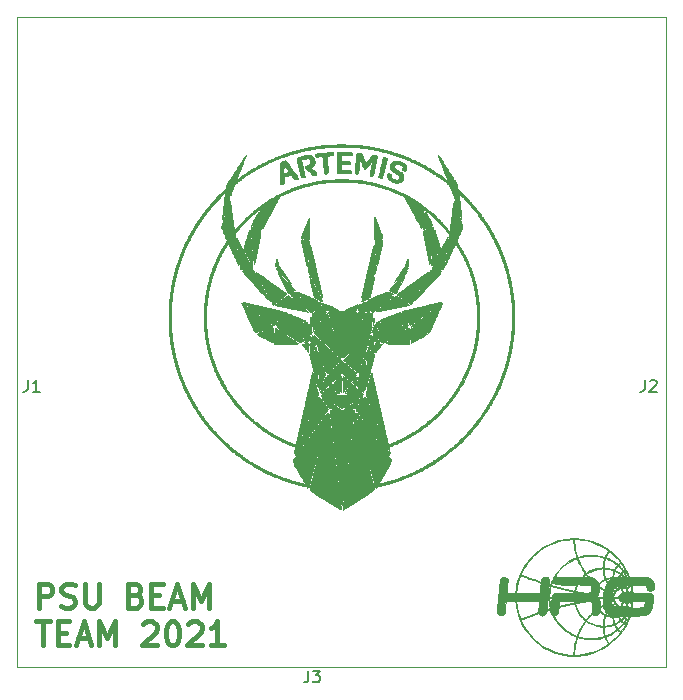
<source format=gto>
G04 #@! TF.GenerationSoftware,KiCad,Pcbnew,(5.1.9)-1*
G04 #@! TF.CreationDate,2021-04-01T14:20:21-04:00*
G04 #@! TF.ProjectId,Antenna Adapter,416e7465-6e6e-4612-9041-646170746572,rev?*
G04 #@! TF.SameCoordinates,Original*
G04 #@! TF.FileFunction,Legend,Top*
G04 #@! TF.FilePolarity,Positive*
%FSLAX46Y46*%
G04 Gerber Fmt 4.6, Leading zero omitted, Abs format (unit mm)*
G04 Created by KiCad (PCBNEW (5.1.9)-1) date 2021-04-01 14:20:21*
%MOMM*%
%LPD*%
G01*
G04 APERTURE LIST*
%ADD10C,0.400000*%
G04 #@! TA.AperFunction,Profile*
%ADD11C,0.100000*%
G04 #@! TD*
%ADD12C,0.010000*%
%ADD13C,0.150000*%
G04 APERTURE END LIST*
D10*
X91647380Y-101139761D02*
X92790238Y-101139761D01*
X92218809Y-103139761D02*
X92218809Y-101139761D01*
X93456904Y-102092142D02*
X94123571Y-102092142D01*
X94409285Y-103139761D02*
X93456904Y-103139761D01*
X93456904Y-101139761D01*
X94409285Y-101139761D01*
X95171190Y-102568333D02*
X96123571Y-102568333D01*
X94980714Y-103139761D02*
X95647380Y-101139761D01*
X96314047Y-103139761D01*
X96980714Y-103139761D02*
X96980714Y-101139761D01*
X97647380Y-102568333D01*
X98314047Y-101139761D01*
X98314047Y-103139761D01*
X100695000Y-101330238D02*
X100790238Y-101235000D01*
X100980714Y-101139761D01*
X101456904Y-101139761D01*
X101647380Y-101235000D01*
X101742619Y-101330238D01*
X101837857Y-101520714D01*
X101837857Y-101711190D01*
X101742619Y-101996904D01*
X100599761Y-103139761D01*
X101837857Y-103139761D01*
X103075952Y-101139761D02*
X103266428Y-101139761D01*
X103456904Y-101235000D01*
X103552142Y-101330238D01*
X103647380Y-101520714D01*
X103742619Y-101901666D01*
X103742619Y-102377857D01*
X103647380Y-102758809D01*
X103552142Y-102949285D01*
X103456904Y-103044523D01*
X103266428Y-103139761D01*
X103075952Y-103139761D01*
X102885476Y-103044523D01*
X102790238Y-102949285D01*
X102695000Y-102758809D01*
X102599761Y-102377857D01*
X102599761Y-101901666D01*
X102695000Y-101520714D01*
X102790238Y-101330238D01*
X102885476Y-101235000D01*
X103075952Y-101139761D01*
X104504523Y-101330238D02*
X104599761Y-101235000D01*
X104790238Y-101139761D01*
X105266428Y-101139761D01*
X105456904Y-101235000D01*
X105552142Y-101330238D01*
X105647380Y-101520714D01*
X105647380Y-101711190D01*
X105552142Y-101996904D01*
X104409285Y-103139761D01*
X105647380Y-103139761D01*
X107552142Y-103139761D02*
X106409285Y-103139761D01*
X106980714Y-103139761D02*
X106980714Y-101139761D01*
X106790238Y-101425476D01*
X106599761Y-101615952D01*
X106409285Y-101711190D01*
X91869523Y-99964761D02*
X91869523Y-97964761D01*
X92631428Y-97964761D01*
X92821904Y-98060000D01*
X92917142Y-98155238D01*
X93012380Y-98345714D01*
X93012380Y-98631428D01*
X92917142Y-98821904D01*
X92821904Y-98917142D01*
X92631428Y-99012380D01*
X91869523Y-99012380D01*
X93774285Y-99869523D02*
X94060000Y-99964761D01*
X94536190Y-99964761D01*
X94726666Y-99869523D01*
X94821904Y-99774285D01*
X94917142Y-99583809D01*
X94917142Y-99393333D01*
X94821904Y-99202857D01*
X94726666Y-99107619D01*
X94536190Y-99012380D01*
X94155238Y-98917142D01*
X93964761Y-98821904D01*
X93869523Y-98726666D01*
X93774285Y-98536190D01*
X93774285Y-98345714D01*
X93869523Y-98155238D01*
X93964761Y-98060000D01*
X94155238Y-97964761D01*
X94631428Y-97964761D01*
X94917142Y-98060000D01*
X95774285Y-97964761D02*
X95774285Y-99583809D01*
X95869523Y-99774285D01*
X95964761Y-99869523D01*
X96155238Y-99964761D01*
X96536190Y-99964761D01*
X96726666Y-99869523D01*
X96821904Y-99774285D01*
X96917142Y-99583809D01*
X96917142Y-97964761D01*
X100060000Y-98917142D02*
X100345714Y-99012380D01*
X100440952Y-99107619D01*
X100536190Y-99298095D01*
X100536190Y-99583809D01*
X100440952Y-99774285D01*
X100345714Y-99869523D01*
X100155238Y-99964761D01*
X99393333Y-99964761D01*
X99393333Y-97964761D01*
X100060000Y-97964761D01*
X100250476Y-98060000D01*
X100345714Y-98155238D01*
X100440952Y-98345714D01*
X100440952Y-98536190D01*
X100345714Y-98726666D01*
X100250476Y-98821904D01*
X100060000Y-98917142D01*
X99393333Y-98917142D01*
X101393333Y-98917142D02*
X102060000Y-98917142D01*
X102345714Y-99964761D02*
X101393333Y-99964761D01*
X101393333Y-97964761D01*
X102345714Y-97964761D01*
X103107619Y-99393333D02*
X104060000Y-99393333D01*
X102917142Y-99964761D02*
X103583809Y-97964761D01*
X104250476Y-99964761D01*
X104917142Y-99964761D02*
X104917142Y-97964761D01*
X105583809Y-99393333D01*
X106250476Y-97964761D01*
X106250476Y-99964761D01*
D11*
X145000000Y-50000000D02*
X145000000Y-105000000D01*
X90000000Y-50000000D02*
X145000000Y-50000000D01*
X90000000Y-105000000D02*
X90000000Y-50000000D01*
X145000000Y-105000000D02*
X90000000Y-105000000D01*
D12*
G04 #@! TO.C,G\u002A\u002A\u002A*
G36*
X137306600Y-94109185D02*
G01*
X137428106Y-94110512D01*
X137528488Y-94113141D01*
X137614113Y-94117413D01*
X137691349Y-94123672D01*
X137766565Y-94132258D01*
X137846128Y-94143513D01*
X137868800Y-94146995D01*
X138274979Y-94224756D01*
X138661721Y-94329214D01*
X139031873Y-94461558D01*
X139388278Y-94622978D01*
X139733782Y-94814665D01*
X140071229Y-95037809D01*
X140169439Y-95109659D01*
X140258369Y-95180569D01*
X140363682Y-95271712D01*
X140479743Y-95377587D01*
X140600917Y-95492693D01*
X140721572Y-95611530D01*
X140836071Y-95728597D01*
X140938781Y-95838393D01*
X141024069Y-95935417D01*
X141058981Y-95978133D01*
X141241559Y-96226047D01*
X141413528Y-96492340D01*
X141568607Y-96766518D01*
X141700514Y-97038089D01*
X141719187Y-97080919D01*
X141753302Y-97160859D01*
X141783126Y-97231412D01*
X141805808Y-97285789D01*
X141818499Y-97317199D01*
X141819577Y-97320100D01*
X141823988Y-97327298D01*
X141833617Y-97333232D01*
X141851475Y-97338021D01*
X141880571Y-97341789D01*
X141923915Y-97344655D01*
X141984518Y-97346742D01*
X142065389Y-97348170D01*
X142169538Y-97349060D01*
X142299976Y-97349535D01*
X142459712Y-97349716D01*
X142554909Y-97349733D01*
X142732235Y-97349820D01*
X142879234Y-97350177D01*
X142999446Y-97350946D01*
X143096411Y-97352271D01*
X143173670Y-97354295D01*
X143234760Y-97357161D01*
X143283223Y-97361013D01*
X143322599Y-97365994D01*
X143356426Y-97372247D01*
X143388245Y-97379915D01*
X143403608Y-97384075D01*
X143559635Y-97438750D01*
X143687504Y-97509379D01*
X143789954Y-97598045D01*
X143869723Y-97706833D01*
X143897481Y-97759785D01*
X143943851Y-97880878D01*
X143972058Y-98005451D01*
X143981774Y-98126505D01*
X143972673Y-98237044D01*
X143944428Y-98330073D01*
X143925708Y-98363873D01*
X143857682Y-98446920D01*
X143780196Y-98500588D01*
X143686185Y-98529279D01*
X143653185Y-98533728D01*
X143591811Y-98538619D01*
X143549261Y-98535402D01*
X143510829Y-98520745D01*
X143461810Y-98491314D01*
X143459488Y-98489824D01*
X143393101Y-98438639D01*
X143348761Y-98380705D01*
X143322069Y-98307615D01*
X143308632Y-98210961D01*
X143307857Y-98199814D01*
X143303099Y-98136022D01*
X143296259Y-98096876D01*
X143283086Y-98073229D01*
X143259326Y-98055931D01*
X143235062Y-98043181D01*
X143215546Y-98034189D01*
X143193501Y-98026987D01*
X143165147Y-98021379D01*
X143126706Y-98017167D01*
X143074397Y-98014154D01*
X143004444Y-98012142D01*
X142913065Y-98010934D01*
X142796483Y-98010333D01*
X142650919Y-98010141D01*
X142602341Y-98010133D01*
X142445610Y-98010325D01*
X142319623Y-98010988D01*
X142221262Y-98012252D01*
X142147406Y-98014247D01*
X142094937Y-98017104D01*
X142060733Y-98020953D01*
X142041676Y-98025924D01*
X142034645Y-98032147D01*
X142034400Y-98033850D01*
X142037128Y-98059307D01*
X142044531Y-98110417D01*
X142055441Y-98179475D01*
X142067147Y-98249750D01*
X142082326Y-98346419D01*
X142096455Y-98449736D01*
X142107515Y-98544314D01*
X142111809Y-98590100D01*
X142123724Y-98738267D01*
X142870695Y-98738638D01*
X143050560Y-98738812D01*
X143199777Y-98739222D01*
X143321567Y-98739993D01*
X143419150Y-98741250D01*
X143495744Y-98743119D01*
X143554570Y-98745725D01*
X143598848Y-98749192D01*
X143631796Y-98753647D01*
X143656635Y-98759215D01*
X143676584Y-98766020D01*
X143686731Y-98770378D01*
X143739472Y-98801328D01*
X143784377Y-98839098D01*
X143792572Y-98848499D01*
X143816349Y-98881253D01*
X143834364Y-98914453D01*
X143846904Y-98952539D01*
X143854256Y-98999953D01*
X143856706Y-99061135D01*
X143854541Y-99140526D01*
X143848047Y-99242565D01*
X143837510Y-99371695D01*
X143831067Y-99444991D01*
X143819577Y-99566892D01*
X143807448Y-99683144D01*
X143795400Y-99787689D01*
X143784158Y-99874467D01*
X143774444Y-99937418D01*
X143769371Y-99962372D01*
X143714730Y-100119232D01*
X143634043Y-100260980D01*
X143530768Y-100383169D01*
X143408365Y-100481351D01*
X143332032Y-100524543D01*
X143272713Y-100552741D01*
X143218917Y-100575684D01*
X143166319Y-100593911D01*
X143110595Y-100607963D01*
X143047420Y-100618378D01*
X142972470Y-100625696D01*
X142881421Y-100630458D01*
X142769949Y-100633202D01*
X142633729Y-100634469D01*
X142468436Y-100634798D01*
X142448598Y-100634800D01*
X141887778Y-100634800D01*
X141798164Y-100866043D01*
X141637077Y-101235493D01*
X141446896Y-101589265D01*
X141229245Y-101925709D01*
X140985748Y-102243175D01*
X140718030Y-102540011D01*
X140427714Y-102814569D01*
X140116425Y-103065197D01*
X139785787Y-103290244D01*
X139437425Y-103488061D01*
X139072962Y-103656996D01*
X139037200Y-103671628D01*
X138725482Y-103787778D01*
X138423065Y-103879189D01*
X138121784Y-103947491D01*
X137813472Y-103994310D01*
X137489965Y-104021273D01*
X137242267Y-104029316D01*
X137124677Y-104030585D01*
X137014121Y-104031138D01*
X136916544Y-104030995D01*
X136837891Y-104030176D01*
X136784111Y-104028703D01*
X136768134Y-104027702D01*
X136356319Y-103973232D01*
X135956066Y-103887982D01*
X135568676Y-103773062D01*
X135195451Y-103629584D01*
X134837692Y-103458658D01*
X134496702Y-103261396D01*
X134173781Y-103038910D01*
X133870231Y-102792309D01*
X133587354Y-102522707D01*
X133326451Y-102231213D01*
X133088824Y-101918939D01*
X132875775Y-101586996D01*
X132688606Y-101236496D01*
X132580596Y-100988090D01*
X132666728Y-100988090D01*
X132669432Y-101006791D01*
X132686161Y-101050104D01*
X132714417Y-101113079D01*
X132751702Y-101190764D01*
X132795521Y-101278209D01*
X132843375Y-101370463D01*
X132892768Y-101462574D01*
X132941202Y-101549592D01*
X132986180Y-101626566D01*
X133000896Y-101650624D01*
X133151124Y-101875805D01*
X133321972Y-102102699D01*
X133505903Y-102322217D01*
X133695375Y-102525270D01*
X133847134Y-102670886D01*
X134166052Y-102937713D01*
X134500653Y-103174864D01*
X134849883Y-103381898D01*
X135212686Y-103558371D01*
X135588007Y-103703842D01*
X135974791Y-103817868D01*
X136371983Y-103900007D01*
X136778529Y-103949816D01*
X136920534Y-103959407D01*
X136985016Y-103962899D01*
X137044897Y-103966197D01*
X137068700Y-103967534D01*
X137123734Y-103970667D01*
X137123734Y-103860813D01*
X137192393Y-103860813D01*
X137193077Y-103923602D01*
X137197765Y-103961396D01*
X137204167Y-103970405D01*
X137224701Y-103969218D01*
X137272792Y-103966126D01*
X137342209Y-103961537D01*
X137426722Y-103955860D01*
X137470687Y-103952879D01*
X137876635Y-103910406D01*
X138266467Y-103838900D01*
X138642742Y-103737581D01*
X139008015Y-103605671D01*
X139364844Y-103442391D01*
X139641019Y-103291545D01*
X139703506Y-103253768D01*
X139778980Y-103206367D01*
X139859643Y-103154437D01*
X139937698Y-103103075D01*
X140005345Y-103057375D01*
X140054787Y-103022433D01*
X140066808Y-103013327D01*
X140060434Y-102998433D01*
X140039085Y-102961747D01*
X140006576Y-102909654D01*
X139984925Y-102876148D01*
X139934401Y-102793932D01*
X139880975Y-102699218D01*
X139835095Y-102610631D01*
X139829530Y-102599067D01*
X139799528Y-102536265D01*
X139775340Y-102486310D01*
X139760359Y-102456173D01*
X139757274Y-102450572D01*
X139740511Y-102453220D01*
X139697588Y-102463755D01*
X139634843Y-102480533D01*
X139558615Y-102501912D01*
X139551928Y-102503828D01*
X139213962Y-102583510D01*
X138873164Y-102629697D01*
X138531178Y-102642389D01*
X138189650Y-102621584D01*
X137850226Y-102567283D01*
X137598688Y-102504763D01*
X137533272Y-102487712D01*
X137480412Y-102477177D01*
X137448262Y-102474648D01*
X137442876Y-102476351D01*
X137430681Y-102500726D01*
X137412794Y-102552263D01*
X137390791Y-102625045D01*
X137366248Y-102713157D01*
X137340741Y-102810683D01*
X137315848Y-102911707D01*
X137293144Y-103010314D01*
X137274207Y-103100587D01*
X137268398Y-103131084D01*
X137251497Y-103232287D01*
X137235988Y-103342633D01*
X137222245Y-103457244D01*
X137210640Y-103571245D01*
X137201548Y-103679757D01*
X137195342Y-103777906D01*
X137192393Y-103860813D01*
X137123734Y-103860813D01*
X137123734Y-103805463D01*
X137131839Y-103601527D01*
X137155183Y-103377086D01*
X137192308Y-103141098D01*
X137241755Y-102902524D01*
X137302066Y-102670321D01*
X137316418Y-102621739D01*
X137373549Y-102432745D01*
X137271976Y-102395710D01*
X137230173Y-102378657D01*
X137479333Y-102378657D01*
X137495162Y-102392520D01*
X137539127Y-102410600D01*
X137605944Y-102431623D01*
X137690332Y-102454312D01*
X137787007Y-102477394D01*
X137890688Y-102499592D01*
X137996090Y-102519632D01*
X138097933Y-102536239D01*
X138173600Y-102546231D01*
X138278201Y-102554886D01*
X138405755Y-102560291D01*
X138545501Y-102562432D01*
X138686680Y-102561295D01*
X138818533Y-102556866D01*
X138930299Y-102549132D01*
X138948968Y-102547223D01*
X139120860Y-102523632D01*
X139299078Y-102490651D01*
X139469193Y-102451210D01*
X139587534Y-102417668D01*
X139587901Y-102417551D01*
X139839604Y-102417551D01*
X139841277Y-102437709D01*
X139857682Y-102480791D01*
X139885613Y-102540995D01*
X139921868Y-102612518D01*
X139963240Y-102689557D01*
X140006526Y-102766310D01*
X140048522Y-102836975D01*
X140086022Y-102895748D01*
X140115822Y-102936827D01*
X140134719Y-102954409D01*
X140136222Y-102954667D01*
X140153047Y-102944352D01*
X140190383Y-102916146D01*
X140242992Y-102874154D01*
X140305636Y-102822482D01*
X140316701Y-102813204D01*
X140402504Y-102737797D01*
X140500185Y-102646537D01*
X140603756Y-102545511D01*
X140707229Y-102440807D01*
X140804613Y-102338513D01*
X140889920Y-102244717D01*
X140957161Y-102165507D01*
X140970565Y-102148544D01*
X141049729Y-102046356D01*
X140835215Y-101836660D01*
X140787108Y-101876451D01*
X140665989Y-101968522D01*
X140521827Y-102064877D01*
X140363977Y-102159936D01*
X140201793Y-102248120D01*
X140044632Y-102323852D01*
X140015126Y-102336797D01*
X139946128Y-102366978D01*
X139889291Y-102392691D01*
X139851470Y-102410783D01*
X139839604Y-102417551D01*
X139587901Y-102417551D01*
X139649932Y-102397813D01*
X139698395Y-102381788D01*
X139725074Y-102372213D01*
X139727810Y-102370873D01*
X139725504Y-102353839D01*
X139715328Y-102311778D01*
X139699149Y-102252098D01*
X139688841Y-102216079D01*
X139661169Y-102108985D01*
X139636268Y-101990380D01*
X139615936Y-101870944D01*
X139601969Y-101761359D01*
X139596163Y-101672304D01*
X139596100Y-101664718D01*
X139596004Y-101587890D01*
X139660781Y-101587890D01*
X139671694Y-101708245D01*
X139681414Y-101793760D01*
X139695452Y-101888725D01*
X139712590Y-101987473D01*
X139731609Y-102084336D01*
X139751291Y-102173648D01*
X139770417Y-102249742D01*
X139787770Y-102306951D01*
X139802130Y-102339608D01*
X139808611Y-102345066D01*
X139826287Y-102338545D01*
X139868475Y-102320797D01*
X139928828Y-102294546D01*
X139999816Y-102263042D01*
X140094546Y-102218417D01*
X140198737Y-102165816D01*
X140296524Y-102113383D01*
X140343235Y-102086741D01*
X140408266Y-102046914D01*
X140481089Y-101999810D01*
X140556324Y-101949223D01*
X140628591Y-101898944D01*
X140692511Y-101852765D01*
X140742705Y-101814479D01*
X140765780Y-101794733D01*
X140900992Y-101794733D01*
X140988751Y-101883633D01*
X141033646Y-101926827D01*
X141070724Y-101958362D01*
X141092722Y-101972119D01*
X141094022Y-101972284D01*
X141109980Y-101958927D01*
X141139859Y-101922899D01*
X141179155Y-101869945D01*
X141216778Y-101815651D01*
X141269166Y-101736160D01*
X141323084Y-101651624D01*
X141370376Y-101574938D01*
X141390633Y-101540733D01*
X141459244Y-101422200D01*
X141405852Y-101378422D01*
X141352459Y-101334645D01*
X141126725Y-101564689D01*
X140900992Y-101794733D01*
X140765780Y-101794733D01*
X140773792Y-101787878D01*
X140781334Y-101777909D01*
X140772293Y-101760628D01*
X140748884Y-101724631D01*
X140724098Y-101688939D01*
X140677821Y-101619344D01*
X140624741Y-101530522D01*
X140561569Y-101416938D01*
X140553418Y-101401870D01*
X140537613Y-101405290D01*
X140496150Y-101417157D01*
X140435603Y-101435532D01*
X140373198Y-101455084D01*
X140270006Y-101485017D01*
X140158275Y-101512714D01*
X140046896Y-101536378D01*
X139944762Y-101554211D01*
X139860764Y-101564417D01*
X139823733Y-101566133D01*
X139765303Y-101569761D01*
X139715174Y-101577012D01*
X139660781Y-101587890D01*
X139596004Y-101587890D01*
X139596000Y-101585503D01*
X139498634Y-101575606D01*
X139194783Y-101532451D01*
X139071777Y-101503646D01*
X139660476Y-101503646D01*
X139807937Y-101492312D01*
X139897417Y-101483343D01*
X139994484Y-101470378D01*
X140079210Y-101456103D01*
X140084732Y-101455010D01*
X140138616Y-101442671D01*
X140206807Y-101424880D01*
X140282340Y-101403734D01*
X140358248Y-101381328D01*
X140387303Y-101372287D01*
X140628934Y-101372287D01*
X140637822Y-101401537D01*
X140661436Y-101448875D01*
X140695201Y-101507253D01*
X140734539Y-101569624D01*
X140774875Y-101628941D01*
X140811632Y-101678156D01*
X140840235Y-101710221D01*
X140853931Y-101718793D01*
X140871892Y-101707280D01*
X140909024Y-101675177D01*
X140961126Y-101626400D01*
X141023997Y-101564869D01*
X141083359Y-101504858D01*
X141292250Y-101290663D01*
X141195607Y-101193000D01*
X141098963Y-101095338D01*
X140986715Y-101167724D01*
X140911477Y-101213734D01*
X140825096Y-101262882D01*
X140751700Y-101301735D01*
X140694874Y-101331280D01*
X140652000Y-101355515D01*
X140630260Y-101370312D01*
X140628934Y-101372287D01*
X140387303Y-101372287D01*
X140427565Y-101359759D01*
X140483326Y-101341122D01*
X140518564Y-101327512D01*
X140527334Y-101321854D01*
X140522286Y-101304827D01*
X140509192Y-101265167D01*
X140494755Y-101222744D01*
X140478578Y-101170003D01*
X140463587Y-101107472D01*
X140448609Y-101029067D01*
X140432475Y-100928702D01*
X140415433Y-100810519D01*
X140410058Y-100782631D01*
X140398379Y-100765888D01*
X140385976Y-100761244D01*
X140489512Y-100761244D01*
X140500594Y-100883535D01*
X140508518Y-100945103D01*
X140521574Y-101020090D01*
X140537789Y-101099583D01*
X140555193Y-101174668D01*
X140571816Y-101236432D01*
X140585685Y-101275962D01*
X140588591Y-101281488D01*
X140606500Y-101280507D01*
X140647229Y-101265509D01*
X140704410Y-101239652D01*
X140771675Y-101206092D01*
X140842654Y-101167988D01*
X140910980Y-101128497D01*
X140961880Y-101096418D01*
X141007733Y-101064041D01*
X141016235Y-101057002D01*
X141170800Y-101057002D01*
X141181984Y-101073505D01*
X141211293Y-101106281D01*
X141252039Y-101147890D01*
X141333278Y-101227908D01*
X141413655Y-101118439D01*
X141463946Y-101055478D01*
X141500122Y-101022743D01*
X141518683Y-101018431D01*
X141537875Y-101031995D01*
X141539577Y-101054825D01*
X141522179Y-101091673D01*
X141484071Y-101147288D01*
X141467499Y-101169482D01*
X141391664Y-101269800D01*
X141437865Y-101307816D01*
X141471273Y-101333186D01*
X141492739Y-101345654D01*
X141494212Y-101345916D01*
X141505033Y-101331583D01*
X141526652Y-101292638D01*
X141555788Y-101235273D01*
X141584623Y-101175356D01*
X141616222Y-101106889D01*
X141640897Y-101050933D01*
X141655962Y-101013753D01*
X141659145Y-101001546D01*
X141643423Y-100991348D01*
X141606347Y-100966819D01*
X141554712Y-100932461D01*
X141530965Y-100916615D01*
X141408529Y-100834850D01*
X141289665Y-100940490D01*
X141238081Y-100987418D01*
X141197794Y-101026133D01*
X141174417Y-101051130D01*
X141170800Y-101057002D01*
X141016235Y-101057002D01*
X141038588Y-101038498D01*
X141047637Y-101025770D01*
X141038377Y-101007202D01*
X141017860Y-100965013D01*
X140989447Y-100906134D01*
X140966703Y-100858794D01*
X140931288Y-100787074D01*
X140905570Y-100741574D01*
X140885922Y-100717381D01*
X140868716Y-100709580D01*
X140857534Y-100710861D01*
X140826634Y-100716781D01*
X140771305Y-100725270D01*
X140700752Y-100734964D01*
X140656590Y-100740588D01*
X140489512Y-100761244D01*
X140385976Y-100761244D01*
X140372520Y-100756206D01*
X140324612Y-100749505D01*
X140291233Y-100746124D01*
X140215946Y-100735500D01*
X140126513Y-100718239D01*
X140041087Y-100697886D01*
X140033363Y-100695789D01*
X139998238Y-100686128D01*
X140967600Y-100686128D01*
X140975394Y-100719099D01*
X140995766Y-100768359D01*
X141024200Y-100825721D01*
X141056179Y-100882993D01*
X141087187Y-100931988D01*
X141112708Y-100964516D01*
X141125906Y-100973188D01*
X141146630Y-100962328D01*
X141184951Y-100933624D01*
X141233841Y-100892484D01*
X141252507Y-100875821D01*
X141359614Y-100778733D01*
X141303917Y-100706766D01*
X141268089Y-100664184D01*
X141238661Y-100643266D01*
X141339481Y-100643266D01*
X141416456Y-100723552D01*
X141467361Y-100772133D01*
X141525299Y-100820518D01*
X141583417Y-100863805D01*
X141634867Y-100897093D01*
X141672797Y-100915483D01*
X141687017Y-100917105D01*
X141700468Y-100899619D01*
X141721277Y-100858107D01*
X141745594Y-100800500D01*
X141753043Y-100781141D01*
X141774656Y-100720189D01*
X141789180Y-100672222D01*
X141794286Y-100645217D01*
X141793556Y-100642312D01*
X141774373Y-100639486D01*
X141727908Y-100637785D01*
X141660728Y-100637316D01*
X141579404Y-100638186D01*
X141562255Y-100638526D01*
X141339481Y-100643266D01*
X141238661Y-100643266D01*
X141237971Y-100642776D01*
X141200658Y-100635427D01*
X141173374Y-100634800D01*
X141118071Y-100638602D01*
X141060247Y-100648393D01*
X141009626Y-100661747D01*
X140975927Y-100676240D01*
X140967600Y-100686128D01*
X139998238Y-100686128D01*
X139966089Y-100677286D01*
X139909577Y-100661771D01*
X139873157Y-100651806D01*
X139866934Y-100650117D01*
X139847015Y-100661320D01*
X139823764Y-100701504D01*
X139798393Y-100766087D01*
X139772116Y-100850490D01*
X139746148Y-100950132D01*
X139721702Y-101060434D01*
X139699992Y-101176815D01*
X139682232Y-101294695D01*
X139671711Y-101386723D01*
X139660476Y-101503646D01*
X139071777Y-101503646D01*
X138915346Y-101467014D01*
X138658808Y-101378799D01*
X138423653Y-101267312D01*
X138269047Y-101173893D01*
X138211785Y-101138408D01*
X138174637Y-101122413D01*
X138151766Y-101123640D01*
X138147342Y-101126579D01*
X138126532Y-101150882D01*
X138092070Y-101198863D01*
X138047484Y-101265013D01*
X137996304Y-101343825D01*
X137942060Y-101429792D01*
X137888281Y-101517406D01*
X137838496Y-101601161D01*
X137800551Y-101667733D01*
X137753999Y-101754687D01*
X137704590Y-101852166D01*
X137654723Y-101954860D01*
X137606798Y-102057458D01*
X137563215Y-102154648D01*
X137526374Y-102241121D01*
X137498673Y-102311566D01*
X137482513Y-102360671D01*
X137479333Y-102378657D01*
X137230173Y-102378657D01*
X137178366Y-102357523D01*
X137065940Y-102305325D01*
X136944016Y-102243948D01*
X136821915Y-102178230D01*
X136708957Y-102113006D01*
X136624200Y-102059644D01*
X136466449Y-101949127D01*
X136320667Y-101834346D01*
X136177682Y-101707539D01*
X136028323Y-101560943D01*
X135997315Y-101529017D01*
X135838124Y-101354775D01*
X135699620Y-101181756D01*
X135573015Y-100998188D01*
X135456155Y-100804001D01*
X135402820Y-100714961D01*
X135354770Y-100643266D01*
X135447240Y-100643266D01*
X135558494Y-100831059D01*
X135748435Y-101119764D01*
X135962852Y-101386864D01*
X136199897Y-101630576D01*
X136457718Y-101849115D01*
X136734466Y-102040696D01*
X136929152Y-102152872D01*
X137006628Y-102192843D01*
X137090876Y-102234209D01*
X137175527Y-102274083D01*
X137254211Y-102309579D01*
X137320558Y-102337809D01*
X137368200Y-102355888D01*
X137388598Y-102361103D01*
X137406382Y-102347368D01*
X137419158Y-102317258D01*
X137433644Y-102274055D01*
X137460537Y-102206962D01*
X137496943Y-102122305D01*
X137539968Y-102026407D01*
X137586715Y-101925591D01*
X137634292Y-101826182D01*
X137679802Y-101734502D01*
X137720351Y-101656877D01*
X137727213Y-101644316D01*
X137775503Y-101560028D01*
X137835127Y-101460877D01*
X137898143Y-101359849D01*
X137951052Y-101278266D01*
X137998501Y-101206607D01*
X138038937Y-101145047D01*
X138068778Y-101099076D01*
X138084443Y-101074186D01*
X138085824Y-101071690D01*
X138076173Y-101056429D01*
X138055214Y-101032733D01*
X138205037Y-101032733D01*
X138257773Y-101076902D01*
X138303868Y-101109415D01*
X138373631Y-101151149D01*
X138459527Y-101198164D01*
X138554019Y-101246520D01*
X138649571Y-101292278D01*
X138738646Y-101331498D01*
X138766267Y-101342703D01*
X138926279Y-101397176D01*
X139102623Y-101442378D01*
X139281952Y-101475533D01*
X139450920Y-101493866D01*
X139504565Y-101496253D01*
X139590929Y-101498400D01*
X139601534Y-101348996D01*
X139620183Y-101179635D01*
X139653206Y-101009309D01*
X139703030Y-100826084D01*
X139716701Y-100782182D01*
X139738020Y-100712822D01*
X139753928Y-100656639D01*
X139762529Y-100620623D01*
X139763138Y-100611109D01*
X139746557Y-100600803D01*
X139707959Y-100577948D01*
X139684681Y-100564371D01*
X139883867Y-100564371D01*
X139899694Y-100578394D01*
X139943373Y-100595637D01*
X140009199Y-100614747D01*
X140091466Y-100634370D01*
X140184470Y-100653153D01*
X140282506Y-100669742D01*
X140379869Y-100682784D01*
X140385822Y-100683453D01*
X140407554Y-100671818D01*
X140412686Y-100663135D01*
X140493467Y-100663135D01*
X140509297Y-100674950D01*
X140554840Y-100677843D01*
X140627173Y-100671943D01*
X140723376Y-100657382D01*
X140755934Y-100651443D01*
X140778435Y-100645662D01*
X140772255Y-100641877D01*
X140735729Y-100639884D01*
X140667193Y-100639480D01*
X140658567Y-100639519D01*
X140578590Y-100641066D01*
X140527621Y-100645169D01*
X140500855Y-100652516D01*
X140493467Y-100663135D01*
X140412686Y-100663135D01*
X140415854Y-100657776D01*
X140422470Y-100639261D01*
X140419457Y-100628001D01*
X140399857Y-100619193D01*
X140356711Y-100608031D01*
X140336783Y-100603175D01*
X140227056Y-100571209D01*
X140123327Y-100531661D01*
X140037133Y-100489151D01*
X140010152Y-100472355D01*
X139971814Y-100447946D01*
X139947295Y-100435370D01*
X139943302Y-100434996D01*
X139929126Y-100458493D01*
X139910196Y-100496979D01*
X139893018Y-100536295D01*
X139884095Y-100562282D01*
X139883867Y-100564371D01*
X139684681Y-100564371D01*
X139654685Y-100546876D01*
X139636304Y-100536234D01*
X139564054Y-100491940D01*
X139489526Y-100442215D01*
X139428601Y-100397664D01*
X139427515Y-100396808D01*
X139382457Y-100362416D01*
X139349286Y-100339406D01*
X139335223Y-100332767D01*
X139326363Y-100349827D01*
X139307261Y-100388712D01*
X139284523Y-100435856D01*
X139225615Y-100523836D01*
X139148741Y-100586531D01*
X139059658Y-100622828D01*
X138964122Y-100631611D01*
X138867889Y-100611766D01*
X138776716Y-100562179D01*
X138749171Y-100539506D01*
X138685703Y-100482165D01*
X138579064Y-100596162D01*
X138522906Y-100657851D01*
X138455141Y-100734763D01*
X138385464Y-100815794D01*
X138338731Y-100871446D01*
X138205037Y-101032733D01*
X138055214Y-101032733D01*
X138046014Y-101022332D01*
X137999490Y-100973786D01*
X137940739Y-100915181D01*
X137910523Y-100885837D01*
X137717620Y-100683089D01*
X137555489Y-100474692D01*
X137421042Y-100255584D01*
X137311189Y-100020707D01*
X137222842Y-99764999D01*
X137219630Y-99753985D01*
X137198916Y-99685137D01*
X137183194Y-99643030D01*
X137168913Y-99621634D01*
X137152521Y-99614920D01*
X137138180Y-99615686D01*
X137094252Y-99623184D01*
X137025432Y-99636923D01*
X136936172Y-99655864D01*
X136830925Y-99678965D01*
X136714142Y-99705187D01*
X136590277Y-99733490D01*
X136463782Y-99762832D01*
X136339109Y-99792173D01*
X136220711Y-99820473D01*
X136113041Y-99846692D01*
X136020551Y-99869788D01*
X135947693Y-99888723D01*
X135898920Y-99902454D01*
X135878684Y-99909942D01*
X135878609Y-99910013D01*
X135874846Y-99928319D01*
X135869003Y-99974052D01*
X135861796Y-100040889D01*
X135853941Y-100122505D01*
X135851617Y-100148347D01*
X135840976Y-100254527D01*
X135829900Y-100332960D01*
X135817229Y-100389756D01*
X135801804Y-100431026D01*
X135795845Y-100442398D01*
X135728505Y-100528006D01*
X135638980Y-100590580D01*
X135541415Y-100624256D01*
X135447240Y-100643266D01*
X135354770Y-100643266D01*
X135352554Y-100639961D01*
X135309640Y-100585104D01*
X135286188Y-100561890D01*
X135227340Y-100500544D01*
X135191226Y-100425640D01*
X135175424Y-100330863D01*
X135174448Y-100270733D01*
X135173908Y-100208555D01*
X135170021Y-100158774D01*
X135163627Y-100132016D01*
X135163505Y-100131826D01*
X135147968Y-100124736D01*
X135114088Y-100127820D01*
X135057256Y-100141896D01*
X134987557Y-100163086D01*
X134825132Y-100214720D01*
X134815434Y-100296602D01*
X134787374Y-100407452D01*
X134733830Y-100500151D01*
X134658561Y-100571224D01*
X134565325Y-100617194D01*
X134457881Y-100634584D01*
X134449973Y-100634641D01*
X134394705Y-100624542D01*
X134330084Y-100598546D01*
X134267018Y-100562737D01*
X134216416Y-100523197D01*
X134190847Y-100490123D01*
X134169769Y-100459247D01*
X134150770Y-100448533D01*
X134128128Y-100454210D01*
X134077805Y-100470287D01*
X134003733Y-100495336D01*
X133909842Y-100527928D01*
X133800062Y-100566633D01*
X133678325Y-100610023D01*
X133548560Y-100656668D01*
X133414698Y-100705140D01*
X133280670Y-100754009D01*
X133150407Y-100801847D01*
X133027838Y-100847223D01*
X132916894Y-100888711D01*
X132821507Y-100924879D01*
X132745606Y-100954300D01*
X132693121Y-100975544D01*
X132667985Y-100987182D01*
X132666728Y-100988090D01*
X132580596Y-100988090D01*
X132528617Y-100868549D01*
X132397111Y-100484267D01*
X132330721Y-100239398D01*
X132302488Y-100111140D01*
X132274026Y-99958201D01*
X132246823Y-99789724D01*
X132222366Y-99614851D01*
X132204215Y-99462167D01*
X132193697Y-99364800D01*
X132280800Y-99364800D01*
X132281131Y-99436767D01*
X132287605Y-99560169D01*
X132305076Y-99708409D01*
X132332115Y-99874818D01*
X132367293Y-100052730D01*
X132409182Y-100235477D01*
X132456354Y-100416391D01*
X132507378Y-100588805D01*
X132560827Y-100746052D01*
X132562853Y-100751546D01*
X132625058Y-100919753D01*
X132761962Y-100868617D01*
X132809139Y-100851124D01*
X132883620Y-100823668D01*
X132980895Y-100787904D01*
X133096456Y-100745488D01*
X133225795Y-100698074D01*
X133364404Y-100647317D01*
X133507773Y-100594871D01*
X133515590Y-100592013D01*
X134132312Y-100366544D01*
X134138305Y-100293239D01*
X134141618Y-100254603D01*
X134147460Y-100188450D01*
X134155274Y-100100985D01*
X134156371Y-100088787D01*
X134839132Y-100088787D01*
X134839593Y-100111427D01*
X134841905Y-100122772D01*
X134845874Y-100126562D01*
X134847955Y-100126800D01*
X134867727Y-100122075D01*
X134911697Y-100109467D01*
X134971782Y-100091325D01*
X134997719Y-100083293D01*
X135137261Y-100039786D01*
X135098815Y-99880754D01*
X135076406Y-99776484D01*
X135055061Y-99656284D01*
X135036118Y-99529917D01*
X135020913Y-99407145D01*
X135010784Y-99297733D01*
X135007067Y-99211441D01*
X135007067Y-99210846D01*
X135006097Y-99155045D01*
X135002167Y-99131967D01*
X135074945Y-99131967D01*
X135078400Y-99211474D01*
X135087100Y-99313079D01*
X135099895Y-99428361D01*
X135115638Y-99548900D01*
X135133178Y-99666277D01*
X135151366Y-99772071D01*
X135169053Y-99857862D01*
X135179525Y-99898200D01*
X135184537Y-99914767D01*
X135188907Y-99925943D01*
X135192985Y-99929069D01*
X135197120Y-99921485D01*
X135201661Y-99900532D01*
X135206956Y-99863551D01*
X135213355Y-99807882D01*
X135216031Y-99781634D01*
X135889846Y-99781634D01*
X135890873Y-99814985D01*
X135893056Y-99822000D01*
X135911831Y-99818121D01*
X135958185Y-99807328D01*
X136026834Y-99790887D01*
X136112494Y-99770063D01*
X136209880Y-99746124D01*
X136212501Y-99745476D01*
X136337434Y-99715221D01*
X136476853Y-99682477D01*
X136617296Y-99650344D01*
X136745300Y-99621923D01*
X136801764Y-99609791D01*
X136816813Y-99606602D01*
X137262566Y-99606602D01*
X137266553Y-99644203D01*
X137267092Y-99647091D01*
X137300334Y-99777874D01*
X137352836Y-99925763D01*
X137421064Y-100082820D01*
X137501484Y-100241102D01*
X137590562Y-100392671D01*
X137617243Y-100433834D01*
X137656763Y-100488423D01*
X137709668Y-100554396D01*
X137771998Y-100627542D01*
X137839789Y-100703652D01*
X137909080Y-100778515D01*
X137975909Y-100847921D01*
X138036313Y-100907661D01*
X138086331Y-100953524D01*
X138122001Y-100981300D01*
X138138269Y-100987479D01*
X138154476Y-100972700D01*
X138186551Y-100937138D01*
X138229396Y-100886606D01*
X138264775Y-100843313D01*
X138324829Y-100771289D01*
X138397964Y-100687351D01*
X138473449Y-100603669D01*
X138521193Y-100552545D01*
X138583718Y-100485440D01*
X138625061Y-100436982D01*
X138648559Y-100402455D01*
X138657546Y-100377141D01*
X138656679Y-100360965D01*
X138655371Y-100332427D01*
X138657189Y-100276050D01*
X138660587Y-100218090D01*
X139336662Y-100218090D01*
X139417647Y-100291411D01*
X139462532Y-100328326D01*
X139521650Y-100371863D01*
X139588135Y-100417573D01*
X139655121Y-100461008D01*
X139715743Y-100497722D01*
X139763133Y-100523265D01*
X139790427Y-100533190D01*
X139790885Y-100533200D01*
X139808251Y-100519212D01*
X139832316Y-100483462D01*
X139847031Y-100455714D01*
X139884676Y-100378228D01*
X139835792Y-100316014D01*
X139755839Y-100192287D01*
X139697022Y-100049810D01*
X139657672Y-99886466D01*
X139652793Y-99858610D01*
X140363415Y-99858610D01*
X140366106Y-99872216D01*
X140393515Y-99896652D01*
X140440263Y-99922913D01*
X140492823Y-99944651D01*
X140537671Y-99955518D01*
X140544267Y-99955830D01*
X140586600Y-99955690D01*
X140544667Y-99926945D01*
X140533106Y-99918320D01*
X140722297Y-99918320D01*
X140733099Y-99942945D01*
X140771712Y-99954857D01*
X140817777Y-99957207D01*
X140861242Y-99953292D01*
X140871416Y-99945539D01*
X140961262Y-99945539D01*
X140977734Y-99955267D01*
X141019985Y-99957467D01*
X141068242Y-99952307D01*
X141074065Y-99947083D01*
X141163322Y-99947083D01*
X141184235Y-99952628D01*
X141238563Y-99956426D01*
X141304008Y-99957467D01*
X141384730Y-99956052D01*
X141442807Y-99950486D01*
X141482445Y-99940533D01*
X141653400Y-99940533D01*
X141659474Y-99953017D01*
X141687267Y-99957467D01*
X141716694Y-99952200D01*
X141721134Y-99940533D01*
X141696562Y-99924781D01*
X141687267Y-99923600D01*
X141658863Y-99934335D01*
X141653400Y-99940533D01*
X141482445Y-99940533D01*
X141489391Y-99938789D01*
X141535635Y-99918978D01*
X141543896Y-99914848D01*
X141589843Y-99890657D01*
X141620391Y-99872833D01*
X141628000Y-99866676D01*
X141613466Y-99868680D01*
X141575639Y-99879457D01*
X141530634Y-99894039D01*
X141456693Y-99912771D01*
X141367917Y-99926219D01*
X141301929Y-99931026D01*
X141222082Y-99935177D01*
X141175908Y-99940898D01*
X141163322Y-99947083D01*
X141074065Y-99947083D01*
X141085970Y-99936403D01*
X141086134Y-99934041D01*
X141071153Y-99912648D01*
X141034015Y-99896155D01*
X140990742Y-99889964D01*
X140971478Y-99903902D01*
X140962694Y-99923600D01*
X140961262Y-99945539D01*
X140871416Y-99945539D01*
X140884569Y-99935517D01*
X140897014Y-99907572D01*
X140905662Y-99872706D01*
X140896144Y-99849667D01*
X140862638Y-99824901D01*
X140861086Y-99823917D01*
X140819356Y-99803825D01*
X140787570Y-99807823D01*
X140758505Y-99839043D01*
X140736287Y-99878047D01*
X140722297Y-99918320D01*
X140533106Y-99918320D01*
X140503630Y-99896330D01*
X140456876Y-99858167D01*
X140449342Y-99851672D01*
X140413766Y-99823597D01*
X140392266Y-99817222D01*
X140375517Y-99829763D01*
X140363415Y-99858610D01*
X139652793Y-99858610D01*
X139637819Y-99773133D01*
X139502610Y-99854828D01*
X139367400Y-99936523D01*
X139352031Y-100077307D01*
X139336662Y-100218090D01*
X138660587Y-100218090D01*
X138661784Y-100197685D01*
X138668805Y-100103180D01*
X138677901Y-99998385D01*
X138679273Y-99983728D01*
X138688586Y-99876136D01*
X138695458Y-99778334D01*
X138699601Y-99696166D01*
X138700726Y-99635470D01*
X138698545Y-99602088D01*
X138698183Y-99600643D01*
X138663672Y-99521421D01*
X138610534Y-99465647D01*
X138535547Y-99431346D01*
X138435486Y-99416543D01*
X138396145Y-99415600D01*
X138345928Y-99418651D01*
X138266089Y-99427435D01*
X138160284Y-99441399D01*
X138032170Y-99459988D01*
X137885401Y-99482649D01*
X137723635Y-99508828D01*
X137550527Y-99537972D01*
X137369734Y-99569526D01*
X137312808Y-99579691D01*
X137275246Y-99589135D01*
X137262566Y-99606602D01*
X136816813Y-99606602D01*
X136897481Y-99589508D01*
X136983930Y-99571130D01*
X137054658Y-99556034D01*
X137103211Y-99545595D01*
X137120530Y-99541800D01*
X137147598Y-99529516D01*
X137155659Y-99502373D01*
X137154396Y-99478519D01*
X137150636Y-99439615D01*
X137225333Y-99439615D01*
X137229378Y-99467008D01*
X137238214Y-99498079D01*
X137246892Y-99516207D01*
X137248312Y-99516803D01*
X137264878Y-99513733D01*
X137309055Y-99505511D01*
X137375161Y-99493196D01*
X137457514Y-99477845D01*
X137513200Y-99467462D01*
X137775667Y-99418517D01*
X137500500Y-99417058D01*
X137395725Y-99416966D01*
X137320411Y-99418210D01*
X137270166Y-99421150D01*
X137240598Y-99426148D01*
X137227316Y-99433562D01*
X137225333Y-99439615D01*
X137150636Y-99439615D01*
X137149133Y-99424067D01*
X136536508Y-99419623D01*
X136375963Y-99418547D01*
X136246007Y-99417974D01*
X136143364Y-99418039D01*
X136064761Y-99418875D01*
X136006919Y-99420617D01*
X135966566Y-99423397D01*
X135940424Y-99427350D01*
X135925219Y-99432611D01*
X135917674Y-99439312D01*
X135915171Y-99445023D01*
X135909600Y-99476493D01*
X135903929Y-99528718D01*
X135898639Y-99593521D01*
X135894208Y-99662726D01*
X135891117Y-99728155D01*
X135889846Y-99781634D01*
X135216031Y-99781634D01*
X135221207Y-99730866D01*
X135230861Y-99629844D01*
X135242666Y-99502156D01*
X135256970Y-99345144D01*
X135267865Y-99225100D01*
X135278237Y-99110800D01*
X139229241Y-99110800D01*
X139277649Y-99208466D01*
X139325666Y-99320296D01*
X139356294Y-99431419D01*
X139372059Y-99553632D01*
X139375666Y-99666366D01*
X139376886Y-99737744D01*
X139380024Y-99793663D01*
X139384567Y-99827422D01*
X139388567Y-99834178D01*
X139408449Y-99822866D01*
X139449279Y-99799200D01*
X139502799Y-99767970D01*
X139511334Y-99762975D01*
X139524458Y-99754878D01*
X140459600Y-99754878D01*
X140472065Y-99771430D01*
X140503346Y-99799854D01*
X140544270Y-99832949D01*
X140585663Y-99863519D01*
X140618354Y-99884366D01*
X140630917Y-99889313D01*
X140645546Y-99876704D01*
X140670925Y-99844187D01*
X140685950Y-99822363D01*
X140712086Y-99781505D01*
X140728129Y-99753797D01*
X140730534Y-99747856D01*
X140719625Y-99732831D01*
X140691803Y-99702431D01*
X140671361Y-99681547D01*
X140612188Y-99622375D01*
X140535894Y-99680630D01*
X140494242Y-99715045D01*
X140466530Y-99742945D01*
X140459600Y-99754878D01*
X139524458Y-99754878D01*
X139539174Y-99745800D01*
X140324134Y-99745800D01*
X140332600Y-99754267D01*
X140341067Y-99745800D01*
X140332600Y-99737333D01*
X140324134Y-99745800D01*
X139539174Y-99745800D01*
X139567904Y-99728077D01*
X139614304Y-99696238D01*
X139641287Y-99673841D01*
X139642567Y-99672359D01*
X139659557Y-99627516D01*
X139661268Y-99571165D01*
X140324134Y-99571165D01*
X140333409Y-99607068D01*
X140355555Y-99646487D01*
X140382050Y-99676638D01*
X140400334Y-99685496D01*
X140421465Y-99675182D01*
X140458497Y-99648495D01*
X140491498Y-99621351D01*
X140565730Y-99557180D01*
X140525365Y-99482156D01*
X140501422Y-99437791D01*
X140484891Y-99407410D01*
X140480851Y-99400162D01*
X140463893Y-99400580D01*
X140426426Y-99410023D01*
X140410570Y-99415016D01*
X140363324Y-99439218D01*
X140336163Y-99478014D01*
X140325018Y-99538754D01*
X140324134Y-99571165D01*
X139661268Y-99571165D01*
X139661739Y-99555677D01*
X139649257Y-99460232D01*
X139629867Y-99373267D01*
X139615814Y-99311286D01*
X140352288Y-99311286D01*
X140361374Y-99342648D01*
X140384157Y-99348282D01*
X140423950Y-99331883D01*
X140425674Y-99330965D01*
X140446110Y-99313594D01*
X140447994Y-99285772D01*
X140441494Y-99259110D01*
X140430108Y-99204926D01*
X140425734Y-99157478D01*
X140417479Y-99119983D01*
X140399802Y-99110800D01*
X140490490Y-99110800D01*
X140502236Y-99182767D01*
X140544348Y-99340567D01*
X140615309Y-99484419D01*
X140712119Y-99610569D01*
X140831777Y-99715264D01*
X140971285Y-99794751D01*
X141001467Y-99807357D01*
X141048300Y-99825089D01*
X141081226Y-99836266D01*
X141089006Y-99838141D01*
X141092608Y-99833489D01*
X141187734Y-99833489D01*
X141191926Y-99846672D01*
X141208796Y-99853703D01*
X141244786Y-99855397D01*
X141306338Y-99852570D01*
X141327434Y-99851188D01*
X141403202Y-99843570D01*
X141475038Y-99832129D01*
X141529048Y-99819143D01*
X141534867Y-99817162D01*
X141578503Y-99797724D01*
X141596735Y-99776833D01*
X141598135Y-99752261D01*
X141587184Y-99661868D01*
X141577325Y-99601090D01*
X141567637Y-99565738D01*
X141563943Y-99560742D01*
X141653400Y-99560742D01*
X141658125Y-99633742D01*
X141680857Y-99734320D01*
X141733971Y-99832231D01*
X141789546Y-99897750D01*
X141835170Y-99936875D01*
X141877255Y-99954363D01*
X141914901Y-99957467D01*
X141980540Y-99957467D01*
X142057140Y-99957467D01*
X142542111Y-99957467D01*
X142683105Y-99957378D01*
X142794183Y-99956934D01*
X142879294Y-99955865D01*
X142942389Y-99953905D01*
X142987416Y-99950785D01*
X143018325Y-99946238D01*
X143039068Y-99939994D01*
X143053592Y-99931786D01*
X143065178Y-99921974D01*
X143090138Y-99895468D01*
X143108262Y-99865555D01*
X143121175Y-99825811D01*
X143130506Y-99769813D01*
X143137881Y-99691135D01*
X143143034Y-99614567D01*
X143155341Y-99415600D01*
X142123440Y-99415600D01*
X142111352Y-99554169D01*
X142102205Y-99643625D01*
X142090073Y-99742436D01*
X142078203Y-99825102D01*
X142057140Y-99957467D01*
X141980540Y-99957467D01*
X141999586Y-99834700D01*
X142010333Y-99765459D01*
X142020151Y-99702272D01*
X142026870Y-99659101D01*
X142028186Y-99619966D01*
X142010148Y-99597647D01*
X141985179Y-99585587D01*
X141939396Y-99560252D01*
X141906493Y-99533131D01*
X141877830Y-99511720D01*
X141847049Y-99517827D01*
X141843942Y-99519443D01*
X141806609Y-99532998D01*
X141752996Y-99545555D01*
X141731773Y-99549136D01*
X141653400Y-99560742D01*
X141563943Y-99560742D01*
X141557199Y-99551622D01*
X141553879Y-99550901D01*
X141529086Y-99544077D01*
X141484803Y-99526615D01*
X141445297Y-99509036D01*
X141355727Y-99467337D01*
X141305539Y-99546475D01*
X141271471Y-99606875D01*
X141238520Y-99676479D01*
X141210862Y-99745120D01*
X141192669Y-99802628D01*
X141187734Y-99833489D01*
X141092608Y-99833489D01*
X141100016Y-99823923D01*
X141116497Y-99786422D01*
X141129427Y-99750033D01*
X141186471Y-99606151D01*
X141254442Y-99487624D01*
X141266729Y-99470633D01*
X141305934Y-99418341D01*
X141433267Y-99418341D01*
X141500688Y-99449725D01*
X141552939Y-99467482D01*
X141583276Y-99460912D01*
X141585703Y-99453700D01*
X141665011Y-99453700D01*
X141672552Y-99477585D01*
X141706989Y-99482525D01*
X141767066Y-99468397D01*
X141771528Y-99466888D01*
X141952243Y-99466888D01*
X141966433Y-99487242D01*
X141974776Y-99493632D01*
X142009868Y-99514368D01*
X142030293Y-99510067D01*
X142041055Y-99490415D01*
X142047844Y-99444878D01*
X142032613Y-99418004D01*
X142003232Y-99414729D01*
X141967575Y-99439987D01*
X141965146Y-99442832D01*
X141952243Y-99466888D01*
X141771528Y-99466888D01*
X141777873Y-99464743D01*
X141819451Y-99445431D01*
X141828592Y-99429714D01*
X141806705Y-99419988D01*
X141755199Y-99418649D01*
X141750919Y-99418905D01*
X141698009Y-99425803D01*
X141671500Y-99439639D01*
X141665011Y-99453700D01*
X141585703Y-99453700D01*
X141593842Y-99429523D01*
X141593874Y-99428300D01*
X141578855Y-99421158D01*
X141540352Y-99417238D01*
X141513700Y-99416971D01*
X141433267Y-99418341D01*
X141305934Y-99418341D01*
X141307990Y-99415600D01*
X141249991Y-99415600D01*
X141177468Y-99406235D01*
X141100019Y-99381816D01*
X141032881Y-99347861D01*
X141006090Y-99327322D01*
X140978857Y-99290284D01*
X140951748Y-99235543D01*
X140939015Y-99200894D01*
X140910615Y-99110800D01*
X140490490Y-99110800D01*
X140399802Y-99110800D01*
X140381509Y-99114587D01*
X140369483Y-99130327D01*
X140361553Y-99164589D01*
X140355545Y-99223941D01*
X140353590Y-99250500D01*
X140352288Y-99311286D01*
X139615814Y-99311286D01*
X139613428Y-99300765D01*
X139601390Y-99231987D01*
X139596076Y-99180479D01*
X139596000Y-99175824D01*
X139596000Y-99163036D01*
X139664535Y-99163036D01*
X139671592Y-99213760D01*
X139674406Y-99225100D01*
X139685651Y-99257407D01*
X139693170Y-99256289D01*
X139697022Y-99221648D01*
X139697600Y-99187000D01*
X139694237Y-99141556D01*
X139685727Y-99114296D01*
X139680667Y-99110800D01*
X139667737Y-99125478D01*
X139664535Y-99163036D01*
X139596000Y-99163036D01*
X139596000Y-99110800D01*
X139229241Y-99110800D01*
X135278237Y-99110800D01*
X135176518Y-99110800D01*
X135112962Y-99113716D01*
X135080486Y-99122785D01*
X135074945Y-99131967D01*
X135002167Y-99131967D01*
X135000997Y-99125102D01*
X134988480Y-99113020D01*
X134965952Y-99110800D01*
X134953669Y-99110503D01*
X134943688Y-99111848D01*
X134935448Y-99118185D01*
X134928386Y-99132869D01*
X134921942Y-99159250D01*
X134915553Y-99200681D01*
X134908658Y-99260515D01*
X134900696Y-99342102D01*
X134891105Y-99448796D01*
X134879323Y-99583949D01*
X134871388Y-99675278D01*
X134859682Y-99810486D01*
X134850798Y-99915701D01*
X134844540Y-99994663D01*
X134840717Y-100051112D01*
X134839132Y-100088787D01*
X134156371Y-100088787D01*
X134164506Y-99998416D01*
X134174600Y-99886952D01*
X134177749Y-99852317D01*
X134187680Y-99740465D01*
X134196439Y-99636623D01*
X134203560Y-99546733D01*
X134208580Y-99476737D01*
X134211033Y-99432576D01*
X134211200Y-99424750D01*
X134211200Y-99364800D01*
X132280800Y-99364800D01*
X132193697Y-99364800D01*
X131405957Y-99364800D01*
X131368291Y-99809300D01*
X131354995Y-99967467D01*
X131344133Y-100095622D01*
X131334909Y-100197466D01*
X131326524Y-100276698D01*
X131318182Y-100337018D01*
X131309086Y-100382128D01*
X131298437Y-100415726D01*
X131285439Y-100441514D01*
X131269294Y-100463191D01*
X131249205Y-100484457D01*
X131224374Y-100509014D01*
X131215612Y-100517850D01*
X131164287Y-100567936D01*
X131124972Y-100598452D01*
X131087490Y-100615418D01*
X131041664Y-100624851D01*
X131032557Y-100626106D01*
X130922795Y-100626546D01*
X130827580Y-100598040D01*
X130749783Y-100542024D01*
X130692277Y-100459934D01*
X130689759Y-100454690D01*
X130652609Y-100375656D01*
X130769313Y-99030229D01*
X134929658Y-99030229D01*
X134946384Y-99042121D01*
X134962576Y-99043067D01*
X134979660Y-99041574D01*
X134991364Y-99033228D01*
X134998762Y-99013433D01*
X135074975Y-99013433D01*
X135080069Y-99030260D01*
X135100544Y-99039302D01*
X135143813Y-99042752D01*
X135175087Y-99043067D01*
X135231154Y-99042231D01*
X135263002Y-99036481D01*
X135280275Y-99020947D01*
X135292622Y-98990763D01*
X135292735Y-98990420D01*
X139120367Y-98990420D01*
X139129651Y-99008052D01*
X139134282Y-99013433D01*
X139150005Y-99025909D01*
X139174647Y-99034382D01*
X139214208Y-99039578D01*
X139274687Y-99042226D01*
X139362086Y-99043054D01*
X139378491Y-99043067D01*
X139596000Y-99043067D01*
X139596000Y-99003259D01*
X139666192Y-99003259D01*
X139668266Y-99031776D01*
X139679064Y-99042228D01*
X139687182Y-99043067D01*
X139709115Y-99029201D01*
X139714654Y-98996500D01*
X139714825Y-98990773D01*
X140378926Y-98990773D01*
X140379933Y-99025977D01*
X140387876Y-99040993D01*
X140396573Y-99043067D01*
X140489138Y-99043067D01*
X140703501Y-99043067D01*
X140793177Y-99042579D01*
X140854616Y-99040620D01*
X140893441Y-99036448D01*
X140915273Y-99029319D01*
X140925735Y-99018492D01*
X140927839Y-99013433D01*
X140977108Y-98901820D01*
X141040248Y-98820392D01*
X141118659Y-98767851D01*
X141213742Y-98742895D01*
X141219767Y-98742269D01*
X141276997Y-98736770D01*
X141416334Y-98736770D01*
X141505234Y-98737518D01*
X141559509Y-98735639D01*
X141586901Y-98727558D01*
X141594134Y-98712335D01*
X141583306Y-98686918D01*
X141661867Y-98686918D01*
X141667817Y-98718197D01*
X141673156Y-98726978D01*
X141697510Y-98735000D01*
X141740105Y-98738021D01*
X141787127Y-98736365D01*
X141824764Y-98730355D01*
X141838570Y-98723108D01*
X141833311Y-98705178D01*
X141794863Y-98687595D01*
X141725367Y-98670685D01*
X141722394Y-98670267D01*
X141958272Y-98670267D01*
X141960631Y-98687062D01*
X141976353Y-98705747D01*
X142011952Y-98733717D01*
X142038569Y-98733266D01*
X142051003Y-98705006D01*
X142051334Y-98696933D01*
X142042503Y-98655367D01*
X142016285Y-98642835D01*
X141982545Y-98654164D01*
X141958272Y-98670267D01*
X141722394Y-98670267D01*
X141683523Y-98664803D01*
X141665315Y-98670996D01*
X141661867Y-98686918D01*
X141583306Y-98686918D01*
X141582021Y-98683902D01*
X141547847Y-98678262D01*
X141494854Y-98695697D01*
X141481403Y-98702442D01*
X141416334Y-98736770D01*
X141276997Y-98736770D01*
X141301767Y-98734390D01*
X141245456Y-98648886D01*
X141210438Y-98587943D01*
X141173537Y-98511577D01*
X141143838Y-98439157D01*
X141119178Y-98379018D01*
X141095961Y-98335350D01*
X141090086Y-98328774D01*
X141188135Y-98328774D01*
X141196218Y-98366842D01*
X141216956Y-98424523D01*
X141246144Y-98492060D01*
X141279577Y-98559694D01*
X141311777Y-98615678D01*
X141339701Y-98657674D01*
X141358635Y-98675477D01*
X141377534Y-98673612D01*
X141399879Y-98660196D01*
X141445123Y-98635783D01*
X141499532Y-98612910D01*
X141505387Y-98610849D01*
X141548298Y-98591656D01*
X141569230Y-98564608D01*
X141570163Y-98560501D01*
X141646117Y-98560501D01*
X141651733Y-98580559D01*
X141673656Y-98586526D01*
X141689336Y-98587155D01*
X141739349Y-98594368D01*
X141794267Y-98610108D01*
X141797334Y-98611267D01*
X141843830Y-98628350D01*
X141873505Y-98632349D01*
X141901414Y-98621618D01*
X141941072Y-98595558D01*
X141982382Y-98568810D01*
X142012931Y-98551296D01*
X142018775Y-98548742D01*
X142022004Y-98531450D01*
X142020882Y-98488736D01*
X142016324Y-98428633D01*
X142009248Y-98359174D01*
X142000568Y-98288390D01*
X141991201Y-98224316D01*
X141982063Y-98174983D01*
X141974070Y-98148424D01*
X141972934Y-98146798D01*
X141953279Y-98147856D01*
X141915313Y-98164090D01*
X141868063Y-98190688D01*
X141820557Y-98222835D01*
X141800251Y-98238877D01*
X141745427Y-98300337D01*
X141697010Y-98382089D01*
X141662253Y-98470569D01*
X141651660Y-98516734D01*
X141646117Y-98560501D01*
X141570163Y-98560501D01*
X141578457Y-98523998D01*
X141588493Y-98464856D01*
X141599679Y-98409555D01*
X141600406Y-98406397D01*
X141605746Y-98375958D01*
X141599162Y-98357265D01*
X141573774Y-98343263D01*
X141522949Y-98326973D01*
X141420939Y-98300900D01*
X141332333Y-98287167D01*
X141261369Y-98285751D01*
X141212282Y-98296630D01*
X141189309Y-98319781D01*
X141188135Y-98328774D01*
X141090086Y-98328774D01*
X141078168Y-98315434D01*
X141075881Y-98314933D01*
X141048797Y-98321473D01*
X141002688Y-98338345D01*
X140963850Y-98354742D01*
X140826683Y-98433855D01*
X140708688Y-98538619D01*
X140613013Y-98664846D01*
X140542808Y-98808350D01*
X140501221Y-98964944D01*
X140500247Y-98971100D01*
X140489138Y-99043067D01*
X140396573Y-99043067D01*
X140412549Y-99031039D01*
X140424372Y-98992335D01*
X140431862Y-98938278D01*
X140436091Y-98871918D01*
X140431383Y-98833620D01*
X140422064Y-98820665D01*
X140409132Y-98812872D01*
X140401073Y-98813598D01*
X140395674Y-98829147D01*
X140390726Y-98865820D01*
X140384138Y-98928767D01*
X140378926Y-98990773D01*
X139714825Y-98990773D01*
X139715874Y-98955760D01*
X139718944Y-98894878D01*
X139722912Y-98831400D01*
X139731049Y-98712867D01*
X139707185Y-98783962D01*
X139690849Y-98844045D01*
X139676512Y-98915724D01*
X139671576Y-98949062D01*
X139666192Y-99003259D01*
X139596000Y-99003259D01*
X139596000Y-98978042D01*
X139601915Y-98916158D01*
X139617712Y-98834476D01*
X139640472Y-98744551D01*
X139667274Y-98657939D01*
X139669076Y-98653298D01*
X140410883Y-98653298D01*
X140414333Y-98705465D01*
X140423900Y-98738223D01*
X140429967Y-98743985D01*
X140454285Y-98751203D01*
X140472678Y-98744980D01*
X140492653Y-98719555D01*
X140517419Y-98676867D01*
X140541916Y-98631006D01*
X140557524Y-98597871D01*
X140560583Y-98587967D01*
X140547911Y-98572345D01*
X140516502Y-98544831D01*
X140497083Y-98529565D01*
X140434200Y-98481730D01*
X140423504Y-98529565D01*
X140413842Y-98591429D01*
X140410883Y-98653298D01*
X139669076Y-98653298D01*
X139694816Y-98587035D01*
X139728783Y-98512004D01*
X139556558Y-98412550D01*
X139487322Y-98372021D01*
X139428460Y-98336539D01*
X139386472Y-98310093D01*
X139368247Y-98297081D01*
X139350504Y-98284020D01*
X139338321Y-98289779D01*
X139329907Y-98318693D01*
X139323468Y-98375096D01*
X139320617Y-98412300D01*
X139291368Y-98591406D01*
X139230523Y-98765050D01*
X139171951Y-98876925D01*
X139139342Y-98932737D01*
X139122872Y-98967942D01*
X139120367Y-98990420D01*
X135292735Y-98990420D01*
X135295413Y-98982347D01*
X135335631Y-98904497D01*
X135398366Y-98832494D01*
X135472801Y-98778178D01*
X135489522Y-98769847D01*
X135507509Y-98762619D01*
X135528876Y-98756607D01*
X135556728Y-98751698D01*
X135594168Y-98747781D01*
X135644301Y-98744741D01*
X135710232Y-98742466D01*
X135795064Y-98740844D01*
X135901902Y-98739761D01*
X136033851Y-98739105D01*
X136194014Y-98738763D01*
X136348711Y-98738638D01*
X137140022Y-98738267D01*
X137150637Y-98695971D01*
X137150710Y-98695402D01*
X137225333Y-98695402D01*
X137225333Y-98738267D01*
X137508967Y-98736808D01*
X137792600Y-98735349D01*
X137530133Y-98686343D01*
X137438934Y-98670017D01*
X137358739Y-98656983D01*
X137295763Y-98648146D01*
X137256221Y-98644414D01*
X137246500Y-98644937D01*
X137230442Y-98665719D01*
X137225333Y-98695402D01*
X137150710Y-98695402D01*
X137155838Y-98655602D01*
X137153078Y-98632471D01*
X137134036Y-98621394D01*
X137087017Y-98606050D01*
X137017417Y-98587937D01*
X136930633Y-98568554D01*
X136901485Y-98562602D01*
X136791554Y-98539416D01*
X136776539Y-98536037D01*
X137259200Y-98536037D01*
X137268303Y-98563306D01*
X137280367Y-98569579D01*
X137301929Y-98572546D01*
X137352454Y-98580614D01*
X137427543Y-98593045D01*
X137522798Y-98609102D01*
X137633822Y-98628048D01*
X137756216Y-98649148D01*
X137784133Y-98653988D01*
X137910999Y-98675408D01*
X138029849Y-98694341D01*
X138135783Y-98710096D01*
X138223897Y-98721980D01*
X138289288Y-98729299D01*
X138327053Y-98731361D01*
X138330228Y-98731154D01*
X138383392Y-98718277D01*
X138444672Y-98693311D01*
X138470308Y-98679676D01*
X138526575Y-98637807D01*
X138577921Y-98585333D01*
X138593079Y-98565025D01*
X138617426Y-98523084D01*
X138632417Y-98480233D01*
X138640858Y-98425155D01*
X138645216Y-98354835D01*
X138644095Y-98256971D01*
X138628855Y-98183714D01*
X138596000Y-98127514D01*
X138542037Y-98080821D01*
X138508870Y-98060288D01*
X138487162Y-98048287D01*
X138465969Y-98038798D01*
X138441131Y-98031478D01*
X138408491Y-98025983D01*
X138363888Y-98021970D01*
X138303165Y-98019095D01*
X138222162Y-98017014D01*
X138116720Y-98015384D01*
X137982681Y-98013862D01*
X137941588Y-98013431D01*
X137447110Y-98008262D01*
X137411067Y-98078911D01*
X137389904Y-98126338D01*
X137364130Y-98192816D01*
X137336420Y-98270297D01*
X137309449Y-98350730D01*
X137285890Y-98426066D01*
X137268417Y-98488255D01*
X137259706Y-98529247D01*
X137259200Y-98536037D01*
X136776539Y-98536037D01*
X136655524Y-98508804D01*
X136499933Y-98472387D01*
X136331317Y-98431783D01*
X136156216Y-98388614D01*
X135981165Y-98344498D01*
X135812703Y-98301056D01*
X135657366Y-98259907D01*
X135521693Y-98222672D01*
X135468209Y-98207455D01*
X135380058Y-98182871D01*
X135303859Y-98163247D01*
X135245261Y-98149908D01*
X135209914Y-98144178D01*
X135202141Y-98145048D01*
X135190470Y-98177272D01*
X135176257Y-98237277D01*
X135160371Y-98319146D01*
X135143675Y-98416966D01*
X135127038Y-98524822D01*
X135111325Y-98636798D01*
X135097402Y-98746980D01*
X135086136Y-98849453D01*
X135078392Y-98938303D01*
X135075037Y-99007614D01*
X135074975Y-99013433D01*
X134998762Y-99013433D01*
X134999214Y-99012225D01*
X135004738Y-98972760D01*
X135009462Y-98909031D01*
X135012809Y-98852152D01*
X135032286Y-98638831D01*
X135065395Y-98421657D01*
X135107522Y-98226331D01*
X135136382Y-98112329D01*
X135079057Y-98093410D01*
X135039927Y-98082411D01*
X135017700Y-98079786D01*
X135016465Y-98080412D01*
X135013677Y-98098196D01*
X135008563Y-98145185D01*
X135001555Y-98216829D01*
X134993086Y-98308581D01*
X134983588Y-98415890D01*
X134974845Y-98518133D01*
X134964611Y-98638006D01*
X134954885Y-98748791D01*
X134946139Y-98845358D01*
X134938846Y-98922573D01*
X134933476Y-98975306D01*
X134930868Y-98996500D01*
X134929658Y-99030229D01*
X130769313Y-99030229D01*
X130772462Y-98993928D01*
X130794282Y-98743042D01*
X130813515Y-98523675D01*
X130830400Y-98333598D01*
X130845175Y-98170581D01*
X130858080Y-98032395D01*
X130869354Y-97916810D01*
X130879237Y-97821598D01*
X130887966Y-97744529D01*
X130895781Y-97683373D01*
X130902922Y-97635900D01*
X130909627Y-97599883D01*
X130916135Y-97573090D01*
X130922686Y-97553294D01*
X130928319Y-97540594D01*
X130987674Y-97457294D01*
X131067032Y-97396325D01*
X131159521Y-97360294D01*
X131258265Y-97351807D01*
X131356392Y-97373471D01*
X131362480Y-97375941D01*
X131442176Y-97421205D01*
X131499372Y-97484517D01*
X131528327Y-97538351D01*
X131537447Y-97559906D01*
X131544112Y-97581677D01*
X131548257Y-97608020D01*
X131549821Y-97643292D01*
X131548739Y-97691851D01*
X131544948Y-97758054D01*
X131538385Y-97846257D01*
X131528986Y-97960818D01*
X131520762Y-98058122D01*
X131510016Y-98184115D01*
X131499679Y-98304180D01*
X131490252Y-98412600D01*
X131482234Y-98503654D01*
X131476126Y-98571624D01*
X131472769Y-98607370D01*
X131463105Y-98705074D01*
X131833313Y-98700504D01*
X132203521Y-98695933D01*
X132206219Y-98671400D01*
X132280800Y-98671400D01*
X132281579Y-98678304D01*
X132285613Y-98684171D01*
X132295448Y-98689086D01*
X132313630Y-98693133D01*
X132342708Y-98696396D01*
X132385225Y-98698960D01*
X132443730Y-98700908D01*
X132520768Y-98702326D01*
X132618886Y-98703297D01*
X132740631Y-98703905D01*
X132888548Y-98704236D01*
X133065184Y-98704373D01*
X133273086Y-98704400D01*
X134275031Y-98704400D01*
X134285058Y-98615500D01*
X134296199Y-98510116D01*
X134306761Y-98398031D01*
X134316397Y-98284400D01*
X134324760Y-98174379D01*
X134331501Y-98073124D01*
X134332647Y-98052146D01*
X135233612Y-98052146D01*
X135234306Y-98056750D01*
X135257688Y-98067895D01*
X135310403Y-98085731D01*
X135388785Y-98109343D01*
X135489165Y-98137812D01*
X135607877Y-98170222D01*
X135741253Y-98205654D01*
X135885626Y-98243193D01*
X136037328Y-98281919D01*
X136192693Y-98320917D01*
X136348053Y-98359268D01*
X136499740Y-98396057D01*
X136644089Y-98430364D01*
X136777430Y-98461273D01*
X136896097Y-98487867D01*
X136996422Y-98509228D01*
X137074739Y-98524440D01*
X137127380Y-98532584D01*
X137141050Y-98533680D01*
X137165885Y-98531065D01*
X137182278Y-98516111D01*
X137195430Y-98481153D01*
X137206181Y-98437700D01*
X137222975Y-98376064D01*
X137248059Y-98297233D01*
X137276855Y-98215337D01*
X137286231Y-98190467D01*
X137311244Y-98123908D01*
X137330780Y-98069035D01*
X137342114Y-98033647D01*
X137343867Y-98025367D01*
X137327375Y-98022175D01*
X137279663Y-98019257D01*
X137203376Y-98016660D01*
X137101160Y-98014430D01*
X136975661Y-98012616D01*
X136829524Y-98011263D01*
X136665395Y-98010420D01*
X136488059Y-98010133D01*
X136295098Y-98010074D01*
X136133048Y-98009829D01*
X135998953Y-98009294D01*
X135889859Y-98008367D01*
X135802810Y-98006943D01*
X135734851Y-98004921D01*
X135683026Y-98002196D01*
X135644379Y-97998666D01*
X135615957Y-97994227D01*
X135594802Y-97988776D01*
X135577959Y-97982211D01*
X135575850Y-97981187D01*
X139295153Y-97981187D01*
X139295906Y-98013991D01*
X139305839Y-98067010D01*
X139308140Y-98077895D01*
X139325796Y-98143815D01*
X139347926Y-98186404D01*
X139378007Y-98214857D01*
X139415303Y-98239598D01*
X139469105Y-98273053D01*
X139532520Y-98311201D01*
X139598656Y-98350026D01*
X139660620Y-98385509D01*
X139711520Y-98413630D01*
X139744464Y-98430371D01*
X139752634Y-98433283D01*
X139761314Y-98418597D01*
X139763740Y-98397296D01*
X140459600Y-98397296D01*
X140471890Y-98413062D01*
X140502329Y-98440515D01*
X140541270Y-98471995D01*
X140579066Y-98499841D01*
X140606072Y-98516391D01*
X140611757Y-98518133D01*
X140628750Y-98507011D01*
X140659879Y-98478797D01*
X140677902Y-98460756D01*
X140733515Y-98403378D01*
X140687441Y-98333756D01*
X140656894Y-98293292D01*
X140630680Y-98268180D01*
X140621265Y-98264133D01*
X140598763Y-98274329D01*
X140562276Y-98299774D01*
X140521167Y-98332757D01*
X140484797Y-98365566D01*
X140462531Y-98390488D01*
X140459600Y-98397296D01*
X139763740Y-98397296D01*
X139765417Y-98382582D01*
X139765463Y-98378433D01*
X139773369Y-98314230D01*
X139784486Y-98270551D01*
X140470760Y-98270551D01*
X140528680Y-98230492D01*
X140539931Y-98222720D01*
X140721869Y-98222720D01*
X140729193Y-98256867D01*
X140747658Y-98289842D01*
X140775774Y-98330996D01*
X140799638Y-98345668D01*
X140831345Y-98337033D01*
X140862574Y-98320036D01*
X140895707Y-98297343D01*
X140904128Y-98273906D01*
X140895502Y-98239602D01*
X140875717Y-98190794D01*
X140853060Y-98169762D01*
X140818178Y-98171040D01*
X140791595Y-98178874D01*
X140741604Y-98199412D01*
X140721869Y-98222720D01*
X140539931Y-98222720D01*
X140565665Y-98204944D01*
X140588477Y-98189245D01*
X140591232Y-98187374D01*
X140590966Y-98171251D01*
X140587468Y-98163646D01*
X140950667Y-98163646D01*
X140956579Y-98198520D01*
X140970353Y-98235599D01*
X140986049Y-98260608D01*
X140992494Y-98264133D01*
X141011561Y-98258777D01*
X141042698Y-98247619D01*
X141075601Y-98225737D01*
X141086005Y-98187213D01*
X141086134Y-98179886D01*
X141085236Y-98168693D01*
X141153867Y-98168693D01*
X141155614Y-98187544D01*
X141165125Y-98199839D01*
X141188803Y-98207590D01*
X141233049Y-98212804D01*
X141304266Y-98217493D01*
X141310500Y-98217857D01*
X141389281Y-98224869D01*
X141463517Y-98235639D01*
X141520788Y-98248230D01*
X141534867Y-98252838D01*
X141590449Y-98272535D01*
X141615483Y-98277895D01*
X141609881Y-98269384D01*
X141573554Y-98247470D01*
X141539330Y-98229297D01*
X141454697Y-98191423D01*
X141362765Y-98159663D01*
X141275474Y-98137571D01*
X141204770Y-98128701D01*
X141201109Y-98128666D01*
X141166305Y-98134239D01*
X141154436Y-98156541D01*
X141153867Y-98168693D01*
X141085236Y-98168693D01*
X141083497Y-98147048D01*
X141069113Y-98132450D01*
X141033271Y-98128750D01*
X141018400Y-98128666D01*
X140974230Y-98131413D01*
X140954676Y-98142760D01*
X140950667Y-98163646D01*
X140587468Y-98163646D01*
X140579311Y-98145916D01*
X140565067Y-98129349D01*
X140562507Y-98128666D01*
X140547930Y-98142124D01*
X140524374Y-98176344D01*
X140510631Y-98199609D01*
X140470760Y-98270551D01*
X139784486Y-98270551D01*
X139795161Y-98228614D01*
X139828301Y-98129792D01*
X139846753Y-98084128D01*
X140635530Y-98084128D01*
X140644714Y-98109580D01*
X140660766Y-98137135D01*
X140667629Y-98145586D01*
X140684073Y-98140111D01*
X140722464Y-98126050D01*
X140755934Y-98113470D01*
X140815262Y-98083625D01*
X140844764Y-98054117D01*
X140845396Y-98035533D01*
X140916800Y-98035533D01*
X140927493Y-98054774D01*
X140961950Y-98060178D01*
X141023735Y-98052198D01*
X141033217Y-98050350D01*
X141074581Y-98037907D01*
X141083477Y-98026299D01*
X141153867Y-98026299D01*
X141168780Y-98039010D01*
X141205772Y-98050307D01*
X141217367Y-98052391D01*
X141375687Y-98086660D01*
X141516964Y-98136254D01*
X141585667Y-98169924D01*
X141637230Y-98198382D01*
X141675702Y-98219302D01*
X141692949Y-98228262D01*
X141693042Y-98228296D01*
X141707955Y-98219366D01*
X141740178Y-98194295D01*
X141768069Y-98170989D01*
X141819615Y-98132216D01*
X141871979Y-98100974D01*
X141893527Y-98091388D01*
X141935974Y-98067357D01*
X141949734Y-98040598D01*
X141947788Y-98030932D01*
X141939286Y-98023552D01*
X141920227Y-98018152D01*
X141886609Y-98014426D01*
X141834433Y-98012068D01*
X141759697Y-98010771D01*
X141658402Y-98010229D01*
X141551800Y-98010133D01*
X141423960Y-98010801D01*
X141317423Y-98012725D01*
X141235133Y-98015785D01*
X141180031Y-98019862D01*
X141155061Y-98024837D01*
X141153867Y-98026299D01*
X141083477Y-98026299D01*
X141084154Y-98025417D01*
X141063918Y-98015389D01*
X141015851Y-98010330D01*
X141001467Y-98010133D01*
X140948223Y-98012852D01*
X140922218Y-98022267D01*
X140916800Y-98035533D01*
X140845396Y-98035533D01*
X140845581Y-98030099D01*
X140818854Y-98016729D01*
X140765726Y-98019160D01*
X140736542Y-98025931D01*
X140675820Y-98045084D01*
X140643739Y-98063035D01*
X140635530Y-98084128D01*
X139846753Y-98084128D01*
X139870255Y-98025971D01*
X139883285Y-97997018D01*
X139937463Y-97879477D01*
X139867700Y-97740724D01*
X139797936Y-97601971D01*
X139701201Y-97656055D01*
X139632380Y-97697934D01*
X139553533Y-97751177D01*
X139473435Y-97809317D01*
X139400862Y-97865886D01*
X139344590Y-97914417D01*
X139326869Y-97931966D01*
X139305001Y-97957534D01*
X139295153Y-97981187D01*
X135575850Y-97981187D01*
X135569426Y-97978068D01*
X135484751Y-97918438D01*
X135428283Y-97841718D01*
X135401622Y-97750740D01*
X135401442Y-97681140D01*
X135410351Y-97595266D01*
X135367814Y-97688400D01*
X135338042Y-97756709D01*
X135307910Y-97831109D01*
X135279910Y-97904726D01*
X135256533Y-97970686D01*
X135240270Y-98022117D01*
X135233612Y-98052146D01*
X134332647Y-98052146D01*
X134336274Y-97985792D01*
X134338730Y-97917537D01*
X134338523Y-97873517D01*
X134336049Y-97859051D01*
X134316476Y-97849909D01*
X134269606Y-97831334D01*
X134200108Y-97805076D01*
X134112653Y-97772883D01*
X134011911Y-97736504D01*
X133948733Y-97713998D01*
X133827517Y-97670700D01*
X133683925Y-97618870D01*
X133527279Y-97561905D01*
X133366900Y-97503203D01*
X133212109Y-97446163D01*
X133105445Y-97406576D01*
X132986527Y-97362351D01*
X132878218Y-97322219D01*
X132784486Y-97287639D01*
X132709301Y-97260070D01*
X132656632Y-97240971D01*
X132630447Y-97231799D01*
X132628309Y-97231200D01*
X132618422Y-97246303D01*
X132600472Y-97287507D01*
X132576708Y-97348655D01*
X132549378Y-97423587D01*
X132520728Y-97506145D01*
X132493007Y-97590171D01*
X132469026Y-97667609D01*
X132438360Y-97779051D01*
X132407294Y-97906648D01*
X132377062Y-98043822D01*
X132348899Y-98183996D01*
X132324036Y-98320591D01*
X132303708Y-98447028D01*
X132289148Y-98556731D01*
X132281590Y-98643120D01*
X132280800Y-98671400D01*
X132206219Y-98671400D01*
X132225868Y-98492733D01*
X132286005Y-98097462D01*
X132377627Y-97712205D01*
X132499450Y-97338414D01*
X132578568Y-97149008D01*
X132653608Y-97149008D01*
X132668882Y-97157489D01*
X132712476Y-97176057D01*
X132780820Y-97203400D01*
X132870343Y-97238200D01*
X132977477Y-97279143D01*
X133098651Y-97324915D01*
X133230296Y-97374200D01*
X133368842Y-97425683D01*
X133510719Y-97478050D01*
X133652357Y-97529985D01*
X133790187Y-97580173D01*
X133920639Y-97627300D01*
X134040144Y-97670049D01*
X134145130Y-97707108D01*
X134232030Y-97737159D01*
X134297272Y-97758889D01*
X134337288Y-97770983D01*
X134347724Y-97773066D01*
X134357481Y-97757980D01*
X134363248Y-97720042D01*
X134363884Y-97701100D01*
X134375027Y-97629345D01*
X134405057Y-97548292D01*
X134410674Y-97536768D01*
X134445530Y-97476870D01*
X134484491Y-97436037D01*
X134540841Y-97400736D01*
X134547791Y-97397068D01*
X134651028Y-97358253D01*
X134753083Y-97347757D01*
X134848286Y-97364748D01*
X134930967Y-97408393D01*
X134983668Y-97461124D01*
X135002986Y-97487554D01*
X135016386Y-97511740D01*
X135024949Y-97540354D01*
X135029760Y-97580069D01*
X135031899Y-97637556D01*
X135032449Y-97719488D01*
X135032467Y-97761931D01*
X135032467Y-97998553D01*
X135091734Y-98019040D01*
X135116393Y-98028083D01*
X135134369Y-98032232D01*
X135148775Y-98027129D01*
X135162721Y-98008416D01*
X135179322Y-97971736D01*
X135201690Y-97912731D01*
X135232937Y-97827043D01*
X135237198Y-97815400D01*
X135366683Y-97510600D01*
X135447334Y-97510600D01*
X135455800Y-97519066D01*
X135464267Y-97510600D01*
X135455800Y-97502133D01*
X135447334Y-97510600D01*
X135366683Y-97510600D01*
X135367805Y-97507959D01*
X135375662Y-97493666D01*
X135460396Y-97493666D01*
X135508898Y-97447998D01*
X135559132Y-97409653D01*
X135615960Y-97377927D01*
X135620356Y-97376031D01*
X135636845Y-97370594D01*
X135659987Y-97365944D01*
X135692325Y-97362024D01*
X135736402Y-97358773D01*
X135794761Y-97356133D01*
X135869945Y-97354043D01*
X135964497Y-97352445D01*
X136080960Y-97351278D01*
X136221875Y-97350484D01*
X136389788Y-97350002D01*
X136587239Y-97349774D01*
X136744787Y-97349733D01*
X137806261Y-97349733D01*
X137817555Y-97339168D01*
X137936533Y-97339168D01*
X137952330Y-97343402D01*
X137995176Y-97346827D01*
X138058258Y-97349060D01*
X138123924Y-97349733D01*
X138311314Y-97349733D01*
X138231892Y-97248642D01*
X138190166Y-97197414D01*
X138162270Y-97169583D01*
X138142478Y-97160901D01*
X138125062Y-97167117D01*
X138123491Y-97168209D01*
X138088216Y-97195723D01*
X138044763Y-97232796D01*
X138000633Y-97272570D01*
X137963328Y-97308185D01*
X137940349Y-97332782D01*
X137936533Y-97339168D01*
X137817555Y-97339168D01*
X137892564Y-97269001D01*
X137947978Y-97218354D01*
X138004259Y-97168797D01*
X138041613Y-97137336D01*
X138082434Y-97104200D01*
X138208393Y-97104200D01*
X138309929Y-97226967D01*
X138362158Y-97287647D01*
X138400560Y-97325239D01*
X138430746Y-97344387D01*
X138458308Y-97349733D01*
X138529962Y-97357876D01*
X138620701Y-97380299D01*
X138720486Y-97413990D01*
X138819280Y-97455941D01*
X138830550Y-97461366D01*
X138933295Y-97521307D01*
X139031283Y-97596249D01*
X139116737Y-97679065D01*
X139181885Y-97762624D01*
X139205895Y-97805569D01*
X139228761Y-97852410D01*
X139245790Y-97883657D01*
X139251900Y-97891600D01*
X139266482Y-97881451D01*
X139300836Y-97854237D01*
X139348911Y-97814806D01*
X139377070Y-97791297D01*
X139438711Y-97742467D01*
X139508535Y-97691766D01*
X139580020Y-97643397D01*
X139646644Y-97601560D01*
X139665050Y-97591196D01*
X139891048Y-97591196D01*
X139898268Y-97626527D01*
X139922675Y-97681021D01*
X139925717Y-97687389D01*
X139951449Y-97739050D01*
X139971793Y-97775909D01*
X139982351Y-97790000D01*
X139982358Y-97790000D01*
X139996421Y-97778374D01*
X140027495Y-97747320D01*
X140069921Y-97702573D01*
X140089407Y-97681465D01*
X140146656Y-97623142D01*
X140207446Y-97567789D01*
X140260127Y-97525908D01*
X140267867Y-97520598D01*
X140307809Y-97492536D01*
X140330131Y-97473594D01*
X140331270Y-97468394D01*
X140292668Y-97472146D01*
X140232130Y-97481626D01*
X140160675Y-97494760D01*
X140089322Y-97509475D01*
X140029091Y-97523695D01*
X140010867Y-97528697D01*
X139943513Y-97549428D01*
X139904852Y-97567878D01*
X139891048Y-97591196D01*
X139665050Y-97591196D01*
X139701883Y-97570457D01*
X139739215Y-97554289D01*
X139747127Y-97552933D01*
X139759055Y-97549516D01*
X139763435Y-97535840D01*
X139759442Y-97506769D01*
X139746245Y-97457164D01*
X139723019Y-97381890D01*
X139716026Y-97359951D01*
X139647059Y-97105898D01*
X139607629Y-96867053D01*
X139601020Y-96790721D01*
X139592095Y-96655467D01*
X139661683Y-96655467D01*
X139672764Y-96778233D01*
X139688969Y-96908010D01*
X139714395Y-97052689D01*
X139746080Y-97197835D01*
X139781067Y-97329016D01*
X139794550Y-97372016D01*
X139817084Y-97437319D01*
X139833921Y-97475905D01*
X139848828Y-97493574D01*
X139865571Y-97496129D01*
X139873833Y-97494156D01*
X139905253Y-97485386D01*
X139960147Y-97470597D01*
X140029209Y-97452282D01*
X140068071Y-97442079D01*
X140146501Y-97423568D01*
X140221551Y-97409304D01*
X140281289Y-97401425D01*
X140299695Y-97400533D01*
X140351018Y-97395163D01*
X140371811Y-97387920D01*
X140488202Y-97387920D01*
X140554334Y-97377441D01*
X140602010Y-97371408D01*
X140670932Y-97364538D01*
X140748545Y-97358045D01*
X140773173Y-97356246D01*
X140925879Y-97345529D01*
X140929151Y-97339529D01*
X141018400Y-97339529D01*
X141034121Y-97343788D01*
X141076444Y-97347008D01*
X141138111Y-97348775D01*
X141183500Y-97348955D01*
X141276992Y-97348515D01*
X141501000Y-97348515D01*
X141623767Y-97349124D01*
X141683343Y-97348280D01*
X141726978Y-97345490D01*
X141746255Y-97341329D01*
X141746534Y-97340723D01*
X141740591Y-97320688D01*
X141725872Y-97282400D01*
X141721506Y-97271812D01*
X141696478Y-97211912D01*
X141645046Y-97242294D01*
X141593224Y-97276217D01*
X141547307Y-97310595D01*
X141501000Y-97348515D01*
X141276992Y-97348515D01*
X141348600Y-97348178D01*
X141247000Y-97255853D01*
X141197701Y-97212836D01*
X141156911Y-97180503D01*
X141131717Y-97164375D01*
X141128467Y-97163514D01*
X141113307Y-97176836D01*
X141088684Y-97210138D01*
X141060861Y-97253405D01*
X141036100Y-97296623D01*
X141020665Y-97329777D01*
X141018400Y-97339529D01*
X140929151Y-97339529D01*
X140989073Y-97229677D01*
X141018924Y-97174014D01*
X141041172Y-97130746D01*
X141051860Y-97107617D01*
X141052267Y-97105982D01*
X141038543Y-97093027D01*
X141029213Y-97086607D01*
X141170728Y-97086607D01*
X141293086Y-97198530D01*
X141415445Y-97310453D01*
X141522793Y-97236960D01*
X141576014Y-97201851D01*
X141619095Y-97175870D01*
X141644025Y-97163795D01*
X141646004Y-97163467D01*
X141661066Y-97150272D01*
X141661867Y-97144259D01*
X141654908Y-97119306D01*
X141636527Y-97074207D01*
X141610471Y-97016621D01*
X141580486Y-96954209D01*
X141550316Y-96894632D01*
X141523709Y-96845548D01*
X141504409Y-96814619D01*
X141497375Y-96807867D01*
X141474454Y-96816891D01*
X141435994Y-96839445D01*
X141393650Y-96868680D01*
X141399624Y-96883618D01*
X141420679Y-96919150D01*
X141452516Y-96968097D01*
X141458430Y-96976851D01*
X141494938Y-97033421D01*
X141512888Y-97070151D01*
X141514871Y-97093655D01*
X141508674Y-97105156D01*
X141486612Y-97125714D01*
X141477760Y-97129452D01*
X141464047Y-97116200D01*
X141437897Y-97081445D01*
X141404744Y-97032453D01*
X141401769Y-97027852D01*
X141368468Y-96978035D01*
X141341973Y-96941842D01*
X141327613Y-96926509D01*
X141327110Y-96926400D01*
X141311751Y-96937915D01*
X141280791Y-96967981D01*
X141244271Y-97006503D01*
X141170728Y-97086607D01*
X141029213Y-97086607D01*
X141001806Y-97067750D01*
X140948708Y-97034167D01*
X140885898Y-96996297D01*
X140820030Y-96958156D01*
X140757753Y-96923762D01*
X140709461Y-96898936D01*
X140644437Y-96871438D01*
X140605057Y-96864438D01*
X140595394Y-96868499D01*
X140580997Y-96896086D01*
X140563479Y-96949075D01*
X140544774Y-97019381D01*
X140526819Y-97098919D01*
X140511548Y-97179604D01*
X140500898Y-97253352D01*
X140499091Y-97270755D01*
X140488202Y-97387920D01*
X140371811Y-97387920D01*
X140389646Y-97381708D01*
X140396521Y-97376526D01*
X140410514Y-97347143D01*
X140422934Y-97293400D01*
X140431256Y-97228359D01*
X140443099Y-97139879D01*
X140463150Y-97037535D01*
X140488019Y-96936397D01*
X140514319Y-96851535D01*
X140518461Y-96840401D01*
X140508815Y-96821964D01*
X140470795Y-96800108D01*
X140418491Y-96779608D01*
X140631638Y-96779608D01*
X140632028Y-96779917D01*
X140738504Y-96832101D01*
X140839869Y-96884807D01*
X140928224Y-96933764D01*
X140995670Y-96974699D01*
X141009934Y-96984281D01*
X141055913Y-97015423D01*
X141089933Y-97037010D01*
X141103067Y-97043786D01*
X141117508Y-97032354D01*
X141147783Y-97001520D01*
X141187713Y-96957622D01*
X141193281Y-96951297D01*
X141232314Y-96904090D01*
X141259528Y-96865936D01*
X141269670Y-96844291D01*
X141269481Y-96843134D01*
X141254128Y-96820030D01*
X141220408Y-96778418D01*
X141173554Y-96724078D01*
X141118804Y-96662788D01*
X141061392Y-96600327D01*
X141006554Y-96542474D01*
X140959526Y-96495009D01*
X140926349Y-96464381D01*
X140852905Y-96402990D01*
X140785435Y-96499595D01*
X140751276Y-96551447D01*
X140715344Y-96610697D01*
X140681527Y-96670241D01*
X140653713Y-96722975D01*
X140635788Y-96761799D01*
X140631638Y-96779608D01*
X140418491Y-96779608D01*
X140409568Y-96776111D01*
X140330299Y-96751250D01*
X140238156Y-96726804D01*
X140138302Y-96704049D01*
X140035906Y-96684262D01*
X139936133Y-96668722D01*
X139844148Y-96658705D01*
X139770557Y-96655467D01*
X139661683Y-96655467D01*
X139592095Y-96655467D01*
X139591508Y-96646576D01*
X139411316Y-96658977D01*
X139183335Y-96688768D01*
X138947799Y-96745924D01*
X138712939Y-96827851D01*
X138486986Y-96931950D01*
X138406447Y-96976048D01*
X138344109Y-97012667D01*
X138289065Y-97046529D01*
X138251286Y-97071466D01*
X138246030Y-97075334D01*
X138208393Y-97104200D01*
X138082434Y-97104200D01*
X138104359Y-97086403D01*
X138027739Y-96976768D01*
X137930222Y-96829365D01*
X137829122Y-96662436D01*
X137729047Y-96484570D01*
X137634604Y-96304358D01*
X137550402Y-96130390D01*
X137481046Y-95971257D01*
X137460764Y-95919684D01*
X137407051Y-95778281D01*
X137354292Y-95795673D01*
X137320210Y-95809121D01*
X137262746Y-95834141D01*
X137189003Y-95867550D01*
X137106083Y-95906164D01*
X137076445Y-95920206D01*
X136775941Y-96081033D01*
X136495076Y-96267636D01*
X136236173Y-96478241D01*
X136001553Y-96711069D01*
X135917515Y-96807060D01*
X135840496Y-96902890D01*
X135759391Y-97011132D01*
X135679518Y-97124068D01*
X135606193Y-97233980D01*
X135544732Y-97333150D01*
X135502868Y-97409000D01*
X135460396Y-97493666D01*
X135375662Y-97493666D01*
X135529358Y-97214098D01*
X135721621Y-96934182D01*
X135944356Y-96668574D01*
X136055674Y-96552607D01*
X136307037Y-96321868D01*
X136570061Y-96121548D01*
X136848505Y-95949132D01*
X137146131Y-95802107D01*
X137233800Y-95764991D01*
X137263359Y-95751731D01*
X137481035Y-95751731D01*
X137483245Y-95770271D01*
X137498344Y-95814449D01*
X137524269Y-95879516D01*
X137558957Y-95960721D01*
X137600346Y-96053316D01*
X137646373Y-96152551D01*
X137694975Y-96253675D01*
X137727198Y-96318620D01*
X137779757Y-96419686D01*
X137837538Y-96524982D01*
X137897922Y-96630308D01*
X137958291Y-96731466D01*
X138016025Y-96824259D01*
X138068506Y-96904488D01*
X138113116Y-96967954D01*
X138147235Y-97010460D01*
X138168245Y-97027808D01*
X138169688Y-97028000D01*
X138186631Y-97019650D01*
X138225026Y-96997401D01*
X138277703Y-96965451D01*
X138298300Y-96952684D01*
X138542627Y-96819590D01*
X138804385Y-96712786D01*
X139077379Y-96634293D01*
X139355417Y-96586132D01*
X139448762Y-96577121D01*
X139596000Y-96565804D01*
X139596000Y-96565687D01*
X139660810Y-96565687D01*
X139800272Y-96577317D01*
X139946031Y-96594511D01*
X140102291Y-96621532D01*
X140254435Y-96655479D01*
X140387842Y-96693449D01*
X140391867Y-96694774D01*
X140454619Y-96714906D01*
X140506060Y-96730254D01*
X140536800Y-96738047D01*
X140539748Y-96738464D01*
X140557957Y-96725399D01*
X140583697Y-96689839D01*
X140605272Y-96651233D01*
X140639139Y-96590035D01*
X140683321Y-96518342D01*
X140723847Y-96458040D01*
X140797780Y-96353747D01*
X140778357Y-96336693D01*
X140916800Y-96336693D01*
X140928544Y-96356182D01*
X140959181Y-96389966D01*
X140997724Y-96426717D01*
X141042510Y-96470029D01*
X141100658Y-96530548D01*
X141163858Y-96599457D01*
X141211244Y-96653274D01*
X141268837Y-96719473D01*
X141309998Y-96762667D01*
X141340484Y-96785437D01*
X141366054Y-96790363D01*
X141392466Y-96780025D01*
X141425477Y-96757002D01*
X141431960Y-96752161D01*
X141448377Y-96737731D01*
X141453120Y-96721468D01*
X141444674Y-96695179D01*
X141421525Y-96650669D01*
X141409048Y-96628154D01*
X141379463Y-96577496D01*
X141340142Y-96513663D01*
X141294784Y-96442256D01*
X141247088Y-96368875D01*
X141200753Y-96299122D01*
X141159478Y-96238597D01*
X141126961Y-96192901D01*
X141106901Y-96167633D01*
X141102776Y-96164405D01*
X141083798Y-96175259D01*
X141049457Y-96202924D01*
X141007701Y-96240038D01*
X140966474Y-96279241D01*
X140933725Y-96313169D01*
X140917399Y-96334462D01*
X140916800Y-96336693D01*
X140778357Y-96336693D01*
X140738750Y-96301918D01*
X140676376Y-96252131D01*
X140591690Y-96191643D01*
X140492331Y-96125565D01*
X140385937Y-96059004D01*
X140298734Y-96007609D01*
X140237485Y-95974521D01*
X140163112Y-95937198D01*
X140082340Y-95898676D01*
X140001895Y-95861991D01*
X139928503Y-95830179D01*
X139868890Y-95806276D01*
X139829781Y-95793318D01*
X139820776Y-95791866D01*
X139805706Y-95807760D01*
X139787309Y-95851890D01*
X139766800Y-95918935D01*
X139745393Y-96003571D01*
X139724302Y-96100474D01*
X139704741Y-96204320D01*
X139687924Y-96309787D01*
X139675065Y-96411552D01*
X139671709Y-96445477D01*
X139660810Y-96565687D01*
X139596000Y-96565687D01*
X139596100Y-96487868D01*
X139600655Y-96405821D01*
X139613002Y-96301627D01*
X139631421Y-96185642D01*
X139654193Y-96068223D01*
X139679600Y-95959727D01*
X139690242Y-95920704D01*
X139707721Y-95853384D01*
X139718595Y-95798304D01*
X139721451Y-95763460D01*
X139719363Y-95756056D01*
X139698288Y-95746746D01*
X139651143Y-95731670D01*
X139584811Y-95712879D01*
X139519739Y-95695950D01*
X139850000Y-95695950D01*
X139864565Y-95714873D01*
X139901778Y-95737284D01*
X139930434Y-95749524D01*
X140049559Y-95799545D01*
X140185919Y-95866017D01*
X140330615Y-95943855D01*
X140474745Y-96027970D01*
X140609410Y-96113278D01*
X140725708Y-96194692D01*
X140771525Y-96230191D01*
X140811674Y-96260054D01*
X140841151Y-96277293D01*
X140849685Y-96279147D01*
X140866964Y-96266182D01*
X140902090Y-96236076D01*
X140948149Y-96194790D01*
X140958537Y-96185281D01*
X141055620Y-96096096D01*
X140957253Y-95973615D01*
X140873474Y-95874808D01*
X140770749Y-95762290D01*
X140656504Y-95643593D01*
X140538168Y-95526252D01*
X140423167Y-95417800D01*
X140318929Y-95325770D01*
X140316701Y-95323894D01*
X140253140Y-95271003D01*
X140199017Y-95227091D01*
X140159483Y-95196254D01*
X140139686Y-95182587D01*
X140138646Y-95182267D01*
X140122718Y-95196413D01*
X140094992Y-95234866D01*
X140058826Y-95291649D01*
X140017581Y-95360782D01*
X139974616Y-95436287D01*
X139933289Y-95512187D01*
X139896961Y-95582503D01*
X139868990Y-95641256D01*
X139852736Y-95682469D01*
X139850000Y-95695950D01*
X139519739Y-95695950D01*
X139506174Y-95692421D01*
X139502473Y-95691498D01*
X139153270Y-95621114D01*
X138804675Y-95583641D01*
X138458406Y-95579068D01*
X138116183Y-95607386D01*
X137779723Y-95668586D01*
X137648667Y-95701850D01*
X137579696Y-95721163D01*
X137524048Y-95737432D01*
X137489098Y-95748465D01*
X137481035Y-95751731D01*
X137263359Y-95751731D01*
X137298750Y-95735855D01*
X137344747Y-95709992D01*
X137366008Y-95690784D01*
X137366764Y-95687232D01*
X137361269Y-95663220D01*
X137348050Y-95613665D01*
X137329010Y-95545491D01*
X137306054Y-95465624D01*
X137302834Y-95454582D01*
X137250801Y-95256187D01*
X137205718Y-95044022D01*
X137169062Y-94827614D01*
X137142309Y-94616491D01*
X137126935Y-94420183D01*
X137123734Y-94298707D01*
X137123734Y-94225101D01*
X137195614Y-94225101D01*
X137196089Y-94288615D01*
X137199264Y-94365233D01*
X137231025Y-94727639D01*
X137284949Y-95068907D01*
X137361935Y-95394255D01*
X137395937Y-95510008D01*
X137419822Y-95585135D01*
X137437515Y-95633135D01*
X137452063Y-95659461D01*
X137466512Y-95669568D01*
X137483909Y-95668909D01*
X137484611Y-95668758D01*
X137516647Y-95661001D01*
X137572101Y-95646875D01*
X137641678Y-95628765D01*
X137682533Y-95617987D01*
X137854540Y-95576408D01*
X138018104Y-95546114D01*
X138185313Y-95525413D01*
X138368252Y-95512615D01*
X138461928Y-95508886D01*
X138737089Y-95509227D01*
X139006795Y-95527374D01*
X139264139Y-95562478D01*
X139502214Y-95613689D01*
X139638334Y-95653556D01*
X139693076Y-95671188D01*
X139734408Y-95683896D01*
X139751819Y-95688576D01*
X139763701Y-95675043D01*
X139785678Y-95637347D01*
X139813980Y-95582225D01*
X139829805Y-95549211D01*
X139871579Y-95466168D01*
X139922955Y-95372705D01*
X139974268Y-95286254D01*
X139985116Y-95269085D01*
X140022407Y-95209514D01*
X140050682Y-95161565D01*
X140066295Y-95131588D01*
X140067996Y-95124794D01*
X140052202Y-95113552D01*
X140014870Y-95087562D01*
X139962379Y-95051253D01*
X139926200Y-95026316D01*
X139590832Y-94815779D01*
X139237401Y-94632838D01*
X138869161Y-94478775D01*
X138489367Y-94354869D01*
X138101271Y-94262401D01*
X137894020Y-94226681D01*
X137828468Y-94218216D01*
X137739104Y-94208513D01*
X137634588Y-94198324D01*
X137523584Y-94188404D01*
X137414753Y-94179505D01*
X137316757Y-94172383D01*
X137238259Y-94167789D01*
X137202496Y-94166528D01*
X137197786Y-94182214D01*
X137195614Y-94225101D01*
X137123734Y-94225101D01*
X137123734Y-94166097D01*
X136950167Y-94176073D01*
X136555558Y-94211616D01*
X136180557Y-94272302D01*
X135820947Y-94359206D01*
X135472515Y-94473398D01*
X135131046Y-94615951D01*
X135028296Y-94664916D01*
X134665555Y-94860990D01*
X134323475Y-95083146D01*
X134003168Y-95330382D01*
X133705749Y-95601699D01*
X133432329Y-95896096D01*
X133184024Y-96212573D01*
X133000896Y-96486309D01*
X132968404Y-96540949D01*
X132927952Y-96612473D01*
X132882345Y-96695529D01*
X132834387Y-96784764D01*
X132786883Y-96874827D01*
X132742638Y-96960366D01*
X132704457Y-97036027D01*
X132675145Y-97096460D01*
X132657506Y-97136312D01*
X132653608Y-97149008D01*
X132578568Y-97149008D01*
X132650195Y-96977539D01*
X132828578Y-96631033D01*
X133033318Y-96300347D01*
X133263133Y-95986932D01*
X133516741Y-95692239D01*
X133792860Y-95417720D01*
X134090208Y-95164826D01*
X134407504Y-94935009D01*
X134743465Y-94729720D01*
X135096810Y-94550410D01*
X135466257Y-94398530D01*
X135850523Y-94275533D01*
X135980734Y-94241438D01*
X136146711Y-94202085D01*
X136296113Y-94171015D01*
X136436761Y-94147349D01*
X136576474Y-94130203D01*
X136723075Y-94118697D01*
X136884383Y-94111950D01*
X137068220Y-94109081D01*
X137157600Y-94108819D01*
X137306600Y-94109185D01*
G37*
X137306600Y-94109185D02*
X137428106Y-94110512D01*
X137528488Y-94113141D01*
X137614113Y-94117413D01*
X137691349Y-94123672D01*
X137766565Y-94132258D01*
X137846128Y-94143513D01*
X137868800Y-94146995D01*
X138274979Y-94224756D01*
X138661721Y-94329214D01*
X139031873Y-94461558D01*
X139388278Y-94622978D01*
X139733782Y-94814665D01*
X140071229Y-95037809D01*
X140169439Y-95109659D01*
X140258369Y-95180569D01*
X140363682Y-95271712D01*
X140479743Y-95377587D01*
X140600917Y-95492693D01*
X140721572Y-95611530D01*
X140836071Y-95728597D01*
X140938781Y-95838393D01*
X141024069Y-95935417D01*
X141058981Y-95978133D01*
X141241559Y-96226047D01*
X141413528Y-96492340D01*
X141568607Y-96766518D01*
X141700514Y-97038089D01*
X141719187Y-97080919D01*
X141753302Y-97160859D01*
X141783126Y-97231412D01*
X141805808Y-97285789D01*
X141818499Y-97317199D01*
X141819577Y-97320100D01*
X141823988Y-97327298D01*
X141833617Y-97333232D01*
X141851475Y-97338021D01*
X141880571Y-97341789D01*
X141923915Y-97344655D01*
X141984518Y-97346742D01*
X142065389Y-97348170D01*
X142169538Y-97349060D01*
X142299976Y-97349535D01*
X142459712Y-97349716D01*
X142554909Y-97349733D01*
X142732235Y-97349820D01*
X142879234Y-97350177D01*
X142999446Y-97350946D01*
X143096411Y-97352271D01*
X143173670Y-97354295D01*
X143234760Y-97357161D01*
X143283223Y-97361013D01*
X143322599Y-97365994D01*
X143356426Y-97372247D01*
X143388245Y-97379915D01*
X143403608Y-97384075D01*
X143559635Y-97438750D01*
X143687504Y-97509379D01*
X143789954Y-97598045D01*
X143869723Y-97706833D01*
X143897481Y-97759785D01*
X143943851Y-97880878D01*
X143972058Y-98005451D01*
X143981774Y-98126505D01*
X143972673Y-98237044D01*
X143944428Y-98330073D01*
X143925708Y-98363873D01*
X143857682Y-98446920D01*
X143780196Y-98500588D01*
X143686185Y-98529279D01*
X143653185Y-98533728D01*
X143591811Y-98538619D01*
X143549261Y-98535402D01*
X143510829Y-98520745D01*
X143461810Y-98491314D01*
X143459488Y-98489824D01*
X143393101Y-98438639D01*
X143348761Y-98380705D01*
X143322069Y-98307615D01*
X143308632Y-98210961D01*
X143307857Y-98199814D01*
X143303099Y-98136022D01*
X143296259Y-98096876D01*
X143283086Y-98073229D01*
X143259326Y-98055931D01*
X143235062Y-98043181D01*
X143215546Y-98034189D01*
X143193501Y-98026987D01*
X143165147Y-98021379D01*
X143126706Y-98017167D01*
X143074397Y-98014154D01*
X143004444Y-98012142D01*
X142913065Y-98010934D01*
X142796483Y-98010333D01*
X142650919Y-98010141D01*
X142602341Y-98010133D01*
X142445610Y-98010325D01*
X142319623Y-98010988D01*
X142221262Y-98012252D01*
X142147406Y-98014247D01*
X142094937Y-98017104D01*
X142060733Y-98020953D01*
X142041676Y-98025924D01*
X142034645Y-98032147D01*
X142034400Y-98033850D01*
X142037128Y-98059307D01*
X142044531Y-98110417D01*
X142055441Y-98179475D01*
X142067147Y-98249750D01*
X142082326Y-98346419D01*
X142096455Y-98449736D01*
X142107515Y-98544314D01*
X142111809Y-98590100D01*
X142123724Y-98738267D01*
X142870695Y-98738638D01*
X143050560Y-98738812D01*
X143199777Y-98739222D01*
X143321567Y-98739993D01*
X143419150Y-98741250D01*
X143495744Y-98743119D01*
X143554570Y-98745725D01*
X143598848Y-98749192D01*
X143631796Y-98753647D01*
X143656635Y-98759215D01*
X143676584Y-98766020D01*
X143686731Y-98770378D01*
X143739472Y-98801328D01*
X143784377Y-98839098D01*
X143792572Y-98848499D01*
X143816349Y-98881253D01*
X143834364Y-98914453D01*
X143846904Y-98952539D01*
X143854256Y-98999953D01*
X143856706Y-99061135D01*
X143854541Y-99140526D01*
X143848047Y-99242565D01*
X143837510Y-99371695D01*
X143831067Y-99444991D01*
X143819577Y-99566892D01*
X143807448Y-99683144D01*
X143795400Y-99787689D01*
X143784158Y-99874467D01*
X143774444Y-99937418D01*
X143769371Y-99962372D01*
X143714730Y-100119232D01*
X143634043Y-100260980D01*
X143530768Y-100383169D01*
X143408365Y-100481351D01*
X143332032Y-100524543D01*
X143272713Y-100552741D01*
X143218917Y-100575684D01*
X143166319Y-100593911D01*
X143110595Y-100607963D01*
X143047420Y-100618378D01*
X142972470Y-100625696D01*
X142881421Y-100630458D01*
X142769949Y-100633202D01*
X142633729Y-100634469D01*
X142468436Y-100634798D01*
X142448598Y-100634800D01*
X141887778Y-100634800D01*
X141798164Y-100866043D01*
X141637077Y-101235493D01*
X141446896Y-101589265D01*
X141229245Y-101925709D01*
X140985748Y-102243175D01*
X140718030Y-102540011D01*
X140427714Y-102814569D01*
X140116425Y-103065197D01*
X139785787Y-103290244D01*
X139437425Y-103488061D01*
X139072962Y-103656996D01*
X139037200Y-103671628D01*
X138725482Y-103787778D01*
X138423065Y-103879189D01*
X138121784Y-103947491D01*
X137813472Y-103994310D01*
X137489965Y-104021273D01*
X137242267Y-104029316D01*
X137124677Y-104030585D01*
X137014121Y-104031138D01*
X136916544Y-104030995D01*
X136837891Y-104030176D01*
X136784111Y-104028703D01*
X136768134Y-104027702D01*
X136356319Y-103973232D01*
X135956066Y-103887982D01*
X135568676Y-103773062D01*
X135195451Y-103629584D01*
X134837692Y-103458658D01*
X134496702Y-103261396D01*
X134173781Y-103038910D01*
X133870231Y-102792309D01*
X133587354Y-102522707D01*
X133326451Y-102231213D01*
X133088824Y-101918939D01*
X132875775Y-101586996D01*
X132688606Y-101236496D01*
X132580596Y-100988090D01*
X132666728Y-100988090D01*
X132669432Y-101006791D01*
X132686161Y-101050104D01*
X132714417Y-101113079D01*
X132751702Y-101190764D01*
X132795521Y-101278209D01*
X132843375Y-101370463D01*
X132892768Y-101462574D01*
X132941202Y-101549592D01*
X132986180Y-101626566D01*
X133000896Y-101650624D01*
X133151124Y-101875805D01*
X133321972Y-102102699D01*
X133505903Y-102322217D01*
X133695375Y-102525270D01*
X133847134Y-102670886D01*
X134166052Y-102937713D01*
X134500653Y-103174864D01*
X134849883Y-103381898D01*
X135212686Y-103558371D01*
X135588007Y-103703842D01*
X135974791Y-103817868D01*
X136371983Y-103900007D01*
X136778529Y-103949816D01*
X136920534Y-103959407D01*
X136985016Y-103962899D01*
X137044897Y-103966197D01*
X137068700Y-103967534D01*
X137123734Y-103970667D01*
X137123734Y-103860813D01*
X137192393Y-103860813D01*
X137193077Y-103923602D01*
X137197765Y-103961396D01*
X137204167Y-103970405D01*
X137224701Y-103969218D01*
X137272792Y-103966126D01*
X137342209Y-103961537D01*
X137426722Y-103955860D01*
X137470687Y-103952879D01*
X137876635Y-103910406D01*
X138266467Y-103838900D01*
X138642742Y-103737581D01*
X139008015Y-103605671D01*
X139364844Y-103442391D01*
X139641019Y-103291545D01*
X139703506Y-103253768D01*
X139778980Y-103206367D01*
X139859643Y-103154437D01*
X139937698Y-103103075D01*
X140005345Y-103057375D01*
X140054787Y-103022433D01*
X140066808Y-103013327D01*
X140060434Y-102998433D01*
X140039085Y-102961747D01*
X140006576Y-102909654D01*
X139984925Y-102876148D01*
X139934401Y-102793932D01*
X139880975Y-102699218D01*
X139835095Y-102610631D01*
X139829530Y-102599067D01*
X139799528Y-102536265D01*
X139775340Y-102486310D01*
X139760359Y-102456173D01*
X139757274Y-102450572D01*
X139740511Y-102453220D01*
X139697588Y-102463755D01*
X139634843Y-102480533D01*
X139558615Y-102501912D01*
X139551928Y-102503828D01*
X139213962Y-102583510D01*
X138873164Y-102629697D01*
X138531178Y-102642389D01*
X138189650Y-102621584D01*
X137850226Y-102567283D01*
X137598688Y-102504763D01*
X137533272Y-102487712D01*
X137480412Y-102477177D01*
X137448262Y-102474648D01*
X137442876Y-102476351D01*
X137430681Y-102500726D01*
X137412794Y-102552263D01*
X137390791Y-102625045D01*
X137366248Y-102713157D01*
X137340741Y-102810683D01*
X137315848Y-102911707D01*
X137293144Y-103010314D01*
X137274207Y-103100587D01*
X137268398Y-103131084D01*
X137251497Y-103232287D01*
X137235988Y-103342633D01*
X137222245Y-103457244D01*
X137210640Y-103571245D01*
X137201548Y-103679757D01*
X137195342Y-103777906D01*
X137192393Y-103860813D01*
X137123734Y-103860813D01*
X137123734Y-103805463D01*
X137131839Y-103601527D01*
X137155183Y-103377086D01*
X137192308Y-103141098D01*
X137241755Y-102902524D01*
X137302066Y-102670321D01*
X137316418Y-102621739D01*
X137373549Y-102432745D01*
X137271976Y-102395710D01*
X137230173Y-102378657D01*
X137479333Y-102378657D01*
X137495162Y-102392520D01*
X137539127Y-102410600D01*
X137605944Y-102431623D01*
X137690332Y-102454312D01*
X137787007Y-102477394D01*
X137890688Y-102499592D01*
X137996090Y-102519632D01*
X138097933Y-102536239D01*
X138173600Y-102546231D01*
X138278201Y-102554886D01*
X138405755Y-102560291D01*
X138545501Y-102562432D01*
X138686680Y-102561295D01*
X138818533Y-102556866D01*
X138930299Y-102549132D01*
X138948968Y-102547223D01*
X139120860Y-102523632D01*
X139299078Y-102490651D01*
X139469193Y-102451210D01*
X139587534Y-102417668D01*
X139587901Y-102417551D01*
X139839604Y-102417551D01*
X139841277Y-102437709D01*
X139857682Y-102480791D01*
X139885613Y-102540995D01*
X139921868Y-102612518D01*
X139963240Y-102689557D01*
X140006526Y-102766310D01*
X140048522Y-102836975D01*
X140086022Y-102895748D01*
X140115822Y-102936827D01*
X140134719Y-102954409D01*
X140136222Y-102954667D01*
X140153047Y-102944352D01*
X140190383Y-102916146D01*
X140242992Y-102874154D01*
X140305636Y-102822482D01*
X140316701Y-102813204D01*
X140402504Y-102737797D01*
X140500185Y-102646537D01*
X140603756Y-102545511D01*
X140707229Y-102440807D01*
X140804613Y-102338513D01*
X140889920Y-102244717D01*
X140957161Y-102165507D01*
X140970565Y-102148544D01*
X141049729Y-102046356D01*
X140835215Y-101836660D01*
X140787108Y-101876451D01*
X140665989Y-101968522D01*
X140521827Y-102064877D01*
X140363977Y-102159936D01*
X140201793Y-102248120D01*
X140044632Y-102323852D01*
X140015126Y-102336797D01*
X139946128Y-102366978D01*
X139889291Y-102392691D01*
X139851470Y-102410783D01*
X139839604Y-102417551D01*
X139587901Y-102417551D01*
X139649932Y-102397813D01*
X139698395Y-102381788D01*
X139725074Y-102372213D01*
X139727810Y-102370873D01*
X139725504Y-102353839D01*
X139715328Y-102311778D01*
X139699149Y-102252098D01*
X139688841Y-102216079D01*
X139661169Y-102108985D01*
X139636268Y-101990380D01*
X139615936Y-101870944D01*
X139601969Y-101761359D01*
X139596163Y-101672304D01*
X139596100Y-101664718D01*
X139596004Y-101587890D01*
X139660781Y-101587890D01*
X139671694Y-101708245D01*
X139681414Y-101793760D01*
X139695452Y-101888725D01*
X139712590Y-101987473D01*
X139731609Y-102084336D01*
X139751291Y-102173648D01*
X139770417Y-102249742D01*
X139787770Y-102306951D01*
X139802130Y-102339608D01*
X139808611Y-102345066D01*
X139826287Y-102338545D01*
X139868475Y-102320797D01*
X139928828Y-102294546D01*
X139999816Y-102263042D01*
X140094546Y-102218417D01*
X140198737Y-102165816D01*
X140296524Y-102113383D01*
X140343235Y-102086741D01*
X140408266Y-102046914D01*
X140481089Y-101999810D01*
X140556324Y-101949223D01*
X140628591Y-101898944D01*
X140692511Y-101852765D01*
X140742705Y-101814479D01*
X140765780Y-101794733D01*
X140900992Y-101794733D01*
X140988751Y-101883633D01*
X141033646Y-101926827D01*
X141070724Y-101958362D01*
X141092722Y-101972119D01*
X141094022Y-101972284D01*
X141109980Y-101958927D01*
X141139859Y-101922899D01*
X141179155Y-101869945D01*
X141216778Y-101815651D01*
X141269166Y-101736160D01*
X141323084Y-101651624D01*
X141370376Y-101574938D01*
X141390633Y-101540733D01*
X141459244Y-101422200D01*
X141405852Y-101378422D01*
X141352459Y-101334645D01*
X141126725Y-101564689D01*
X140900992Y-101794733D01*
X140765780Y-101794733D01*
X140773792Y-101787878D01*
X140781334Y-101777909D01*
X140772293Y-101760628D01*
X140748884Y-101724631D01*
X140724098Y-101688939D01*
X140677821Y-101619344D01*
X140624741Y-101530522D01*
X140561569Y-101416938D01*
X140553418Y-101401870D01*
X140537613Y-101405290D01*
X140496150Y-101417157D01*
X140435603Y-101435532D01*
X140373198Y-101455084D01*
X140270006Y-101485017D01*
X140158275Y-101512714D01*
X140046896Y-101536378D01*
X139944762Y-101554211D01*
X139860764Y-101564417D01*
X139823733Y-101566133D01*
X139765303Y-101569761D01*
X139715174Y-101577012D01*
X139660781Y-101587890D01*
X139596004Y-101587890D01*
X139596000Y-101585503D01*
X139498634Y-101575606D01*
X139194783Y-101532451D01*
X139071777Y-101503646D01*
X139660476Y-101503646D01*
X139807937Y-101492312D01*
X139897417Y-101483343D01*
X139994484Y-101470378D01*
X140079210Y-101456103D01*
X140084732Y-101455010D01*
X140138616Y-101442671D01*
X140206807Y-101424880D01*
X140282340Y-101403734D01*
X140358248Y-101381328D01*
X140387303Y-101372287D01*
X140628934Y-101372287D01*
X140637822Y-101401537D01*
X140661436Y-101448875D01*
X140695201Y-101507253D01*
X140734539Y-101569624D01*
X140774875Y-101628941D01*
X140811632Y-101678156D01*
X140840235Y-101710221D01*
X140853931Y-101718793D01*
X140871892Y-101707280D01*
X140909024Y-101675177D01*
X140961126Y-101626400D01*
X141023997Y-101564869D01*
X141083359Y-101504858D01*
X141292250Y-101290663D01*
X141195607Y-101193000D01*
X141098963Y-101095338D01*
X140986715Y-101167724D01*
X140911477Y-101213734D01*
X140825096Y-101262882D01*
X140751700Y-101301735D01*
X140694874Y-101331280D01*
X140652000Y-101355515D01*
X140630260Y-101370312D01*
X140628934Y-101372287D01*
X140387303Y-101372287D01*
X140427565Y-101359759D01*
X140483326Y-101341122D01*
X140518564Y-101327512D01*
X140527334Y-101321854D01*
X140522286Y-101304827D01*
X140509192Y-101265167D01*
X140494755Y-101222744D01*
X140478578Y-101170003D01*
X140463587Y-101107472D01*
X140448609Y-101029067D01*
X140432475Y-100928702D01*
X140415433Y-100810519D01*
X140410058Y-100782631D01*
X140398379Y-100765888D01*
X140385976Y-100761244D01*
X140489512Y-100761244D01*
X140500594Y-100883535D01*
X140508518Y-100945103D01*
X140521574Y-101020090D01*
X140537789Y-101099583D01*
X140555193Y-101174668D01*
X140571816Y-101236432D01*
X140585685Y-101275962D01*
X140588591Y-101281488D01*
X140606500Y-101280507D01*
X140647229Y-101265509D01*
X140704410Y-101239652D01*
X140771675Y-101206092D01*
X140842654Y-101167988D01*
X140910980Y-101128497D01*
X140961880Y-101096418D01*
X141007733Y-101064041D01*
X141016235Y-101057002D01*
X141170800Y-101057002D01*
X141181984Y-101073505D01*
X141211293Y-101106281D01*
X141252039Y-101147890D01*
X141333278Y-101227908D01*
X141413655Y-101118439D01*
X141463946Y-101055478D01*
X141500122Y-101022743D01*
X141518683Y-101018431D01*
X141537875Y-101031995D01*
X141539577Y-101054825D01*
X141522179Y-101091673D01*
X141484071Y-101147288D01*
X141467499Y-101169482D01*
X141391664Y-101269800D01*
X141437865Y-101307816D01*
X141471273Y-101333186D01*
X141492739Y-101345654D01*
X141494212Y-101345916D01*
X141505033Y-101331583D01*
X141526652Y-101292638D01*
X141555788Y-101235273D01*
X141584623Y-101175356D01*
X141616222Y-101106889D01*
X141640897Y-101050933D01*
X141655962Y-101013753D01*
X141659145Y-101001546D01*
X141643423Y-100991348D01*
X141606347Y-100966819D01*
X141554712Y-100932461D01*
X141530965Y-100916615D01*
X141408529Y-100834850D01*
X141289665Y-100940490D01*
X141238081Y-100987418D01*
X141197794Y-101026133D01*
X141174417Y-101051130D01*
X141170800Y-101057002D01*
X141016235Y-101057002D01*
X141038588Y-101038498D01*
X141047637Y-101025770D01*
X141038377Y-101007202D01*
X141017860Y-100965013D01*
X140989447Y-100906134D01*
X140966703Y-100858794D01*
X140931288Y-100787074D01*
X140905570Y-100741574D01*
X140885922Y-100717381D01*
X140868716Y-100709580D01*
X140857534Y-100710861D01*
X140826634Y-100716781D01*
X140771305Y-100725270D01*
X140700752Y-100734964D01*
X140656590Y-100740588D01*
X140489512Y-100761244D01*
X140385976Y-100761244D01*
X140372520Y-100756206D01*
X140324612Y-100749505D01*
X140291233Y-100746124D01*
X140215946Y-100735500D01*
X140126513Y-100718239D01*
X140041087Y-100697886D01*
X140033363Y-100695789D01*
X139998238Y-100686128D01*
X140967600Y-100686128D01*
X140975394Y-100719099D01*
X140995766Y-100768359D01*
X141024200Y-100825721D01*
X141056179Y-100882993D01*
X141087187Y-100931988D01*
X141112708Y-100964516D01*
X141125906Y-100973188D01*
X141146630Y-100962328D01*
X141184951Y-100933624D01*
X141233841Y-100892484D01*
X141252507Y-100875821D01*
X141359614Y-100778733D01*
X141303917Y-100706766D01*
X141268089Y-100664184D01*
X141238661Y-100643266D01*
X141339481Y-100643266D01*
X141416456Y-100723552D01*
X141467361Y-100772133D01*
X141525299Y-100820518D01*
X141583417Y-100863805D01*
X141634867Y-100897093D01*
X141672797Y-100915483D01*
X141687017Y-100917105D01*
X141700468Y-100899619D01*
X141721277Y-100858107D01*
X141745594Y-100800500D01*
X141753043Y-100781141D01*
X141774656Y-100720189D01*
X141789180Y-100672222D01*
X141794286Y-100645217D01*
X141793556Y-100642312D01*
X141774373Y-100639486D01*
X141727908Y-100637785D01*
X141660728Y-100637316D01*
X141579404Y-100638186D01*
X141562255Y-100638526D01*
X141339481Y-100643266D01*
X141238661Y-100643266D01*
X141237971Y-100642776D01*
X141200658Y-100635427D01*
X141173374Y-100634800D01*
X141118071Y-100638602D01*
X141060247Y-100648393D01*
X141009626Y-100661747D01*
X140975927Y-100676240D01*
X140967600Y-100686128D01*
X139998238Y-100686128D01*
X139966089Y-100677286D01*
X139909577Y-100661771D01*
X139873157Y-100651806D01*
X139866934Y-100650117D01*
X139847015Y-100661320D01*
X139823764Y-100701504D01*
X139798393Y-100766087D01*
X139772116Y-100850490D01*
X139746148Y-100950132D01*
X139721702Y-101060434D01*
X139699992Y-101176815D01*
X139682232Y-101294695D01*
X139671711Y-101386723D01*
X139660476Y-101503646D01*
X139071777Y-101503646D01*
X138915346Y-101467014D01*
X138658808Y-101378799D01*
X138423653Y-101267312D01*
X138269047Y-101173893D01*
X138211785Y-101138408D01*
X138174637Y-101122413D01*
X138151766Y-101123640D01*
X138147342Y-101126579D01*
X138126532Y-101150882D01*
X138092070Y-101198863D01*
X138047484Y-101265013D01*
X137996304Y-101343825D01*
X137942060Y-101429792D01*
X137888281Y-101517406D01*
X137838496Y-101601161D01*
X137800551Y-101667733D01*
X137753999Y-101754687D01*
X137704590Y-101852166D01*
X137654723Y-101954860D01*
X137606798Y-102057458D01*
X137563215Y-102154648D01*
X137526374Y-102241121D01*
X137498673Y-102311566D01*
X137482513Y-102360671D01*
X137479333Y-102378657D01*
X137230173Y-102378657D01*
X137178366Y-102357523D01*
X137065940Y-102305325D01*
X136944016Y-102243948D01*
X136821915Y-102178230D01*
X136708957Y-102113006D01*
X136624200Y-102059644D01*
X136466449Y-101949127D01*
X136320667Y-101834346D01*
X136177682Y-101707539D01*
X136028323Y-101560943D01*
X135997315Y-101529017D01*
X135838124Y-101354775D01*
X135699620Y-101181756D01*
X135573015Y-100998188D01*
X135456155Y-100804001D01*
X135402820Y-100714961D01*
X135354770Y-100643266D01*
X135447240Y-100643266D01*
X135558494Y-100831059D01*
X135748435Y-101119764D01*
X135962852Y-101386864D01*
X136199897Y-101630576D01*
X136457718Y-101849115D01*
X136734466Y-102040696D01*
X136929152Y-102152872D01*
X137006628Y-102192843D01*
X137090876Y-102234209D01*
X137175527Y-102274083D01*
X137254211Y-102309579D01*
X137320558Y-102337809D01*
X137368200Y-102355888D01*
X137388598Y-102361103D01*
X137406382Y-102347368D01*
X137419158Y-102317258D01*
X137433644Y-102274055D01*
X137460537Y-102206962D01*
X137496943Y-102122305D01*
X137539968Y-102026407D01*
X137586715Y-101925591D01*
X137634292Y-101826182D01*
X137679802Y-101734502D01*
X137720351Y-101656877D01*
X137727213Y-101644316D01*
X137775503Y-101560028D01*
X137835127Y-101460877D01*
X137898143Y-101359849D01*
X137951052Y-101278266D01*
X137998501Y-101206607D01*
X138038937Y-101145047D01*
X138068778Y-101099076D01*
X138084443Y-101074186D01*
X138085824Y-101071690D01*
X138076173Y-101056429D01*
X138055214Y-101032733D01*
X138205037Y-101032733D01*
X138257773Y-101076902D01*
X138303868Y-101109415D01*
X138373631Y-101151149D01*
X138459527Y-101198164D01*
X138554019Y-101246520D01*
X138649571Y-101292278D01*
X138738646Y-101331498D01*
X138766267Y-101342703D01*
X138926279Y-101397176D01*
X139102623Y-101442378D01*
X139281952Y-101475533D01*
X139450920Y-101493866D01*
X139504565Y-101496253D01*
X139590929Y-101498400D01*
X139601534Y-101348996D01*
X139620183Y-101179635D01*
X139653206Y-101009309D01*
X139703030Y-100826084D01*
X139716701Y-100782182D01*
X139738020Y-100712822D01*
X139753928Y-100656639D01*
X139762529Y-100620623D01*
X139763138Y-100611109D01*
X139746557Y-100600803D01*
X139707959Y-100577948D01*
X139684681Y-100564371D01*
X139883867Y-100564371D01*
X139899694Y-100578394D01*
X139943373Y-100595637D01*
X140009199Y-100614747D01*
X140091466Y-100634370D01*
X140184470Y-100653153D01*
X140282506Y-100669742D01*
X140379869Y-100682784D01*
X140385822Y-100683453D01*
X140407554Y-100671818D01*
X140412686Y-100663135D01*
X140493467Y-100663135D01*
X140509297Y-100674950D01*
X140554840Y-100677843D01*
X140627173Y-100671943D01*
X140723376Y-100657382D01*
X140755934Y-100651443D01*
X140778435Y-100645662D01*
X140772255Y-100641877D01*
X140735729Y-100639884D01*
X140667193Y-100639480D01*
X140658567Y-100639519D01*
X140578590Y-100641066D01*
X140527621Y-100645169D01*
X140500855Y-100652516D01*
X140493467Y-100663135D01*
X140412686Y-100663135D01*
X140415854Y-100657776D01*
X140422470Y-100639261D01*
X140419457Y-100628001D01*
X140399857Y-100619193D01*
X140356711Y-100608031D01*
X140336783Y-100603175D01*
X140227056Y-100571209D01*
X140123327Y-100531661D01*
X140037133Y-100489151D01*
X140010152Y-100472355D01*
X139971814Y-100447946D01*
X139947295Y-100435370D01*
X139943302Y-100434996D01*
X139929126Y-100458493D01*
X139910196Y-100496979D01*
X139893018Y-100536295D01*
X139884095Y-100562282D01*
X139883867Y-100564371D01*
X139684681Y-100564371D01*
X139654685Y-100546876D01*
X139636304Y-100536234D01*
X139564054Y-100491940D01*
X139489526Y-100442215D01*
X139428601Y-100397664D01*
X139427515Y-100396808D01*
X139382457Y-100362416D01*
X139349286Y-100339406D01*
X139335223Y-100332767D01*
X139326363Y-100349827D01*
X139307261Y-100388712D01*
X139284523Y-100435856D01*
X139225615Y-100523836D01*
X139148741Y-100586531D01*
X139059658Y-100622828D01*
X138964122Y-100631611D01*
X138867889Y-100611766D01*
X138776716Y-100562179D01*
X138749171Y-100539506D01*
X138685703Y-100482165D01*
X138579064Y-100596162D01*
X138522906Y-100657851D01*
X138455141Y-100734763D01*
X138385464Y-100815794D01*
X138338731Y-100871446D01*
X138205037Y-101032733D01*
X138055214Y-101032733D01*
X138046014Y-101022332D01*
X137999490Y-100973786D01*
X137940739Y-100915181D01*
X137910523Y-100885837D01*
X137717620Y-100683089D01*
X137555489Y-100474692D01*
X137421042Y-100255584D01*
X137311189Y-100020707D01*
X137222842Y-99764999D01*
X137219630Y-99753985D01*
X137198916Y-99685137D01*
X137183194Y-99643030D01*
X137168913Y-99621634D01*
X137152521Y-99614920D01*
X137138180Y-99615686D01*
X137094252Y-99623184D01*
X137025432Y-99636923D01*
X136936172Y-99655864D01*
X136830925Y-99678965D01*
X136714142Y-99705187D01*
X136590277Y-99733490D01*
X136463782Y-99762832D01*
X136339109Y-99792173D01*
X136220711Y-99820473D01*
X136113041Y-99846692D01*
X136020551Y-99869788D01*
X135947693Y-99888723D01*
X135898920Y-99902454D01*
X135878684Y-99909942D01*
X135878609Y-99910013D01*
X135874846Y-99928319D01*
X135869003Y-99974052D01*
X135861796Y-100040889D01*
X135853941Y-100122505D01*
X135851617Y-100148347D01*
X135840976Y-100254527D01*
X135829900Y-100332960D01*
X135817229Y-100389756D01*
X135801804Y-100431026D01*
X135795845Y-100442398D01*
X135728505Y-100528006D01*
X135638980Y-100590580D01*
X135541415Y-100624256D01*
X135447240Y-100643266D01*
X135354770Y-100643266D01*
X135352554Y-100639961D01*
X135309640Y-100585104D01*
X135286188Y-100561890D01*
X135227340Y-100500544D01*
X135191226Y-100425640D01*
X135175424Y-100330863D01*
X135174448Y-100270733D01*
X135173908Y-100208555D01*
X135170021Y-100158774D01*
X135163627Y-100132016D01*
X135163505Y-100131826D01*
X135147968Y-100124736D01*
X135114088Y-100127820D01*
X135057256Y-100141896D01*
X134987557Y-100163086D01*
X134825132Y-100214720D01*
X134815434Y-100296602D01*
X134787374Y-100407452D01*
X134733830Y-100500151D01*
X134658561Y-100571224D01*
X134565325Y-100617194D01*
X134457881Y-100634584D01*
X134449973Y-100634641D01*
X134394705Y-100624542D01*
X134330084Y-100598546D01*
X134267018Y-100562737D01*
X134216416Y-100523197D01*
X134190847Y-100490123D01*
X134169769Y-100459247D01*
X134150770Y-100448533D01*
X134128128Y-100454210D01*
X134077805Y-100470287D01*
X134003733Y-100495336D01*
X133909842Y-100527928D01*
X133800062Y-100566633D01*
X133678325Y-100610023D01*
X133548560Y-100656668D01*
X133414698Y-100705140D01*
X133280670Y-100754009D01*
X133150407Y-100801847D01*
X133027838Y-100847223D01*
X132916894Y-100888711D01*
X132821507Y-100924879D01*
X132745606Y-100954300D01*
X132693121Y-100975544D01*
X132667985Y-100987182D01*
X132666728Y-100988090D01*
X132580596Y-100988090D01*
X132528617Y-100868549D01*
X132397111Y-100484267D01*
X132330721Y-100239398D01*
X132302488Y-100111140D01*
X132274026Y-99958201D01*
X132246823Y-99789724D01*
X132222366Y-99614851D01*
X132204215Y-99462167D01*
X132193697Y-99364800D01*
X132280800Y-99364800D01*
X132281131Y-99436767D01*
X132287605Y-99560169D01*
X132305076Y-99708409D01*
X132332115Y-99874818D01*
X132367293Y-100052730D01*
X132409182Y-100235477D01*
X132456354Y-100416391D01*
X132507378Y-100588805D01*
X132560827Y-100746052D01*
X132562853Y-100751546D01*
X132625058Y-100919753D01*
X132761962Y-100868617D01*
X132809139Y-100851124D01*
X132883620Y-100823668D01*
X132980895Y-100787904D01*
X133096456Y-100745488D01*
X133225795Y-100698074D01*
X133364404Y-100647317D01*
X133507773Y-100594871D01*
X133515590Y-100592013D01*
X134132312Y-100366544D01*
X134138305Y-100293239D01*
X134141618Y-100254603D01*
X134147460Y-100188450D01*
X134155274Y-100100985D01*
X134156371Y-100088787D01*
X134839132Y-100088787D01*
X134839593Y-100111427D01*
X134841905Y-100122772D01*
X134845874Y-100126562D01*
X134847955Y-100126800D01*
X134867727Y-100122075D01*
X134911697Y-100109467D01*
X134971782Y-100091325D01*
X134997719Y-100083293D01*
X135137261Y-100039786D01*
X135098815Y-99880754D01*
X135076406Y-99776484D01*
X135055061Y-99656284D01*
X135036118Y-99529917D01*
X135020913Y-99407145D01*
X135010784Y-99297733D01*
X135007067Y-99211441D01*
X135007067Y-99210846D01*
X135006097Y-99155045D01*
X135002167Y-99131967D01*
X135074945Y-99131967D01*
X135078400Y-99211474D01*
X135087100Y-99313079D01*
X135099895Y-99428361D01*
X135115638Y-99548900D01*
X135133178Y-99666277D01*
X135151366Y-99772071D01*
X135169053Y-99857862D01*
X135179525Y-99898200D01*
X135184537Y-99914767D01*
X135188907Y-99925943D01*
X135192985Y-99929069D01*
X135197120Y-99921485D01*
X135201661Y-99900532D01*
X135206956Y-99863551D01*
X135213355Y-99807882D01*
X135216031Y-99781634D01*
X135889846Y-99781634D01*
X135890873Y-99814985D01*
X135893056Y-99822000D01*
X135911831Y-99818121D01*
X135958185Y-99807328D01*
X136026834Y-99790887D01*
X136112494Y-99770063D01*
X136209880Y-99746124D01*
X136212501Y-99745476D01*
X136337434Y-99715221D01*
X136476853Y-99682477D01*
X136617296Y-99650344D01*
X136745300Y-99621923D01*
X136801764Y-99609791D01*
X136816813Y-99606602D01*
X137262566Y-99606602D01*
X137266553Y-99644203D01*
X137267092Y-99647091D01*
X137300334Y-99777874D01*
X137352836Y-99925763D01*
X137421064Y-100082820D01*
X137501484Y-100241102D01*
X137590562Y-100392671D01*
X137617243Y-100433834D01*
X137656763Y-100488423D01*
X137709668Y-100554396D01*
X137771998Y-100627542D01*
X137839789Y-100703652D01*
X137909080Y-100778515D01*
X137975909Y-100847921D01*
X138036313Y-100907661D01*
X138086331Y-100953524D01*
X138122001Y-100981300D01*
X138138269Y-100987479D01*
X138154476Y-100972700D01*
X138186551Y-100937138D01*
X138229396Y-100886606D01*
X138264775Y-100843313D01*
X138324829Y-100771289D01*
X138397964Y-100687351D01*
X138473449Y-100603669D01*
X138521193Y-100552545D01*
X138583718Y-100485440D01*
X138625061Y-100436982D01*
X138648559Y-100402455D01*
X138657546Y-100377141D01*
X138656679Y-100360965D01*
X138655371Y-100332427D01*
X138657189Y-100276050D01*
X138660587Y-100218090D01*
X139336662Y-100218090D01*
X139417647Y-100291411D01*
X139462532Y-100328326D01*
X139521650Y-100371863D01*
X139588135Y-100417573D01*
X139655121Y-100461008D01*
X139715743Y-100497722D01*
X139763133Y-100523265D01*
X139790427Y-100533190D01*
X139790885Y-100533200D01*
X139808251Y-100519212D01*
X139832316Y-100483462D01*
X139847031Y-100455714D01*
X139884676Y-100378228D01*
X139835792Y-100316014D01*
X139755839Y-100192287D01*
X139697022Y-100049810D01*
X139657672Y-99886466D01*
X139652793Y-99858610D01*
X140363415Y-99858610D01*
X140366106Y-99872216D01*
X140393515Y-99896652D01*
X140440263Y-99922913D01*
X140492823Y-99944651D01*
X140537671Y-99955518D01*
X140544267Y-99955830D01*
X140586600Y-99955690D01*
X140544667Y-99926945D01*
X140533106Y-99918320D01*
X140722297Y-99918320D01*
X140733099Y-99942945D01*
X140771712Y-99954857D01*
X140817777Y-99957207D01*
X140861242Y-99953292D01*
X140871416Y-99945539D01*
X140961262Y-99945539D01*
X140977734Y-99955267D01*
X141019985Y-99957467D01*
X141068242Y-99952307D01*
X141074065Y-99947083D01*
X141163322Y-99947083D01*
X141184235Y-99952628D01*
X141238563Y-99956426D01*
X141304008Y-99957467D01*
X141384730Y-99956052D01*
X141442807Y-99950486D01*
X141482445Y-99940533D01*
X141653400Y-99940533D01*
X141659474Y-99953017D01*
X141687267Y-99957467D01*
X141716694Y-99952200D01*
X141721134Y-99940533D01*
X141696562Y-99924781D01*
X141687267Y-99923600D01*
X141658863Y-99934335D01*
X141653400Y-99940533D01*
X141482445Y-99940533D01*
X141489391Y-99938789D01*
X141535635Y-99918978D01*
X141543896Y-99914848D01*
X141589843Y-99890657D01*
X141620391Y-99872833D01*
X141628000Y-99866676D01*
X141613466Y-99868680D01*
X141575639Y-99879457D01*
X141530634Y-99894039D01*
X141456693Y-99912771D01*
X141367917Y-99926219D01*
X141301929Y-99931026D01*
X141222082Y-99935177D01*
X141175908Y-99940898D01*
X141163322Y-99947083D01*
X141074065Y-99947083D01*
X141085970Y-99936403D01*
X141086134Y-99934041D01*
X141071153Y-99912648D01*
X141034015Y-99896155D01*
X140990742Y-99889964D01*
X140971478Y-99903902D01*
X140962694Y-99923600D01*
X140961262Y-99945539D01*
X140871416Y-99945539D01*
X140884569Y-99935517D01*
X140897014Y-99907572D01*
X140905662Y-99872706D01*
X140896144Y-99849667D01*
X140862638Y-99824901D01*
X140861086Y-99823917D01*
X140819356Y-99803825D01*
X140787570Y-99807823D01*
X140758505Y-99839043D01*
X140736287Y-99878047D01*
X140722297Y-99918320D01*
X140533106Y-99918320D01*
X140503630Y-99896330D01*
X140456876Y-99858167D01*
X140449342Y-99851672D01*
X140413766Y-99823597D01*
X140392266Y-99817222D01*
X140375517Y-99829763D01*
X140363415Y-99858610D01*
X139652793Y-99858610D01*
X139637819Y-99773133D01*
X139502610Y-99854828D01*
X139367400Y-99936523D01*
X139352031Y-100077307D01*
X139336662Y-100218090D01*
X138660587Y-100218090D01*
X138661784Y-100197685D01*
X138668805Y-100103180D01*
X138677901Y-99998385D01*
X138679273Y-99983728D01*
X138688586Y-99876136D01*
X138695458Y-99778334D01*
X138699601Y-99696166D01*
X138700726Y-99635470D01*
X138698545Y-99602088D01*
X138698183Y-99600643D01*
X138663672Y-99521421D01*
X138610534Y-99465647D01*
X138535547Y-99431346D01*
X138435486Y-99416543D01*
X138396145Y-99415600D01*
X138345928Y-99418651D01*
X138266089Y-99427435D01*
X138160284Y-99441399D01*
X138032170Y-99459988D01*
X137885401Y-99482649D01*
X137723635Y-99508828D01*
X137550527Y-99537972D01*
X137369734Y-99569526D01*
X137312808Y-99579691D01*
X137275246Y-99589135D01*
X137262566Y-99606602D01*
X136816813Y-99606602D01*
X136897481Y-99589508D01*
X136983930Y-99571130D01*
X137054658Y-99556034D01*
X137103211Y-99545595D01*
X137120530Y-99541800D01*
X137147598Y-99529516D01*
X137155659Y-99502373D01*
X137154396Y-99478519D01*
X137150636Y-99439615D01*
X137225333Y-99439615D01*
X137229378Y-99467008D01*
X137238214Y-99498079D01*
X137246892Y-99516207D01*
X137248312Y-99516803D01*
X137264878Y-99513733D01*
X137309055Y-99505511D01*
X137375161Y-99493196D01*
X137457514Y-99477845D01*
X137513200Y-99467462D01*
X137775667Y-99418517D01*
X137500500Y-99417058D01*
X137395725Y-99416966D01*
X137320411Y-99418210D01*
X137270166Y-99421150D01*
X137240598Y-99426148D01*
X137227316Y-99433562D01*
X137225333Y-99439615D01*
X137150636Y-99439615D01*
X137149133Y-99424067D01*
X136536508Y-99419623D01*
X136375963Y-99418547D01*
X136246007Y-99417974D01*
X136143364Y-99418039D01*
X136064761Y-99418875D01*
X136006919Y-99420617D01*
X135966566Y-99423397D01*
X135940424Y-99427350D01*
X135925219Y-99432611D01*
X135917674Y-99439312D01*
X135915171Y-99445023D01*
X135909600Y-99476493D01*
X135903929Y-99528718D01*
X135898639Y-99593521D01*
X135894208Y-99662726D01*
X135891117Y-99728155D01*
X135889846Y-99781634D01*
X135216031Y-99781634D01*
X135221207Y-99730866D01*
X135230861Y-99629844D01*
X135242666Y-99502156D01*
X135256970Y-99345144D01*
X135267865Y-99225100D01*
X135278237Y-99110800D01*
X139229241Y-99110800D01*
X139277649Y-99208466D01*
X139325666Y-99320296D01*
X139356294Y-99431419D01*
X139372059Y-99553632D01*
X139375666Y-99666366D01*
X139376886Y-99737744D01*
X139380024Y-99793663D01*
X139384567Y-99827422D01*
X139388567Y-99834178D01*
X139408449Y-99822866D01*
X139449279Y-99799200D01*
X139502799Y-99767970D01*
X139511334Y-99762975D01*
X139524458Y-99754878D01*
X140459600Y-99754878D01*
X140472065Y-99771430D01*
X140503346Y-99799854D01*
X140544270Y-99832949D01*
X140585663Y-99863519D01*
X140618354Y-99884366D01*
X140630917Y-99889313D01*
X140645546Y-99876704D01*
X140670925Y-99844187D01*
X140685950Y-99822363D01*
X140712086Y-99781505D01*
X140728129Y-99753797D01*
X140730534Y-99747856D01*
X140719625Y-99732831D01*
X140691803Y-99702431D01*
X140671361Y-99681547D01*
X140612188Y-99622375D01*
X140535894Y-99680630D01*
X140494242Y-99715045D01*
X140466530Y-99742945D01*
X140459600Y-99754878D01*
X139524458Y-99754878D01*
X139539174Y-99745800D01*
X140324134Y-99745800D01*
X140332600Y-99754267D01*
X140341067Y-99745800D01*
X140332600Y-99737333D01*
X140324134Y-99745800D01*
X139539174Y-99745800D01*
X139567904Y-99728077D01*
X139614304Y-99696238D01*
X139641287Y-99673841D01*
X139642567Y-99672359D01*
X139659557Y-99627516D01*
X139661268Y-99571165D01*
X140324134Y-99571165D01*
X140333409Y-99607068D01*
X140355555Y-99646487D01*
X140382050Y-99676638D01*
X140400334Y-99685496D01*
X140421465Y-99675182D01*
X140458497Y-99648495D01*
X140491498Y-99621351D01*
X140565730Y-99557180D01*
X140525365Y-99482156D01*
X140501422Y-99437791D01*
X140484891Y-99407410D01*
X140480851Y-99400162D01*
X140463893Y-99400580D01*
X140426426Y-99410023D01*
X140410570Y-99415016D01*
X140363324Y-99439218D01*
X140336163Y-99478014D01*
X140325018Y-99538754D01*
X140324134Y-99571165D01*
X139661268Y-99571165D01*
X139661739Y-99555677D01*
X139649257Y-99460232D01*
X139629867Y-99373267D01*
X139615814Y-99311286D01*
X140352288Y-99311286D01*
X140361374Y-99342648D01*
X140384157Y-99348282D01*
X140423950Y-99331883D01*
X140425674Y-99330965D01*
X140446110Y-99313594D01*
X140447994Y-99285772D01*
X140441494Y-99259110D01*
X140430108Y-99204926D01*
X140425734Y-99157478D01*
X140417479Y-99119983D01*
X140399802Y-99110800D01*
X140490490Y-99110800D01*
X140502236Y-99182767D01*
X140544348Y-99340567D01*
X140615309Y-99484419D01*
X140712119Y-99610569D01*
X140831777Y-99715264D01*
X140971285Y-99794751D01*
X141001467Y-99807357D01*
X141048300Y-99825089D01*
X141081226Y-99836266D01*
X141089006Y-99838141D01*
X141092608Y-99833489D01*
X141187734Y-99833489D01*
X141191926Y-99846672D01*
X141208796Y-99853703D01*
X141244786Y-99855397D01*
X141306338Y-99852570D01*
X141327434Y-99851188D01*
X141403202Y-99843570D01*
X141475038Y-99832129D01*
X141529048Y-99819143D01*
X141534867Y-99817162D01*
X141578503Y-99797724D01*
X141596735Y-99776833D01*
X141598135Y-99752261D01*
X141587184Y-99661868D01*
X141577325Y-99601090D01*
X141567637Y-99565738D01*
X141563943Y-99560742D01*
X141653400Y-99560742D01*
X141658125Y-99633742D01*
X141680857Y-99734320D01*
X141733971Y-99832231D01*
X141789546Y-99897750D01*
X141835170Y-99936875D01*
X141877255Y-99954363D01*
X141914901Y-99957467D01*
X141980540Y-99957467D01*
X142057140Y-99957467D01*
X142542111Y-99957467D01*
X142683105Y-99957378D01*
X142794183Y-99956934D01*
X142879294Y-99955865D01*
X142942389Y-99953905D01*
X142987416Y-99950785D01*
X143018325Y-99946238D01*
X143039068Y-99939994D01*
X143053592Y-99931786D01*
X143065178Y-99921974D01*
X143090138Y-99895468D01*
X143108262Y-99865555D01*
X143121175Y-99825811D01*
X143130506Y-99769813D01*
X143137881Y-99691135D01*
X143143034Y-99614567D01*
X143155341Y-99415600D01*
X142123440Y-99415600D01*
X142111352Y-99554169D01*
X142102205Y-99643625D01*
X142090073Y-99742436D01*
X142078203Y-99825102D01*
X142057140Y-99957467D01*
X141980540Y-99957467D01*
X141999586Y-99834700D01*
X142010333Y-99765459D01*
X142020151Y-99702272D01*
X142026870Y-99659101D01*
X142028186Y-99619966D01*
X142010148Y-99597647D01*
X141985179Y-99585587D01*
X141939396Y-99560252D01*
X141906493Y-99533131D01*
X141877830Y-99511720D01*
X141847049Y-99517827D01*
X141843942Y-99519443D01*
X141806609Y-99532998D01*
X141752996Y-99545555D01*
X141731773Y-99549136D01*
X141653400Y-99560742D01*
X141563943Y-99560742D01*
X141557199Y-99551622D01*
X141553879Y-99550901D01*
X141529086Y-99544077D01*
X141484803Y-99526615D01*
X141445297Y-99509036D01*
X141355727Y-99467337D01*
X141305539Y-99546475D01*
X141271471Y-99606875D01*
X141238520Y-99676479D01*
X141210862Y-99745120D01*
X141192669Y-99802628D01*
X141187734Y-99833489D01*
X141092608Y-99833489D01*
X141100016Y-99823923D01*
X141116497Y-99786422D01*
X141129427Y-99750033D01*
X141186471Y-99606151D01*
X141254442Y-99487624D01*
X141266729Y-99470633D01*
X141305934Y-99418341D01*
X141433267Y-99418341D01*
X141500688Y-99449725D01*
X141552939Y-99467482D01*
X141583276Y-99460912D01*
X141585703Y-99453700D01*
X141665011Y-99453700D01*
X141672552Y-99477585D01*
X141706989Y-99482525D01*
X141767066Y-99468397D01*
X141771528Y-99466888D01*
X141952243Y-99466888D01*
X141966433Y-99487242D01*
X141974776Y-99493632D01*
X142009868Y-99514368D01*
X142030293Y-99510067D01*
X142041055Y-99490415D01*
X142047844Y-99444878D01*
X142032613Y-99418004D01*
X142003232Y-99414729D01*
X141967575Y-99439987D01*
X141965146Y-99442832D01*
X141952243Y-99466888D01*
X141771528Y-99466888D01*
X141777873Y-99464743D01*
X141819451Y-99445431D01*
X141828592Y-99429714D01*
X141806705Y-99419988D01*
X141755199Y-99418649D01*
X141750919Y-99418905D01*
X141698009Y-99425803D01*
X141671500Y-99439639D01*
X141665011Y-99453700D01*
X141585703Y-99453700D01*
X141593842Y-99429523D01*
X141593874Y-99428300D01*
X141578855Y-99421158D01*
X141540352Y-99417238D01*
X141513700Y-99416971D01*
X141433267Y-99418341D01*
X141305934Y-99418341D01*
X141307990Y-99415600D01*
X141249991Y-99415600D01*
X141177468Y-99406235D01*
X141100019Y-99381816D01*
X141032881Y-99347861D01*
X141006090Y-99327322D01*
X140978857Y-99290284D01*
X140951748Y-99235543D01*
X140939015Y-99200894D01*
X140910615Y-99110800D01*
X140490490Y-99110800D01*
X140399802Y-99110800D01*
X140381509Y-99114587D01*
X140369483Y-99130327D01*
X140361553Y-99164589D01*
X140355545Y-99223941D01*
X140353590Y-99250500D01*
X140352288Y-99311286D01*
X139615814Y-99311286D01*
X139613428Y-99300765D01*
X139601390Y-99231987D01*
X139596076Y-99180479D01*
X139596000Y-99175824D01*
X139596000Y-99163036D01*
X139664535Y-99163036D01*
X139671592Y-99213760D01*
X139674406Y-99225100D01*
X139685651Y-99257407D01*
X139693170Y-99256289D01*
X139697022Y-99221648D01*
X139697600Y-99187000D01*
X139694237Y-99141556D01*
X139685727Y-99114296D01*
X139680667Y-99110800D01*
X139667737Y-99125478D01*
X139664535Y-99163036D01*
X139596000Y-99163036D01*
X139596000Y-99110800D01*
X139229241Y-99110800D01*
X135278237Y-99110800D01*
X135176518Y-99110800D01*
X135112962Y-99113716D01*
X135080486Y-99122785D01*
X135074945Y-99131967D01*
X135002167Y-99131967D01*
X135000997Y-99125102D01*
X134988480Y-99113020D01*
X134965952Y-99110800D01*
X134953669Y-99110503D01*
X134943688Y-99111848D01*
X134935448Y-99118185D01*
X134928386Y-99132869D01*
X134921942Y-99159250D01*
X134915553Y-99200681D01*
X134908658Y-99260515D01*
X134900696Y-99342102D01*
X134891105Y-99448796D01*
X134879323Y-99583949D01*
X134871388Y-99675278D01*
X134859682Y-99810486D01*
X134850798Y-99915701D01*
X134844540Y-99994663D01*
X134840717Y-100051112D01*
X134839132Y-100088787D01*
X134156371Y-100088787D01*
X134164506Y-99998416D01*
X134174600Y-99886952D01*
X134177749Y-99852317D01*
X134187680Y-99740465D01*
X134196439Y-99636623D01*
X134203560Y-99546733D01*
X134208580Y-99476737D01*
X134211033Y-99432576D01*
X134211200Y-99424750D01*
X134211200Y-99364800D01*
X132280800Y-99364800D01*
X132193697Y-99364800D01*
X131405957Y-99364800D01*
X131368291Y-99809300D01*
X131354995Y-99967467D01*
X131344133Y-100095622D01*
X131334909Y-100197466D01*
X131326524Y-100276698D01*
X131318182Y-100337018D01*
X131309086Y-100382128D01*
X131298437Y-100415726D01*
X131285439Y-100441514D01*
X131269294Y-100463191D01*
X131249205Y-100484457D01*
X131224374Y-100509014D01*
X131215612Y-100517850D01*
X131164287Y-100567936D01*
X131124972Y-100598452D01*
X131087490Y-100615418D01*
X131041664Y-100624851D01*
X131032557Y-100626106D01*
X130922795Y-100626546D01*
X130827580Y-100598040D01*
X130749783Y-100542024D01*
X130692277Y-100459934D01*
X130689759Y-100454690D01*
X130652609Y-100375656D01*
X130769313Y-99030229D01*
X134929658Y-99030229D01*
X134946384Y-99042121D01*
X134962576Y-99043067D01*
X134979660Y-99041574D01*
X134991364Y-99033228D01*
X134998762Y-99013433D01*
X135074975Y-99013433D01*
X135080069Y-99030260D01*
X135100544Y-99039302D01*
X135143813Y-99042752D01*
X135175087Y-99043067D01*
X135231154Y-99042231D01*
X135263002Y-99036481D01*
X135280275Y-99020947D01*
X135292622Y-98990763D01*
X135292735Y-98990420D01*
X139120367Y-98990420D01*
X139129651Y-99008052D01*
X139134282Y-99013433D01*
X139150005Y-99025909D01*
X139174647Y-99034382D01*
X139214208Y-99039578D01*
X139274687Y-99042226D01*
X139362086Y-99043054D01*
X139378491Y-99043067D01*
X139596000Y-99043067D01*
X139596000Y-99003259D01*
X139666192Y-99003259D01*
X139668266Y-99031776D01*
X139679064Y-99042228D01*
X139687182Y-99043067D01*
X139709115Y-99029201D01*
X139714654Y-98996500D01*
X139714825Y-98990773D01*
X140378926Y-98990773D01*
X140379933Y-99025977D01*
X140387876Y-99040993D01*
X140396573Y-99043067D01*
X140489138Y-99043067D01*
X140703501Y-99043067D01*
X140793177Y-99042579D01*
X140854616Y-99040620D01*
X140893441Y-99036448D01*
X140915273Y-99029319D01*
X140925735Y-99018492D01*
X140927839Y-99013433D01*
X140977108Y-98901820D01*
X141040248Y-98820392D01*
X141118659Y-98767851D01*
X141213742Y-98742895D01*
X141219767Y-98742269D01*
X141276997Y-98736770D01*
X141416334Y-98736770D01*
X141505234Y-98737518D01*
X141559509Y-98735639D01*
X141586901Y-98727558D01*
X141594134Y-98712335D01*
X141583306Y-98686918D01*
X141661867Y-98686918D01*
X141667817Y-98718197D01*
X141673156Y-98726978D01*
X141697510Y-98735000D01*
X141740105Y-98738021D01*
X141787127Y-98736365D01*
X141824764Y-98730355D01*
X141838570Y-98723108D01*
X141833311Y-98705178D01*
X141794863Y-98687595D01*
X141725367Y-98670685D01*
X141722394Y-98670267D01*
X141958272Y-98670267D01*
X141960631Y-98687062D01*
X141976353Y-98705747D01*
X142011952Y-98733717D01*
X142038569Y-98733266D01*
X142051003Y-98705006D01*
X142051334Y-98696933D01*
X142042503Y-98655367D01*
X142016285Y-98642835D01*
X141982545Y-98654164D01*
X141958272Y-98670267D01*
X141722394Y-98670267D01*
X141683523Y-98664803D01*
X141665315Y-98670996D01*
X141661867Y-98686918D01*
X141583306Y-98686918D01*
X141582021Y-98683902D01*
X141547847Y-98678262D01*
X141494854Y-98695697D01*
X141481403Y-98702442D01*
X141416334Y-98736770D01*
X141276997Y-98736770D01*
X141301767Y-98734390D01*
X141245456Y-98648886D01*
X141210438Y-98587943D01*
X141173537Y-98511577D01*
X141143838Y-98439157D01*
X141119178Y-98379018D01*
X141095961Y-98335350D01*
X141090086Y-98328774D01*
X141188135Y-98328774D01*
X141196218Y-98366842D01*
X141216956Y-98424523D01*
X141246144Y-98492060D01*
X141279577Y-98559694D01*
X141311777Y-98615678D01*
X141339701Y-98657674D01*
X141358635Y-98675477D01*
X141377534Y-98673612D01*
X141399879Y-98660196D01*
X141445123Y-98635783D01*
X141499532Y-98612910D01*
X141505387Y-98610849D01*
X141548298Y-98591656D01*
X141569230Y-98564608D01*
X141570163Y-98560501D01*
X141646117Y-98560501D01*
X141651733Y-98580559D01*
X141673656Y-98586526D01*
X141689336Y-98587155D01*
X141739349Y-98594368D01*
X141794267Y-98610108D01*
X141797334Y-98611267D01*
X141843830Y-98628350D01*
X141873505Y-98632349D01*
X141901414Y-98621618D01*
X141941072Y-98595558D01*
X141982382Y-98568810D01*
X142012931Y-98551296D01*
X142018775Y-98548742D01*
X142022004Y-98531450D01*
X142020882Y-98488736D01*
X142016324Y-98428633D01*
X142009248Y-98359174D01*
X142000568Y-98288390D01*
X141991201Y-98224316D01*
X141982063Y-98174983D01*
X141974070Y-98148424D01*
X141972934Y-98146798D01*
X141953279Y-98147856D01*
X141915313Y-98164090D01*
X141868063Y-98190688D01*
X141820557Y-98222835D01*
X141800251Y-98238877D01*
X141745427Y-98300337D01*
X141697010Y-98382089D01*
X141662253Y-98470569D01*
X141651660Y-98516734D01*
X141646117Y-98560501D01*
X141570163Y-98560501D01*
X141578457Y-98523998D01*
X141588493Y-98464856D01*
X141599679Y-98409555D01*
X141600406Y-98406397D01*
X141605746Y-98375958D01*
X141599162Y-98357265D01*
X141573774Y-98343263D01*
X141522949Y-98326973D01*
X141420939Y-98300900D01*
X141332333Y-98287167D01*
X141261369Y-98285751D01*
X141212282Y-98296630D01*
X141189309Y-98319781D01*
X141188135Y-98328774D01*
X141090086Y-98328774D01*
X141078168Y-98315434D01*
X141075881Y-98314933D01*
X141048797Y-98321473D01*
X141002688Y-98338345D01*
X140963850Y-98354742D01*
X140826683Y-98433855D01*
X140708688Y-98538619D01*
X140613013Y-98664846D01*
X140542808Y-98808350D01*
X140501221Y-98964944D01*
X140500247Y-98971100D01*
X140489138Y-99043067D01*
X140396573Y-99043067D01*
X140412549Y-99031039D01*
X140424372Y-98992335D01*
X140431862Y-98938278D01*
X140436091Y-98871918D01*
X140431383Y-98833620D01*
X140422064Y-98820665D01*
X140409132Y-98812872D01*
X140401073Y-98813598D01*
X140395674Y-98829147D01*
X140390726Y-98865820D01*
X140384138Y-98928767D01*
X140378926Y-98990773D01*
X139714825Y-98990773D01*
X139715874Y-98955760D01*
X139718944Y-98894878D01*
X139722912Y-98831400D01*
X139731049Y-98712867D01*
X139707185Y-98783962D01*
X139690849Y-98844045D01*
X139676512Y-98915724D01*
X139671576Y-98949062D01*
X139666192Y-99003259D01*
X139596000Y-99003259D01*
X139596000Y-98978042D01*
X139601915Y-98916158D01*
X139617712Y-98834476D01*
X139640472Y-98744551D01*
X139667274Y-98657939D01*
X139669076Y-98653298D01*
X140410883Y-98653298D01*
X140414333Y-98705465D01*
X140423900Y-98738223D01*
X140429967Y-98743985D01*
X140454285Y-98751203D01*
X140472678Y-98744980D01*
X140492653Y-98719555D01*
X140517419Y-98676867D01*
X140541916Y-98631006D01*
X140557524Y-98597871D01*
X140560583Y-98587967D01*
X140547911Y-98572345D01*
X140516502Y-98544831D01*
X140497083Y-98529565D01*
X140434200Y-98481730D01*
X140423504Y-98529565D01*
X140413842Y-98591429D01*
X140410883Y-98653298D01*
X139669076Y-98653298D01*
X139694816Y-98587035D01*
X139728783Y-98512004D01*
X139556558Y-98412550D01*
X139487322Y-98372021D01*
X139428460Y-98336539D01*
X139386472Y-98310093D01*
X139368247Y-98297081D01*
X139350504Y-98284020D01*
X139338321Y-98289779D01*
X139329907Y-98318693D01*
X139323468Y-98375096D01*
X139320617Y-98412300D01*
X139291368Y-98591406D01*
X139230523Y-98765050D01*
X139171951Y-98876925D01*
X139139342Y-98932737D01*
X139122872Y-98967942D01*
X139120367Y-98990420D01*
X135292735Y-98990420D01*
X135295413Y-98982347D01*
X135335631Y-98904497D01*
X135398366Y-98832494D01*
X135472801Y-98778178D01*
X135489522Y-98769847D01*
X135507509Y-98762619D01*
X135528876Y-98756607D01*
X135556728Y-98751698D01*
X135594168Y-98747781D01*
X135644301Y-98744741D01*
X135710232Y-98742466D01*
X135795064Y-98740844D01*
X135901902Y-98739761D01*
X136033851Y-98739105D01*
X136194014Y-98738763D01*
X136348711Y-98738638D01*
X137140022Y-98738267D01*
X137150637Y-98695971D01*
X137150710Y-98695402D01*
X137225333Y-98695402D01*
X137225333Y-98738267D01*
X137508967Y-98736808D01*
X137792600Y-98735349D01*
X137530133Y-98686343D01*
X137438934Y-98670017D01*
X137358739Y-98656983D01*
X137295763Y-98648146D01*
X137256221Y-98644414D01*
X137246500Y-98644937D01*
X137230442Y-98665719D01*
X137225333Y-98695402D01*
X137150710Y-98695402D01*
X137155838Y-98655602D01*
X137153078Y-98632471D01*
X137134036Y-98621394D01*
X137087017Y-98606050D01*
X137017417Y-98587937D01*
X136930633Y-98568554D01*
X136901485Y-98562602D01*
X136791554Y-98539416D01*
X136776539Y-98536037D01*
X137259200Y-98536037D01*
X137268303Y-98563306D01*
X137280367Y-98569579D01*
X137301929Y-98572546D01*
X137352454Y-98580614D01*
X137427543Y-98593045D01*
X137522798Y-98609102D01*
X137633822Y-98628048D01*
X137756216Y-98649148D01*
X137784133Y-98653988D01*
X137910999Y-98675408D01*
X138029849Y-98694341D01*
X138135783Y-98710096D01*
X138223897Y-98721980D01*
X138289288Y-98729299D01*
X138327053Y-98731361D01*
X138330228Y-98731154D01*
X138383392Y-98718277D01*
X138444672Y-98693311D01*
X138470308Y-98679676D01*
X138526575Y-98637807D01*
X138577921Y-98585333D01*
X138593079Y-98565025D01*
X138617426Y-98523084D01*
X138632417Y-98480233D01*
X138640858Y-98425155D01*
X138645216Y-98354835D01*
X138644095Y-98256971D01*
X138628855Y-98183714D01*
X138596000Y-98127514D01*
X138542037Y-98080821D01*
X138508870Y-98060288D01*
X138487162Y-98048287D01*
X138465969Y-98038798D01*
X138441131Y-98031478D01*
X138408491Y-98025983D01*
X138363888Y-98021970D01*
X138303165Y-98019095D01*
X138222162Y-98017014D01*
X138116720Y-98015384D01*
X137982681Y-98013862D01*
X137941588Y-98013431D01*
X137447110Y-98008262D01*
X137411067Y-98078911D01*
X137389904Y-98126338D01*
X137364130Y-98192816D01*
X137336420Y-98270297D01*
X137309449Y-98350730D01*
X137285890Y-98426066D01*
X137268417Y-98488255D01*
X137259706Y-98529247D01*
X137259200Y-98536037D01*
X136776539Y-98536037D01*
X136655524Y-98508804D01*
X136499933Y-98472387D01*
X136331317Y-98431783D01*
X136156216Y-98388614D01*
X135981165Y-98344498D01*
X135812703Y-98301056D01*
X135657366Y-98259907D01*
X135521693Y-98222672D01*
X135468209Y-98207455D01*
X135380058Y-98182871D01*
X135303859Y-98163247D01*
X135245261Y-98149908D01*
X135209914Y-98144178D01*
X135202141Y-98145048D01*
X135190470Y-98177272D01*
X135176257Y-98237277D01*
X135160371Y-98319146D01*
X135143675Y-98416966D01*
X135127038Y-98524822D01*
X135111325Y-98636798D01*
X135097402Y-98746980D01*
X135086136Y-98849453D01*
X135078392Y-98938303D01*
X135075037Y-99007614D01*
X135074975Y-99013433D01*
X134998762Y-99013433D01*
X134999214Y-99012225D01*
X135004738Y-98972760D01*
X135009462Y-98909031D01*
X135012809Y-98852152D01*
X135032286Y-98638831D01*
X135065395Y-98421657D01*
X135107522Y-98226331D01*
X135136382Y-98112329D01*
X135079057Y-98093410D01*
X135039927Y-98082411D01*
X135017700Y-98079786D01*
X135016465Y-98080412D01*
X135013677Y-98098196D01*
X135008563Y-98145185D01*
X135001555Y-98216829D01*
X134993086Y-98308581D01*
X134983588Y-98415890D01*
X134974845Y-98518133D01*
X134964611Y-98638006D01*
X134954885Y-98748791D01*
X134946139Y-98845358D01*
X134938846Y-98922573D01*
X134933476Y-98975306D01*
X134930868Y-98996500D01*
X134929658Y-99030229D01*
X130769313Y-99030229D01*
X130772462Y-98993928D01*
X130794282Y-98743042D01*
X130813515Y-98523675D01*
X130830400Y-98333598D01*
X130845175Y-98170581D01*
X130858080Y-98032395D01*
X130869354Y-97916810D01*
X130879237Y-97821598D01*
X130887966Y-97744529D01*
X130895781Y-97683373D01*
X130902922Y-97635900D01*
X130909627Y-97599883D01*
X130916135Y-97573090D01*
X130922686Y-97553294D01*
X130928319Y-97540594D01*
X130987674Y-97457294D01*
X131067032Y-97396325D01*
X131159521Y-97360294D01*
X131258265Y-97351807D01*
X131356392Y-97373471D01*
X131362480Y-97375941D01*
X131442176Y-97421205D01*
X131499372Y-97484517D01*
X131528327Y-97538351D01*
X131537447Y-97559906D01*
X131544112Y-97581677D01*
X131548257Y-97608020D01*
X131549821Y-97643292D01*
X131548739Y-97691851D01*
X131544948Y-97758054D01*
X131538385Y-97846257D01*
X131528986Y-97960818D01*
X131520762Y-98058122D01*
X131510016Y-98184115D01*
X131499679Y-98304180D01*
X131490252Y-98412600D01*
X131482234Y-98503654D01*
X131476126Y-98571624D01*
X131472769Y-98607370D01*
X131463105Y-98705074D01*
X131833313Y-98700504D01*
X132203521Y-98695933D01*
X132206219Y-98671400D01*
X132280800Y-98671400D01*
X132281579Y-98678304D01*
X132285613Y-98684171D01*
X132295448Y-98689086D01*
X132313630Y-98693133D01*
X132342708Y-98696396D01*
X132385225Y-98698960D01*
X132443730Y-98700908D01*
X132520768Y-98702326D01*
X132618886Y-98703297D01*
X132740631Y-98703905D01*
X132888548Y-98704236D01*
X133065184Y-98704373D01*
X133273086Y-98704400D01*
X134275031Y-98704400D01*
X134285058Y-98615500D01*
X134296199Y-98510116D01*
X134306761Y-98398031D01*
X134316397Y-98284400D01*
X134324760Y-98174379D01*
X134331501Y-98073124D01*
X134332647Y-98052146D01*
X135233612Y-98052146D01*
X135234306Y-98056750D01*
X135257688Y-98067895D01*
X135310403Y-98085731D01*
X135388785Y-98109343D01*
X135489165Y-98137812D01*
X135607877Y-98170222D01*
X135741253Y-98205654D01*
X135885626Y-98243193D01*
X136037328Y-98281919D01*
X136192693Y-98320917D01*
X136348053Y-98359268D01*
X136499740Y-98396057D01*
X136644089Y-98430364D01*
X136777430Y-98461273D01*
X136896097Y-98487867D01*
X136996422Y-98509228D01*
X137074739Y-98524440D01*
X137127380Y-98532584D01*
X137141050Y-98533680D01*
X137165885Y-98531065D01*
X137182278Y-98516111D01*
X137195430Y-98481153D01*
X137206181Y-98437700D01*
X137222975Y-98376064D01*
X137248059Y-98297233D01*
X137276855Y-98215337D01*
X137286231Y-98190467D01*
X137311244Y-98123908D01*
X137330780Y-98069035D01*
X137342114Y-98033647D01*
X137343867Y-98025367D01*
X137327375Y-98022175D01*
X137279663Y-98019257D01*
X137203376Y-98016660D01*
X137101160Y-98014430D01*
X136975661Y-98012616D01*
X136829524Y-98011263D01*
X136665395Y-98010420D01*
X136488059Y-98010133D01*
X136295098Y-98010074D01*
X136133048Y-98009829D01*
X135998953Y-98009294D01*
X135889859Y-98008367D01*
X135802810Y-98006943D01*
X135734851Y-98004921D01*
X135683026Y-98002196D01*
X135644379Y-97998666D01*
X135615957Y-97994227D01*
X135594802Y-97988776D01*
X135577959Y-97982211D01*
X135575850Y-97981187D01*
X139295153Y-97981187D01*
X139295906Y-98013991D01*
X139305839Y-98067010D01*
X139308140Y-98077895D01*
X139325796Y-98143815D01*
X139347926Y-98186404D01*
X139378007Y-98214857D01*
X139415303Y-98239598D01*
X139469105Y-98273053D01*
X139532520Y-98311201D01*
X139598656Y-98350026D01*
X139660620Y-98385509D01*
X139711520Y-98413630D01*
X139744464Y-98430371D01*
X139752634Y-98433283D01*
X139761314Y-98418597D01*
X139763740Y-98397296D01*
X140459600Y-98397296D01*
X140471890Y-98413062D01*
X140502329Y-98440515D01*
X140541270Y-98471995D01*
X140579066Y-98499841D01*
X140606072Y-98516391D01*
X140611757Y-98518133D01*
X140628750Y-98507011D01*
X140659879Y-98478797D01*
X140677902Y-98460756D01*
X140733515Y-98403378D01*
X140687441Y-98333756D01*
X140656894Y-98293292D01*
X140630680Y-98268180D01*
X140621265Y-98264133D01*
X140598763Y-98274329D01*
X140562276Y-98299774D01*
X140521167Y-98332757D01*
X140484797Y-98365566D01*
X140462531Y-98390488D01*
X140459600Y-98397296D01*
X139763740Y-98397296D01*
X139765417Y-98382582D01*
X139765463Y-98378433D01*
X139773369Y-98314230D01*
X139784486Y-98270551D01*
X140470760Y-98270551D01*
X140528680Y-98230492D01*
X140539931Y-98222720D01*
X140721869Y-98222720D01*
X140729193Y-98256867D01*
X140747658Y-98289842D01*
X140775774Y-98330996D01*
X140799638Y-98345668D01*
X140831345Y-98337033D01*
X140862574Y-98320036D01*
X140895707Y-98297343D01*
X140904128Y-98273906D01*
X140895502Y-98239602D01*
X140875717Y-98190794D01*
X140853060Y-98169762D01*
X140818178Y-98171040D01*
X140791595Y-98178874D01*
X140741604Y-98199412D01*
X140721869Y-98222720D01*
X140539931Y-98222720D01*
X140565665Y-98204944D01*
X140588477Y-98189245D01*
X140591232Y-98187374D01*
X140590966Y-98171251D01*
X140587468Y-98163646D01*
X140950667Y-98163646D01*
X140956579Y-98198520D01*
X140970353Y-98235599D01*
X140986049Y-98260608D01*
X140992494Y-98264133D01*
X141011561Y-98258777D01*
X141042698Y-98247619D01*
X141075601Y-98225737D01*
X141086005Y-98187213D01*
X141086134Y-98179886D01*
X141085236Y-98168693D01*
X141153867Y-98168693D01*
X141155614Y-98187544D01*
X141165125Y-98199839D01*
X141188803Y-98207590D01*
X141233049Y-98212804D01*
X141304266Y-98217493D01*
X141310500Y-98217857D01*
X141389281Y-98224869D01*
X141463517Y-98235639D01*
X141520788Y-98248230D01*
X141534867Y-98252838D01*
X141590449Y-98272535D01*
X141615483Y-98277895D01*
X141609881Y-98269384D01*
X141573554Y-98247470D01*
X141539330Y-98229297D01*
X141454697Y-98191423D01*
X141362765Y-98159663D01*
X141275474Y-98137571D01*
X141204770Y-98128701D01*
X141201109Y-98128666D01*
X141166305Y-98134239D01*
X141154436Y-98156541D01*
X141153867Y-98168693D01*
X141085236Y-98168693D01*
X141083497Y-98147048D01*
X141069113Y-98132450D01*
X141033271Y-98128750D01*
X141018400Y-98128666D01*
X140974230Y-98131413D01*
X140954676Y-98142760D01*
X140950667Y-98163646D01*
X140587468Y-98163646D01*
X140579311Y-98145916D01*
X140565067Y-98129349D01*
X140562507Y-98128666D01*
X140547930Y-98142124D01*
X140524374Y-98176344D01*
X140510631Y-98199609D01*
X140470760Y-98270551D01*
X139784486Y-98270551D01*
X139795161Y-98228614D01*
X139828301Y-98129792D01*
X139846753Y-98084128D01*
X140635530Y-98084128D01*
X140644714Y-98109580D01*
X140660766Y-98137135D01*
X140667629Y-98145586D01*
X140684073Y-98140111D01*
X140722464Y-98126050D01*
X140755934Y-98113470D01*
X140815262Y-98083625D01*
X140844764Y-98054117D01*
X140845396Y-98035533D01*
X140916800Y-98035533D01*
X140927493Y-98054774D01*
X140961950Y-98060178D01*
X141023735Y-98052198D01*
X141033217Y-98050350D01*
X141074581Y-98037907D01*
X141083477Y-98026299D01*
X141153867Y-98026299D01*
X141168780Y-98039010D01*
X141205772Y-98050307D01*
X141217367Y-98052391D01*
X141375687Y-98086660D01*
X141516964Y-98136254D01*
X141585667Y-98169924D01*
X141637230Y-98198382D01*
X141675702Y-98219302D01*
X141692949Y-98228262D01*
X141693042Y-98228296D01*
X141707955Y-98219366D01*
X141740178Y-98194295D01*
X141768069Y-98170989D01*
X141819615Y-98132216D01*
X141871979Y-98100974D01*
X141893527Y-98091388D01*
X141935974Y-98067357D01*
X141949734Y-98040598D01*
X141947788Y-98030932D01*
X141939286Y-98023552D01*
X141920227Y-98018152D01*
X141886609Y-98014426D01*
X141834433Y-98012068D01*
X141759697Y-98010771D01*
X141658402Y-98010229D01*
X141551800Y-98010133D01*
X141423960Y-98010801D01*
X141317423Y-98012725D01*
X141235133Y-98015785D01*
X141180031Y-98019862D01*
X141155061Y-98024837D01*
X141153867Y-98026299D01*
X141083477Y-98026299D01*
X141084154Y-98025417D01*
X141063918Y-98015389D01*
X141015851Y-98010330D01*
X141001467Y-98010133D01*
X140948223Y-98012852D01*
X140922218Y-98022267D01*
X140916800Y-98035533D01*
X140845396Y-98035533D01*
X140845581Y-98030099D01*
X140818854Y-98016729D01*
X140765726Y-98019160D01*
X140736542Y-98025931D01*
X140675820Y-98045084D01*
X140643739Y-98063035D01*
X140635530Y-98084128D01*
X139846753Y-98084128D01*
X139870255Y-98025971D01*
X139883285Y-97997018D01*
X139937463Y-97879477D01*
X139867700Y-97740724D01*
X139797936Y-97601971D01*
X139701201Y-97656055D01*
X139632380Y-97697934D01*
X139553533Y-97751177D01*
X139473435Y-97809317D01*
X139400862Y-97865886D01*
X139344590Y-97914417D01*
X139326869Y-97931966D01*
X139305001Y-97957534D01*
X139295153Y-97981187D01*
X135575850Y-97981187D01*
X135569426Y-97978068D01*
X135484751Y-97918438D01*
X135428283Y-97841718D01*
X135401622Y-97750740D01*
X135401442Y-97681140D01*
X135410351Y-97595266D01*
X135367814Y-97688400D01*
X135338042Y-97756709D01*
X135307910Y-97831109D01*
X135279910Y-97904726D01*
X135256533Y-97970686D01*
X135240270Y-98022117D01*
X135233612Y-98052146D01*
X134332647Y-98052146D01*
X134336274Y-97985792D01*
X134338730Y-97917537D01*
X134338523Y-97873517D01*
X134336049Y-97859051D01*
X134316476Y-97849909D01*
X134269606Y-97831334D01*
X134200108Y-97805076D01*
X134112653Y-97772883D01*
X134011911Y-97736504D01*
X133948733Y-97713998D01*
X133827517Y-97670700D01*
X133683925Y-97618870D01*
X133527279Y-97561905D01*
X133366900Y-97503203D01*
X133212109Y-97446163D01*
X133105445Y-97406576D01*
X132986527Y-97362351D01*
X132878218Y-97322219D01*
X132784486Y-97287639D01*
X132709301Y-97260070D01*
X132656632Y-97240971D01*
X132630447Y-97231799D01*
X132628309Y-97231200D01*
X132618422Y-97246303D01*
X132600472Y-97287507D01*
X132576708Y-97348655D01*
X132549378Y-97423587D01*
X132520728Y-97506145D01*
X132493007Y-97590171D01*
X132469026Y-97667609D01*
X132438360Y-97779051D01*
X132407294Y-97906648D01*
X132377062Y-98043822D01*
X132348899Y-98183996D01*
X132324036Y-98320591D01*
X132303708Y-98447028D01*
X132289148Y-98556731D01*
X132281590Y-98643120D01*
X132280800Y-98671400D01*
X132206219Y-98671400D01*
X132225868Y-98492733D01*
X132286005Y-98097462D01*
X132377627Y-97712205D01*
X132499450Y-97338414D01*
X132578568Y-97149008D01*
X132653608Y-97149008D01*
X132668882Y-97157489D01*
X132712476Y-97176057D01*
X132780820Y-97203400D01*
X132870343Y-97238200D01*
X132977477Y-97279143D01*
X133098651Y-97324915D01*
X133230296Y-97374200D01*
X133368842Y-97425683D01*
X133510719Y-97478050D01*
X133652357Y-97529985D01*
X133790187Y-97580173D01*
X133920639Y-97627300D01*
X134040144Y-97670049D01*
X134145130Y-97707108D01*
X134232030Y-97737159D01*
X134297272Y-97758889D01*
X134337288Y-97770983D01*
X134347724Y-97773066D01*
X134357481Y-97757980D01*
X134363248Y-97720042D01*
X134363884Y-97701100D01*
X134375027Y-97629345D01*
X134405057Y-97548292D01*
X134410674Y-97536768D01*
X134445530Y-97476870D01*
X134484491Y-97436037D01*
X134540841Y-97400736D01*
X134547791Y-97397068D01*
X134651028Y-97358253D01*
X134753083Y-97347757D01*
X134848286Y-97364748D01*
X134930967Y-97408393D01*
X134983668Y-97461124D01*
X135002986Y-97487554D01*
X135016386Y-97511740D01*
X135024949Y-97540354D01*
X135029760Y-97580069D01*
X135031899Y-97637556D01*
X135032449Y-97719488D01*
X135032467Y-97761931D01*
X135032467Y-97998553D01*
X135091734Y-98019040D01*
X135116393Y-98028083D01*
X135134369Y-98032232D01*
X135148775Y-98027129D01*
X135162721Y-98008416D01*
X135179322Y-97971736D01*
X135201690Y-97912731D01*
X135232937Y-97827043D01*
X135237198Y-97815400D01*
X135366683Y-97510600D01*
X135447334Y-97510600D01*
X135455800Y-97519066D01*
X135464267Y-97510600D01*
X135455800Y-97502133D01*
X135447334Y-97510600D01*
X135366683Y-97510600D01*
X135367805Y-97507959D01*
X135375662Y-97493666D01*
X135460396Y-97493666D01*
X135508898Y-97447998D01*
X135559132Y-97409653D01*
X135615960Y-97377927D01*
X135620356Y-97376031D01*
X135636845Y-97370594D01*
X135659987Y-97365944D01*
X135692325Y-97362024D01*
X135736402Y-97358773D01*
X135794761Y-97356133D01*
X135869945Y-97354043D01*
X135964497Y-97352445D01*
X136080960Y-97351278D01*
X136221875Y-97350484D01*
X136389788Y-97350002D01*
X136587239Y-97349774D01*
X136744787Y-97349733D01*
X137806261Y-97349733D01*
X137817555Y-97339168D01*
X137936533Y-97339168D01*
X137952330Y-97343402D01*
X137995176Y-97346827D01*
X138058258Y-97349060D01*
X138123924Y-97349733D01*
X138311314Y-97349733D01*
X138231892Y-97248642D01*
X138190166Y-97197414D01*
X138162270Y-97169583D01*
X138142478Y-97160901D01*
X138125062Y-97167117D01*
X138123491Y-97168209D01*
X138088216Y-97195723D01*
X138044763Y-97232796D01*
X138000633Y-97272570D01*
X137963328Y-97308185D01*
X137940349Y-97332782D01*
X137936533Y-97339168D01*
X137817555Y-97339168D01*
X137892564Y-97269001D01*
X137947978Y-97218354D01*
X138004259Y-97168797D01*
X138041613Y-97137336D01*
X138082434Y-97104200D01*
X138208393Y-97104200D01*
X138309929Y-97226967D01*
X138362158Y-97287647D01*
X138400560Y-97325239D01*
X138430746Y-97344387D01*
X138458308Y-97349733D01*
X138529962Y-97357876D01*
X138620701Y-97380299D01*
X138720486Y-97413990D01*
X138819280Y-97455941D01*
X138830550Y-97461366D01*
X138933295Y-97521307D01*
X139031283Y-97596249D01*
X139116737Y-97679065D01*
X139181885Y-97762624D01*
X139205895Y-97805569D01*
X139228761Y-97852410D01*
X139245790Y-97883657D01*
X139251900Y-97891600D01*
X139266482Y-97881451D01*
X139300836Y-97854237D01*
X139348911Y-97814806D01*
X139377070Y-97791297D01*
X139438711Y-97742467D01*
X139508535Y-97691766D01*
X139580020Y-97643397D01*
X139646644Y-97601560D01*
X139665050Y-97591196D01*
X139891048Y-97591196D01*
X139898268Y-97626527D01*
X139922675Y-97681021D01*
X139925717Y-97687389D01*
X139951449Y-97739050D01*
X139971793Y-97775909D01*
X139982351Y-97790000D01*
X139982358Y-97790000D01*
X139996421Y-97778374D01*
X140027495Y-97747320D01*
X140069921Y-97702573D01*
X140089407Y-97681465D01*
X140146656Y-97623142D01*
X140207446Y-97567789D01*
X140260127Y-97525908D01*
X140267867Y-97520598D01*
X140307809Y-97492536D01*
X140330131Y-97473594D01*
X140331270Y-97468394D01*
X140292668Y-97472146D01*
X140232130Y-97481626D01*
X140160675Y-97494760D01*
X140089322Y-97509475D01*
X140029091Y-97523695D01*
X140010867Y-97528697D01*
X139943513Y-97549428D01*
X139904852Y-97567878D01*
X139891048Y-97591196D01*
X139665050Y-97591196D01*
X139701883Y-97570457D01*
X139739215Y-97554289D01*
X139747127Y-97552933D01*
X139759055Y-97549516D01*
X139763435Y-97535840D01*
X139759442Y-97506769D01*
X139746245Y-97457164D01*
X139723019Y-97381890D01*
X139716026Y-97359951D01*
X139647059Y-97105898D01*
X139607629Y-96867053D01*
X139601020Y-96790721D01*
X139592095Y-96655467D01*
X139661683Y-96655467D01*
X139672764Y-96778233D01*
X139688969Y-96908010D01*
X139714395Y-97052689D01*
X139746080Y-97197835D01*
X139781067Y-97329016D01*
X139794550Y-97372016D01*
X139817084Y-97437319D01*
X139833921Y-97475905D01*
X139848828Y-97493574D01*
X139865571Y-97496129D01*
X139873833Y-97494156D01*
X139905253Y-97485386D01*
X139960147Y-97470597D01*
X140029209Y-97452282D01*
X140068071Y-97442079D01*
X140146501Y-97423568D01*
X140221551Y-97409304D01*
X140281289Y-97401425D01*
X140299695Y-97400533D01*
X140351018Y-97395163D01*
X140371811Y-97387920D01*
X140488202Y-97387920D01*
X140554334Y-97377441D01*
X140602010Y-97371408D01*
X140670932Y-97364538D01*
X140748545Y-97358045D01*
X140773173Y-97356246D01*
X140925879Y-97345529D01*
X140929151Y-97339529D01*
X141018400Y-97339529D01*
X141034121Y-97343788D01*
X141076444Y-97347008D01*
X141138111Y-97348775D01*
X141183500Y-97348955D01*
X141276992Y-97348515D01*
X141501000Y-97348515D01*
X141623767Y-97349124D01*
X141683343Y-97348280D01*
X141726978Y-97345490D01*
X141746255Y-97341329D01*
X141746534Y-97340723D01*
X141740591Y-97320688D01*
X141725872Y-97282400D01*
X141721506Y-97271812D01*
X141696478Y-97211912D01*
X141645046Y-97242294D01*
X141593224Y-97276217D01*
X141547307Y-97310595D01*
X141501000Y-97348515D01*
X141276992Y-97348515D01*
X141348600Y-97348178D01*
X141247000Y-97255853D01*
X141197701Y-97212836D01*
X141156911Y-97180503D01*
X141131717Y-97164375D01*
X141128467Y-97163514D01*
X141113307Y-97176836D01*
X141088684Y-97210138D01*
X141060861Y-97253405D01*
X141036100Y-97296623D01*
X141020665Y-97329777D01*
X141018400Y-97339529D01*
X140929151Y-97339529D01*
X140989073Y-97229677D01*
X141018924Y-97174014D01*
X141041172Y-97130746D01*
X141051860Y-97107617D01*
X141052267Y-97105982D01*
X141038543Y-97093027D01*
X141029213Y-97086607D01*
X141170728Y-97086607D01*
X141293086Y-97198530D01*
X141415445Y-97310453D01*
X141522793Y-97236960D01*
X141576014Y-97201851D01*
X141619095Y-97175870D01*
X141644025Y-97163795D01*
X141646004Y-97163467D01*
X141661066Y-97150272D01*
X141661867Y-97144259D01*
X141654908Y-97119306D01*
X141636527Y-97074207D01*
X141610471Y-97016621D01*
X141580486Y-96954209D01*
X141550316Y-96894632D01*
X141523709Y-96845548D01*
X141504409Y-96814619D01*
X141497375Y-96807867D01*
X141474454Y-96816891D01*
X141435994Y-96839445D01*
X141393650Y-96868680D01*
X141399624Y-96883618D01*
X141420679Y-96919150D01*
X141452516Y-96968097D01*
X141458430Y-96976851D01*
X141494938Y-97033421D01*
X141512888Y-97070151D01*
X141514871Y-97093655D01*
X141508674Y-97105156D01*
X141486612Y-97125714D01*
X141477760Y-97129452D01*
X141464047Y-97116200D01*
X141437897Y-97081445D01*
X141404744Y-97032453D01*
X141401769Y-97027852D01*
X141368468Y-96978035D01*
X141341973Y-96941842D01*
X141327613Y-96926509D01*
X141327110Y-96926400D01*
X141311751Y-96937915D01*
X141280791Y-96967981D01*
X141244271Y-97006503D01*
X141170728Y-97086607D01*
X141029213Y-97086607D01*
X141001806Y-97067750D01*
X140948708Y-97034167D01*
X140885898Y-96996297D01*
X140820030Y-96958156D01*
X140757753Y-96923762D01*
X140709461Y-96898936D01*
X140644437Y-96871438D01*
X140605057Y-96864438D01*
X140595394Y-96868499D01*
X140580997Y-96896086D01*
X140563479Y-96949075D01*
X140544774Y-97019381D01*
X140526819Y-97098919D01*
X140511548Y-97179604D01*
X140500898Y-97253352D01*
X140499091Y-97270755D01*
X140488202Y-97387920D01*
X140371811Y-97387920D01*
X140389646Y-97381708D01*
X140396521Y-97376526D01*
X140410514Y-97347143D01*
X140422934Y-97293400D01*
X140431256Y-97228359D01*
X140443099Y-97139879D01*
X140463150Y-97037535D01*
X140488019Y-96936397D01*
X140514319Y-96851535D01*
X140518461Y-96840401D01*
X140508815Y-96821964D01*
X140470795Y-96800108D01*
X140418491Y-96779608D01*
X140631638Y-96779608D01*
X140632028Y-96779917D01*
X140738504Y-96832101D01*
X140839869Y-96884807D01*
X140928224Y-96933764D01*
X140995670Y-96974699D01*
X141009934Y-96984281D01*
X141055913Y-97015423D01*
X141089933Y-97037010D01*
X141103067Y-97043786D01*
X141117508Y-97032354D01*
X141147783Y-97001520D01*
X141187713Y-96957622D01*
X141193281Y-96951297D01*
X141232314Y-96904090D01*
X141259528Y-96865936D01*
X141269670Y-96844291D01*
X141269481Y-96843134D01*
X141254128Y-96820030D01*
X141220408Y-96778418D01*
X141173554Y-96724078D01*
X141118804Y-96662788D01*
X141061392Y-96600327D01*
X141006554Y-96542474D01*
X140959526Y-96495009D01*
X140926349Y-96464381D01*
X140852905Y-96402990D01*
X140785435Y-96499595D01*
X140751276Y-96551447D01*
X140715344Y-96610697D01*
X140681527Y-96670241D01*
X140653713Y-96722975D01*
X140635788Y-96761799D01*
X140631638Y-96779608D01*
X140418491Y-96779608D01*
X140409568Y-96776111D01*
X140330299Y-96751250D01*
X140238156Y-96726804D01*
X140138302Y-96704049D01*
X140035906Y-96684262D01*
X139936133Y-96668722D01*
X139844148Y-96658705D01*
X139770557Y-96655467D01*
X139661683Y-96655467D01*
X139592095Y-96655467D01*
X139591508Y-96646576D01*
X139411316Y-96658977D01*
X139183335Y-96688768D01*
X138947799Y-96745924D01*
X138712939Y-96827851D01*
X138486986Y-96931950D01*
X138406447Y-96976048D01*
X138344109Y-97012667D01*
X138289065Y-97046529D01*
X138251286Y-97071466D01*
X138246030Y-97075334D01*
X138208393Y-97104200D01*
X138082434Y-97104200D01*
X138104359Y-97086403D01*
X138027739Y-96976768D01*
X137930222Y-96829365D01*
X137829122Y-96662436D01*
X137729047Y-96484570D01*
X137634604Y-96304358D01*
X137550402Y-96130390D01*
X137481046Y-95971257D01*
X137460764Y-95919684D01*
X137407051Y-95778281D01*
X137354292Y-95795673D01*
X137320210Y-95809121D01*
X137262746Y-95834141D01*
X137189003Y-95867550D01*
X137106083Y-95906164D01*
X137076445Y-95920206D01*
X136775941Y-96081033D01*
X136495076Y-96267636D01*
X136236173Y-96478241D01*
X136001553Y-96711069D01*
X135917515Y-96807060D01*
X135840496Y-96902890D01*
X135759391Y-97011132D01*
X135679518Y-97124068D01*
X135606193Y-97233980D01*
X135544732Y-97333150D01*
X135502868Y-97409000D01*
X135460396Y-97493666D01*
X135375662Y-97493666D01*
X135529358Y-97214098D01*
X135721621Y-96934182D01*
X135944356Y-96668574D01*
X136055674Y-96552607D01*
X136307037Y-96321868D01*
X136570061Y-96121548D01*
X136848505Y-95949132D01*
X137146131Y-95802107D01*
X137233800Y-95764991D01*
X137263359Y-95751731D01*
X137481035Y-95751731D01*
X137483245Y-95770271D01*
X137498344Y-95814449D01*
X137524269Y-95879516D01*
X137558957Y-95960721D01*
X137600346Y-96053316D01*
X137646373Y-96152551D01*
X137694975Y-96253675D01*
X137727198Y-96318620D01*
X137779757Y-96419686D01*
X137837538Y-96524982D01*
X137897922Y-96630308D01*
X137958291Y-96731466D01*
X138016025Y-96824259D01*
X138068506Y-96904488D01*
X138113116Y-96967954D01*
X138147235Y-97010460D01*
X138168245Y-97027808D01*
X138169688Y-97028000D01*
X138186631Y-97019650D01*
X138225026Y-96997401D01*
X138277703Y-96965451D01*
X138298300Y-96952684D01*
X138542627Y-96819590D01*
X138804385Y-96712786D01*
X139077379Y-96634293D01*
X139355417Y-96586132D01*
X139448762Y-96577121D01*
X139596000Y-96565804D01*
X139596000Y-96565687D01*
X139660810Y-96565687D01*
X139800272Y-96577317D01*
X139946031Y-96594511D01*
X140102291Y-96621532D01*
X140254435Y-96655479D01*
X140387842Y-96693449D01*
X140391867Y-96694774D01*
X140454619Y-96714906D01*
X140506060Y-96730254D01*
X140536800Y-96738047D01*
X140539748Y-96738464D01*
X140557957Y-96725399D01*
X140583697Y-96689839D01*
X140605272Y-96651233D01*
X140639139Y-96590035D01*
X140683321Y-96518342D01*
X140723847Y-96458040D01*
X140797780Y-96353747D01*
X140778357Y-96336693D01*
X140916800Y-96336693D01*
X140928544Y-96356182D01*
X140959181Y-96389966D01*
X140997724Y-96426717D01*
X141042510Y-96470029D01*
X141100658Y-96530548D01*
X141163858Y-96599457D01*
X141211244Y-96653274D01*
X141268837Y-96719473D01*
X141309998Y-96762667D01*
X141340484Y-96785437D01*
X141366054Y-96790363D01*
X141392466Y-96780025D01*
X141425477Y-96757002D01*
X141431960Y-96752161D01*
X141448377Y-96737731D01*
X141453120Y-96721468D01*
X141444674Y-96695179D01*
X141421525Y-96650669D01*
X141409048Y-96628154D01*
X141379463Y-96577496D01*
X141340142Y-96513663D01*
X141294784Y-96442256D01*
X141247088Y-96368875D01*
X141200753Y-96299122D01*
X141159478Y-96238597D01*
X141126961Y-96192901D01*
X141106901Y-96167633D01*
X141102776Y-96164405D01*
X141083798Y-96175259D01*
X141049457Y-96202924D01*
X141007701Y-96240038D01*
X140966474Y-96279241D01*
X140933725Y-96313169D01*
X140917399Y-96334462D01*
X140916800Y-96336693D01*
X140778357Y-96336693D01*
X140738750Y-96301918D01*
X140676376Y-96252131D01*
X140591690Y-96191643D01*
X140492331Y-96125565D01*
X140385937Y-96059004D01*
X140298734Y-96007609D01*
X140237485Y-95974521D01*
X140163112Y-95937198D01*
X140082340Y-95898676D01*
X140001895Y-95861991D01*
X139928503Y-95830179D01*
X139868890Y-95806276D01*
X139829781Y-95793318D01*
X139820776Y-95791866D01*
X139805706Y-95807760D01*
X139787309Y-95851890D01*
X139766800Y-95918935D01*
X139745393Y-96003571D01*
X139724302Y-96100474D01*
X139704741Y-96204320D01*
X139687924Y-96309787D01*
X139675065Y-96411552D01*
X139671709Y-96445477D01*
X139660810Y-96565687D01*
X139596000Y-96565687D01*
X139596100Y-96487868D01*
X139600655Y-96405821D01*
X139613002Y-96301627D01*
X139631421Y-96185642D01*
X139654193Y-96068223D01*
X139679600Y-95959727D01*
X139690242Y-95920704D01*
X139707721Y-95853384D01*
X139718595Y-95798304D01*
X139721451Y-95763460D01*
X139719363Y-95756056D01*
X139698288Y-95746746D01*
X139651143Y-95731670D01*
X139584811Y-95712879D01*
X139519739Y-95695950D01*
X139850000Y-95695950D01*
X139864565Y-95714873D01*
X139901778Y-95737284D01*
X139930434Y-95749524D01*
X140049559Y-95799545D01*
X140185919Y-95866017D01*
X140330615Y-95943855D01*
X140474745Y-96027970D01*
X140609410Y-96113278D01*
X140725708Y-96194692D01*
X140771525Y-96230191D01*
X140811674Y-96260054D01*
X140841151Y-96277293D01*
X140849685Y-96279147D01*
X140866964Y-96266182D01*
X140902090Y-96236076D01*
X140948149Y-96194790D01*
X140958537Y-96185281D01*
X141055620Y-96096096D01*
X140957253Y-95973615D01*
X140873474Y-95874808D01*
X140770749Y-95762290D01*
X140656504Y-95643593D01*
X140538168Y-95526252D01*
X140423167Y-95417800D01*
X140318929Y-95325770D01*
X140316701Y-95323894D01*
X140253140Y-95271003D01*
X140199017Y-95227091D01*
X140159483Y-95196254D01*
X140139686Y-95182587D01*
X140138646Y-95182267D01*
X140122718Y-95196413D01*
X140094992Y-95234866D01*
X140058826Y-95291649D01*
X140017581Y-95360782D01*
X139974616Y-95436287D01*
X139933289Y-95512187D01*
X139896961Y-95582503D01*
X139868990Y-95641256D01*
X139852736Y-95682469D01*
X139850000Y-95695950D01*
X139519739Y-95695950D01*
X139506174Y-95692421D01*
X139502473Y-95691498D01*
X139153270Y-95621114D01*
X138804675Y-95583641D01*
X138458406Y-95579068D01*
X138116183Y-95607386D01*
X137779723Y-95668586D01*
X137648667Y-95701850D01*
X137579696Y-95721163D01*
X137524048Y-95737432D01*
X137489098Y-95748465D01*
X137481035Y-95751731D01*
X137263359Y-95751731D01*
X137298750Y-95735855D01*
X137344747Y-95709992D01*
X137366008Y-95690784D01*
X137366764Y-95687232D01*
X137361269Y-95663220D01*
X137348050Y-95613665D01*
X137329010Y-95545491D01*
X137306054Y-95465624D01*
X137302834Y-95454582D01*
X137250801Y-95256187D01*
X137205718Y-95044022D01*
X137169062Y-94827614D01*
X137142309Y-94616491D01*
X137126935Y-94420183D01*
X137123734Y-94298707D01*
X137123734Y-94225101D01*
X137195614Y-94225101D01*
X137196089Y-94288615D01*
X137199264Y-94365233D01*
X137231025Y-94727639D01*
X137284949Y-95068907D01*
X137361935Y-95394255D01*
X137395937Y-95510008D01*
X137419822Y-95585135D01*
X137437515Y-95633135D01*
X137452063Y-95659461D01*
X137466512Y-95669568D01*
X137483909Y-95668909D01*
X137484611Y-95668758D01*
X137516647Y-95661001D01*
X137572101Y-95646875D01*
X137641678Y-95628765D01*
X137682533Y-95617987D01*
X137854540Y-95576408D01*
X138018104Y-95546114D01*
X138185313Y-95525413D01*
X138368252Y-95512615D01*
X138461928Y-95508886D01*
X138737089Y-95509227D01*
X139006795Y-95527374D01*
X139264139Y-95562478D01*
X139502214Y-95613689D01*
X139638334Y-95653556D01*
X139693076Y-95671188D01*
X139734408Y-95683896D01*
X139751819Y-95688576D01*
X139763701Y-95675043D01*
X139785678Y-95637347D01*
X139813980Y-95582225D01*
X139829805Y-95549211D01*
X139871579Y-95466168D01*
X139922955Y-95372705D01*
X139974268Y-95286254D01*
X139985116Y-95269085D01*
X140022407Y-95209514D01*
X140050682Y-95161565D01*
X140066295Y-95131588D01*
X140067996Y-95124794D01*
X140052202Y-95113552D01*
X140014870Y-95087562D01*
X139962379Y-95051253D01*
X139926200Y-95026316D01*
X139590832Y-94815779D01*
X139237401Y-94632838D01*
X138869161Y-94478775D01*
X138489367Y-94354869D01*
X138101271Y-94262401D01*
X137894020Y-94226681D01*
X137828468Y-94218216D01*
X137739104Y-94208513D01*
X137634588Y-94198324D01*
X137523584Y-94188404D01*
X137414753Y-94179505D01*
X137316757Y-94172383D01*
X137238259Y-94167789D01*
X137202496Y-94166528D01*
X137197786Y-94182214D01*
X137195614Y-94225101D01*
X137123734Y-94225101D01*
X137123734Y-94166097D01*
X136950167Y-94176073D01*
X136555558Y-94211616D01*
X136180557Y-94272302D01*
X135820947Y-94359206D01*
X135472515Y-94473398D01*
X135131046Y-94615951D01*
X135028296Y-94664916D01*
X134665555Y-94860990D01*
X134323475Y-95083146D01*
X134003168Y-95330382D01*
X133705749Y-95601699D01*
X133432329Y-95896096D01*
X133184024Y-96212573D01*
X133000896Y-96486309D01*
X132968404Y-96540949D01*
X132927952Y-96612473D01*
X132882345Y-96695529D01*
X132834387Y-96784764D01*
X132786883Y-96874827D01*
X132742638Y-96960366D01*
X132704457Y-97036027D01*
X132675145Y-97096460D01*
X132657506Y-97136312D01*
X132653608Y-97149008D01*
X132578568Y-97149008D01*
X132650195Y-96977539D01*
X132828578Y-96631033D01*
X133033318Y-96300347D01*
X133263133Y-95986932D01*
X133516741Y-95692239D01*
X133792860Y-95417720D01*
X134090208Y-95164826D01*
X134407504Y-94935009D01*
X134743465Y-94729720D01*
X135096810Y-94550410D01*
X135466257Y-94398530D01*
X135850523Y-94275533D01*
X135980734Y-94241438D01*
X136146711Y-94202085D01*
X136296113Y-94171015D01*
X136436761Y-94147349D01*
X136576474Y-94130203D01*
X136723075Y-94118697D01*
X136884383Y-94111950D01*
X137068220Y-94109081D01*
X137157600Y-94108819D01*
X137306600Y-94109185D01*
G36*
X117650362Y-60754178D02*
G01*
X118043901Y-60763081D01*
X118427833Y-60778529D01*
X118790375Y-60800303D01*
X119119742Y-60828180D01*
X119404151Y-60861939D01*
X119537815Y-60883051D01*
X119646103Y-60900087D01*
X119744190Y-60912630D01*
X119811430Y-60921246D01*
X119840352Y-60928021D01*
X119840375Y-60928140D01*
X119868469Y-60934392D01*
X119938674Y-60943455D01*
X119967375Y-60946530D01*
X120061165Y-60959316D01*
X120132350Y-60974493D01*
X120141977Y-60977676D01*
X120203900Y-60993942D01*
X120294436Y-61010400D01*
X120310555Y-61012752D01*
X120439344Y-61032165D01*
X120517423Y-61047075D01*
X120538875Y-61055180D01*
X120565711Y-61064175D01*
X120618250Y-61075978D01*
X120729342Y-61099424D01*
X120784241Y-61113798D01*
X120792875Y-61118750D01*
X120814797Y-61127645D01*
X120885641Y-61143618D01*
X120983375Y-61162814D01*
X121066559Y-61181087D01*
X121181550Y-61209249D01*
X121269125Y-61232076D01*
X121376008Y-61260206D01*
X121460476Y-61281446D01*
X121498393Y-61290009D01*
X121551973Y-61312794D01*
X121559247Y-61318914D01*
X121605909Y-61336841D01*
X121650124Y-61341000D01*
X121715189Y-61350225D01*
X121741002Y-61363085D01*
X121790108Y-61387843D01*
X121807900Y-61391748D01*
X121873442Y-61407217D01*
X121965825Y-61435041D01*
X122057318Y-61466221D01*
X122120193Y-61491760D01*
X122126375Y-61495088D01*
X122186754Y-61517577D01*
X122200291Y-61520224D01*
X122265877Y-61538199D01*
X122295541Y-61549725D01*
X122365102Y-61574805D01*
X122390791Y-61581475D01*
X122456410Y-61601663D01*
X122486041Y-61613624D01*
X122539171Y-61636371D01*
X122555000Y-61642543D01*
X122592788Y-61657365D01*
X122660254Y-61684972D01*
X122726749Y-61711094D01*
X122761347Y-61721999D01*
X122761374Y-61721999D01*
X122795844Y-61732848D01*
X122862287Y-61758940D01*
X122862495Y-61759027D01*
X122930601Y-61786868D01*
X122967750Y-61801375D01*
X123004989Y-61816724D01*
X123073762Y-61846731D01*
X123078875Y-61849000D01*
X123148824Y-61879611D01*
X123189017Y-61896358D01*
X123190000Y-61896706D01*
X123253858Y-61922265D01*
X123360010Y-61968647D01*
X123493615Y-62028967D01*
X123639829Y-62096340D01*
X123783811Y-62163882D01*
X123910719Y-62224706D01*
X124005711Y-62271928D01*
X124047250Y-62294377D01*
X124096033Y-62320814D01*
X124185758Y-62367122D01*
X124300419Y-62425084D01*
X124352167Y-62450929D01*
X124482866Y-62518109D01*
X124604986Y-62584580D01*
X124697519Y-62638799D01*
X124717292Y-62651570D01*
X124823381Y-62716477D01*
X124935320Y-62775985D01*
X124942838Y-62779565D01*
X125021810Y-62821706D01*
X125073234Y-62858311D01*
X125079595Y-62865760D01*
X125117958Y-62896905D01*
X125192714Y-62939766D01*
X125231756Y-62959001D01*
X125302964Y-62995599D01*
X125335957Y-63019234D01*
X125333125Y-63023750D01*
X125339268Y-63036706D01*
X125390671Y-63067025D01*
X125431273Y-63087021D01*
X125520467Y-63135339D01*
X125588088Y-63183270D01*
X125601848Y-63196987D01*
X125648622Y-63237698D01*
X125671715Y-63246000D01*
X125713995Y-63265732D01*
X125769064Y-63309500D01*
X125832637Y-63355836D01*
X125880735Y-63373000D01*
X125908735Y-63390066D01*
X125904625Y-63404750D01*
X125908776Y-63433933D01*
X125921542Y-63436500D01*
X125945259Y-63441306D01*
X125980962Y-63460066D01*
X126038187Y-63499289D01*
X126126470Y-63565485D01*
X126247104Y-63658750D01*
X126332747Y-63721423D01*
X126411053Y-63772615D01*
X126421279Y-63778529D01*
X126470800Y-63803154D01*
X126475851Y-63790566D01*
X126460980Y-63762654D01*
X126427064Y-63693662D01*
X126385887Y-63597410D01*
X126351336Y-63506509D01*
X126349125Y-63500000D01*
X126333356Y-63458530D01*
X126304044Y-63384467D01*
X126271643Y-63304005D01*
X126247737Y-63246000D01*
X126226937Y-63195112D01*
X126222206Y-63182500D01*
X126206177Y-63140494D01*
X126176708Y-63066126D01*
X126144359Y-62985824D01*
X126120737Y-62928500D01*
X126099892Y-62877609D01*
X126095125Y-62865000D01*
X126079034Y-62825685D01*
X126066124Y-62796041D01*
X126040772Y-62726607D01*
X126034058Y-62700791D01*
X126014133Y-62635223D01*
X125975194Y-62530780D01*
X125930237Y-62420500D01*
X125909392Y-62369609D01*
X125904625Y-62357000D01*
X125889001Y-62317035D01*
X125879340Y-62293500D01*
X125854109Y-62230144D01*
X125814008Y-62126695D01*
X125766455Y-62002517D01*
X125718869Y-61876974D01*
X125681677Y-61777562D01*
X125656935Y-61703194D01*
X125648570Y-61661649D01*
X125650312Y-61658500D01*
X125672557Y-61683531D01*
X125721493Y-61751328D01*
X125789944Y-61850940D01*
X125870730Y-61971419D01*
X125956676Y-62101816D01*
X126040602Y-62231183D01*
X126115331Y-62348571D01*
X126173686Y-62443030D01*
X126208489Y-62503613D01*
X126215029Y-62519907D01*
X126231105Y-62553562D01*
X126271010Y-62596265D01*
X126318042Y-62651933D01*
X126333250Y-62690375D01*
X126354846Y-62738249D01*
X126396750Y-62785625D01*
X126444045Y-62837509D01*
X126460250Y-62870246D01*
X126477808Y-62910337D01*
X126522449Y-62983137D01*
X126582123Y-63071346D01*
X126644780Y-63157665D01*
X126698368Y-63224795D01*
X126727184Y-63253451D01*
X126745438Y-63274673D01*
X126738897Y-63277263D01*
X126745616Y-63301623D01*
X126782224Y-63366839D01*
X126842156Y-63461776D01*
X126889710Y-63532976D01*
X126964116Y-63644728D01*
X127022607Y-63737299D01*
X127057335Y-63798004D01*
X127063500Y-63813805D01*
X127084688Y-63852031D01*
X127127000Y-63896875D01*
X127174611Y-63952813D01*
X127190500Y-63992125D01*
X127212057Y-64040860D01*
X127249072Y-64082915D01*
X127295503Y-64163937D01*
X127289323Y-64276916D01*
X127262015Y-64357250D01*
X127248552Y-64438762D01*
X127281906Y-64489486D01*
X127327025Y-64500125D01*
X127362701Y-64524734D01*
X127365125Y-64537989D01*
X127386680Y-64570228D01*
X127447206Y-64640418D01*
X127540493Y-64741889D01*
X127660330Y-64867972D01*
X127800508Y-65011997D01*
X127900942Y-65113434D01*
X128050116Y-65264032D01*
X128182364Y-65399338D01*
X128291678Y-65513057D01*
X128372052Y-65598892D01*
X128417478Y-65650550D01*
X128425338Y-65662945D01*
X128438971Y-65690248D01*
X128486115Y-65748218D01*
X128535366Y-65801875D01*
X128630115Y-65905539D01*
X128730726Y-66022361D01*
X128771203Y-66071750D01*
X128860233Y-66179066D01*
X128956059Y-66288889D01*
X128996987Y-66333687D01*
X129054660Y-66400159D01*
X129083479Y-66443377D01*
X129082024Y-66452749D01*
X129087525Y-66473573D01*
X129128030Y-66527855D01*
X129186706Y-66594915D01*
X129256022Y-66673900D01*
X129303523Y-66735267D01*
X129317750Y-66761927D01*
X129337460Y-66799465D01*
X129386056Y-66860169D01*
X129397815Y-66873121D01*
X129448040Y-66931044D01*
X129471224Y-66965350D01*
X129471258Y-66968046D01*
X129481366Y-67000111D01*
X129519700Y-67064628D01*
X129574805Y-67144475D01*
X129635225Y-67222530D01*
X129662848Y-67254437D01*
X129707067Y-67309991D01*
X129718543Y-67340020D01*
X129714625Y-67341749D01*
X129716435Y-67361497D01*
X129754131Y-67411040D01*
X129775282Y-67434032D01*
X129828726Y-67494198D01*
X129854828Y-67532389D01*
X129855188Y-67537220D01*
X129866036Y-67567561D01*
X129903001Y-67633950D01*
X129938349Y-67691000D01*
X129989964Y-67773615D01*
X130024166Y-67832486D01*
X130032125Y-67849750D01*
X130049085Y-67883389D01*
X130090056Y-67951735D01*
X130120491Y-67999931D01*
X130170312Y-68082772D01*
X130201470Y-68144718D01*
X130206749Y-68162731D01*
X130228492Y-68204725D01*
X130254025Y-68230459D01*
X130286039Y-68274213D01*
X130285257Y-68295653D01*
X130291470Y-68333094D01*
X130301864Y-68341791D01*
X130323162Y-68373543D01*
X130367026Y-68451525D01*
X130427963Y-68564999D01*
X130500482Y-68703228D01*
X130579093Y-68855476D01*
X130658303Y-69011006D01*
X130732622Y-69159080D01*
X130796559Y-69288964D01*
X130844622Y-69389918D01*
X130871320Y-69451207D01*
X130874726Y-69461890D01*
X130883388Y-69488985D01*
X130905817Y-69545435D01*
X130945948Y-69640787D01*
X131007716Y-69784590D01*
X131008540Y-69786500D01*
X131035701Y-69850594D01*
X131048125Y-69881750D01*
X131063893Y-69923219D01*
X131093205Y-69997282D01*
X131125606Y-70077744D01*
X131149512Y-70135750D01*
X131170357Y-70186640D01*
X131175125Y-70199250D01*
X131191215Y-70238564D01*
X131204125Y-70268208D01*
X131229523Y-70337648D01*
X131236274Y-70363458D01*
X131256297Y-70429206D01*
X131268024Y-70458708D01*
X131293105Y-70528268D01*
X131299774Y-70553958D01*
X131319797Y-70619706D01*
X131331524Y-70649208D01*
X131356605Y-70718768D01*
X131363274Y-70744458D01*
X131383377Y-70811960D01*
X131392050Y-70834250D01*
X131424559Y-70917689D01*
X131456438Y-71009635D01*
X131481620Y-71091024D01*
X131494037Y-71142797D01*
X131493108Y-71151750D01*
X131496418Y-71179239D01*
X131516678Y-71251900D01*
X131549714Y-71355018D01*
X131556125Y-71373999D01*
X131590874Y-71480739D01*
X131613536Y-71559457D01*
X131619940Y-71595440D01*
X131619141Y-71596250D01*
X131620830Y-71622770D01*
X131639918Y-71689493D01*
X131651375Y-71723250D01*
X131675969Y-71800685D01*
X131684978Y-71845660D01*
X131683125Y-71850250D01*
X131684531Y-71876769D01*
X131703453Y-71943517D01*
X131715030Y-71977691D01*
X131742742Y-72059682D01*
X131758485Y-72112952D01*
X131759857Y-72120827D01*
X131764901Y-72159409D01*
X131777556Y-72235059D01*
X131781173Y-72255323D01*
X131798231Y-72349990D01*
X131811761Y-72425405D01*
X131812978Y-72432223D01*
X131830733Y-72513512D01*
X131838690Y-72543348D01*
X131854019Y-72610644D01*
X131870294Y-72701693D01*
X131871199Y-72707500D01*
X131888393Y-72809105D01*
X131905713Y-72897756D01*
X131905766Y-72898000D01*
X131920226Y-72979952D01*
X131935014Y-73087394D01*
X131938817Y-73120250D01*
X131951847Y-73219250D01*
X131965856Y-73296920D01*
X131970293Y-73314126D01*
X131980890Y-73371460D01*
X131992530Y-73469312D01*
X132001228Y-73568126D01*
X132011898Y-73688728D01*
X132024164Y-73794321D01*
X132033191Y-73850500D01*
X132050225Y-73967304D01*
X132064497Y-74138136D01*
X132076007Y-74353579D01*
X132084755Y-74604221D01*
X132090744Y-74880649D01*
X132093971Y-75173447D01*
X132094440Y-75473204D01*
X132092149Y-75770504D01*
X132087099Y-76055934D01*
X132079290Y-76320081D01*
X132068724Y-76553531D01*
X132055401Y-76746869D01*
X132039320Y-76890683D01*
X132033038Y-76927593D01*
X132021502Y-77002658D01*
X132008249Y-77111160D01*
X132000878Y-77181593D01*
X131988760Y-77288685D01*
X131976079Y-77374003D01*
X131969048Y-77406500D01*
X131957433Y-77464841D01*
X131944432Y-77559194D01*
X131938518Y-77612875D01*
X131925770Y-77723851D01*
X131911974Y-77820765D01*
X131906588Y-77851000D01*
X131889849Y-77940104D01*
X131872791Y-78038828D01*
X131856479Y-78119357D01*
X131840566Y-78170372D01*
X131839279Y-78172699D01*
X131826278Y-78218145D01*
X131813239Y-78300040D01*
X131810124Y-78327250D01*
X131797295Y-78416232D01*
X131782001Y-78477953D01*
X131777985Y-78486630D01*
X131761171Y-78537208D01*
X131746373Y-78617613D01*
X131745997Y-78620501D01*
X131731090Y-78706639D01*
X131705794Y-78825728D01*
X131680868Y-78930500D01*
X131653636Y-79040255D01*
X131632897Y-79126312D01*
X131623436Y-79168625D01*
X131602297Y-79224369D01*
X131596300Y-79234796D01*
X131575745Y-79288926D01*
X131557340Y-79368102D01*
X131534037Y-79468940D01*
X131509120Y-79547992D01*
X131492745Y-79606616D01*
X131497298Y-79629000D01*
X131497149Y-79648398D01*
X131481269Y-79671179D01*
X131444925Y-79738684D01*
X131434526Y-79774366D01*
X131412075Y-79855903D01*
X131399699Y-79888458D01*
X131375884Y-79957875D01*
X131370224Y-79983708D01*
X131350777Y-80046650D01*
X131345088Y-80057625D01*
X131323841Y-80107267D01*
X131293803Y-80191552D01*
X131263831Y-80284124D01*
X131242783Y-80358629D01*
X131240416Y-80369081D01*
X131221785Y-80429029D01*
X131185382Y-80526548D01*
X131138907Y-80641043D01*
X131137237Y-80645000D01*
X131116843Y-80695861D01*
X131112438Y-80708500D01*
X131097758Y-80744754D01*
X131066349Y-80817200D01*
X131051218Y-80851375D01*
X131014925Y-80936500D01*
X130991470Y-80998247D01*
X130988048Y-81010125D01*
X130979727Y-81036612D01*
X130959944Y-81084863D01*
X130924987Y-81163132D01*
X130871143Y-81279672D01*
X130794699Y-81442738D01*
X130766668Y-81502250D01*
X130718650Y-81605535D01*
X130683161Y-81684548D01*
X130667281Y-81723489D01*
X130667054Y-81724500D01*
X130648481Y-81776175D01*
X130609232Y-81858806D01*
X130561454Y-81948987D01*
X130517294Y-82023316D01*
X130498131Y-82049937D01*
X130470878Y-82092313D01*
X130475591Y-82105500D01*
X130479431Y-82124948D01*
X130461346Y-82152406D01*
X130426591Y-82204259D01*
X130375074Y-82292300D01*
X130325891Y-82382593D01*
X130255368Y-82515655D01*
X130202810Y-82611658D01*
X130157037Y-82689960D01*
X130106867Y-82769917D01*
X130064115Y-82835750D01*
X130011669Y-82918157D01*
X129976844Y-82977003D01*
X129968625Y-82994500D01*
X129951656Y-83028304D01*
X129910971Y-83096117D01*
X129884870Y-83137375D01*
X129837436Y-83216260D01*
X129809725Y-83272311D01*
X129806549Y-83285629D01*
X129789159Y-83320735D01*
X129742194Y-83378781D01*
X129734021Y-83387626D01*
X129670583Y-83461890D01*
X129623378Y-83528371D01*
X129622896Y-83529198D01*
X129577027Y-83601737D01*
X129504320Y-83709619D01*
X129415757Y-83837177D01*
X129322321Y-83968746D01*
X129234995Y-84088662D01*
X129174146Y-84169250D01*
X129100100Y-84266906D01*
X129032992Y-84359129D01*
X129005004Y-84399610D01*
X128950683Y-84471518D01*
X128872195Y-84564462D01*
X128813005Y-84629797D01*
X128746667Y-84703707D01*
X128705990Y-84755276D01*
X128699422Y-84772500D01*
X128688487Y-84794342D01*
X128635115Y-84857874D01*
X128541992Y-84960105D01*
X128411799Y-85098044D01*
X128342949Y-85169812D01*
X128319822Y-85212942D01*
X128324428Y-85229095D01*
X128316943Y-85245827D01*
X128293306Y-85248750D01*
X128243686Y-85275257D01*
X128222375Y-85312250D01*
X128186289Y-85363751D01*
X128154861Y-85375750D01*
X128121891Y-85389149D01*
X128123731Y-85402008D01*
X128106823Y-85429740D01*
X128053112Y-85492134D01*
X127971715Y-85579995D01*
X127871750Y-85684129D01*
X127762334Y-85795340D01*
X127652584Y-85904432D01*
X127551619Y-86002212D01*
X127468557Y-86079483D01*
X127412513Y-86127050D01*
X127394198Y-86137750D01*
X127362726Y-86157622D01*
X127308391Y-86205792D01*
X127304894Y-86209187D01*
X127144593Y-86362647D01*
X127017966Y-86477591D01*
X126927988Y-86551447D01*
X126877635Y-86581642D01*
X126873417Y-86582250D01*
X126852325Y-86601566D01*
X126857125Y-86614000D01*
X126850682Y-86641788D01*
X126831136Y-86645750D01*
X126774292Y-86668241D01*
X126744457Y-86695233D01*
X126699819Y-86737974D01*
X126620266Y-86804705D01*
X126522072Y-86881837D01*
X126510382Y-86890714D01*
X126416539Y-86964012D01*
X126344770Y-87024414D01*
X126308477Y-87060548D01*
X126306791Y-87063480D01*
X126270311Y-87089210D01*
X126259166Y-87090396D01*
X126214848Y-87110692D01*
X126147659Y-87161478D01*
X126120659Y-87185646D01*
X126052563Y-87243840D01*
X126001596Y-87277455D01*
X125990642Y-87280750D01*
X125950094Y-87302037D01*
X125904625Y-87344250D01*
X125848686Y-87391861D01*
X125809375Y-87407750D01*
X125761500Y-87429346D01*
X125714125Y-87471250D01*
X125658186Y-87518861D01*
X125618875Y-87534750D01*
X125571000Y-87556346D01*
X125523625Y-87598250D01*
X125467686Y-87645861D01*
X125428375Y-87661750D01*
X125380500Y-87683346D01*
X125333125Y-87725250D01*
X125276786Y-87772892D01*
X125236841Y-87788750D01*
X125185735Y-87810945D01*
X125158179Y-87836761D01*
X125110317Y-87874255D01*
X125023346Y-87926187D01*
X124917402Y-87980668D01*
X124814811Y-88032330D01*
X124736591Y-88076752D01*
X124699185Y-88104571D01*
X124698832Y-88105105D01*
X124664829Y-88129937D01*
X124585879Y-88175735D01*
X124474153Y-88235718D01*
X124356283Y-88295905D01*
X124221983Y-88363335D01*
X124105703Y-88422382D01*
X124021017Y-88466113D01*
X123983750Y-88486218D01*
X123920467Y-88520137D01*
X123821197Y-88569682D01*
X123700419Y-88628046D01*
X123572616Y-88688417D01*
X123452268Y-88743986D01*
X123353857Y-88787943D01*
X123291863Y-88813479D01*
X123280199Y-88817067D01*
X123229066Y-88834258D01*
X123143440Y-88870310D01*
X123078875Y-88899974D01*
X122978437Y-88944418D01*
X122893352Y-88976519D01*
X122859116Y-88985924D01*
X122788278Y-89010172D01*
X122761375Y-89027000D01*
X122699404Y-89058130D01*
X122663633Y-89067207D01*
X122594884Y-89087773D01*
X122506648Y-89125375D01*
X122494559Y-89131339D01*
X122409434Y-89167408D01*
X122340732Y-89185318D01*
X122333163Y-89185750D01*
X122274184Y-89197560D01*
X122257747Y-89207835D01*
X122209137Y-89232068D01*
X122186476Y-89237140D01*
X122113515Y-89256238D01*
X122084208Y-89267449D01*
X122005477Y-89293920D01*
X121970116Y-89302276D01*
X121895784Y-89330183D01*
X121866929Y-89349019D01*
X121831448Y-89370144D01*
X121824750Y-89365972D01*
X121797765Y-89365439D01*
X121728055Y-89382866D01*
X121658062Y-89405269D01*
X121561909Y-89437720D01*
X121491083Y-89460467D01*
X121467562Y-89467059D01*
X121435812Y-89473929D01*
X121402282Y-89481175D01*
X121374206Y-89486716D01*
X121307299Y-89503398D01*
X121219230Y-89529512D01*
X121215456Y-89530716D01*
X121117305Y-89557541D01*
X121031000Y-89574295D01*
X120953552Y-89591597D01*
X120911937Y-89609115D01*
X120876893Y-89622061D01*
X120872250Y-89617034D01*
X120846960Y-89614364D01*
X120791242Y-89630870D01*
X120698549Y-89659375D01*
X120608773Y-89679544D01*
X120510395Y-89715111D01*
X120433165Y-89767022D01*
X120382828Y-89806056D01*
X120368639Y-89795537D01*
X120369571Y-89790443D01*
X120354454Y-89752421D01*
X120324562Y-89746786D01*
X120234982Y-89752566D01*
X120195849Y-89767230D01*
X120194198Y-89803014D01*
X120210822Y-89854120D01*
X120230816Y-89923560D01*
X120233609Y-89960928D01*
X120232983Y-89961730D01*
X120178225Y-90006997D01*
X120100066Y-90065657D01*
X120015760Y-90125543D01*
X119942562Y-90174485D01*
X119897726Y-90200316D01*
X119892646Y-90201750D01*
X119853671Y-90222970D01*
X119808625Y-90265250D01*
X119752686Y-90312861D01*
X119713375Y-90328750D01*
X119665500Y-90350346D01*
X119618125Y-90392250D01*
X119562186Y-90439861D01*
X119522875Y-90455750D01*
X119475000Y-90477346D01*
X119427625Y-90519250D01*
X119371686Y-90566861D01*
X119332375Y-90582750D01*
X119284500Y-90604346D01*
X119237125Y-90646250D01*
X119181186Y-90693861D01*
X119141875Y-90709750D01*
X119094000Y-90731346D01*
X119046625Y-90773250D01*
X118992805Y-90820697D01*
X118956891Y-90836750D01*
X118910412Y-90856205D01*
X118866343Y-90889493D01*
X118793425Y-90946967D01*
X118747499Y-90976806D01*
X118689416Y-91011189D01*
X118598374Y-91066360D01*
X118506875Y-91122500D01*
X118405715Y-91184899D01*
X118320487Y-91237416D01*
X118273969Y-91266023D01*
X118216573Y-91302054D01*
X118131287Y-91356476D01*
X118086818Y-91385086D01*
X118004033Y-91435109D01*
X117942097Y-91466418D01*
X117924018Y-91471750D01*
X117881976Y-91493486D01*
X117856546Y-91518716D01*
X117805310Y-91561574D01*
X117727743Y-91609700D01*
X117650288Y-91648182D01*
X117602042Y-91662250D01*
X117588858Y-91633359D01*
X117586618Y-91556014D01*
X117594740Y-91444206D01*
X117612643Y-91311926D01*
X117617875Y-91281250D01*
X117635580Y-91163889D01*
X117647965Y-91050676D01*
X117649625Y-91027250D01*
X117659644Y-90922807D01*
X117676502Y-90802076D01*
X117681375Y-90773250D01*
X117699080Y-90655889D01*
X117711465Y-90542676D01*
X117713125Y-90519250D01*
X117729124Y-90366267D01*
X117762702Y-90154435D01*
X117778545Y-90066812D01*
X117764355Y-90022654D01*
X117721981Y-90010455D01*
X117686449Y-90035062D01*
X117676870Y-90076340D01*
X117665070Y-90163189D01*
X117653413Y-90277846D01*
X117652079Y-90293301D01*
X117640792Y-90409751D01*
X117629342Y-90500197D01*
X117619994Y-90547109D01*
X117619056Y-90549088D01*
X117609219Y-90589972D01*
X117597232Y-90674083D01*
X117588069Y-90759161D01*
X117566250Y-90961343D01*
X117544806Y-91102307D01*
X117523976Y-91181637D01*
X117504002Y-91198916D01*
X117485125Y-91153730D01*
X117467585Y-91045661D01*
X117460502Y-90979625D01*
X117448263Y-90869167D01*
X117435578Y-90780359D01*
X117427548Y-90741500D01*
X117415476Y-90681762D01*
X117402568Y-90588579D01*
X117398433Y-90551000D01*
X117384443Y-90427003D01*
X117367031Y-90289849D01*
X117361460Y-90249375D01*
X117348243Y-90149518D01*
X117339766Y-90073282D01*
X117338212Y-90050937D01*
X117312172Y-90014863D01*
X117294087Y-90011250D01*
X117272247Y-90024323D01*
X117262087Y-90070906D01*
X117262407Y-90162037D01*
X117267830Y-90252732D01*
X117277701Y-90371164D01*
X117288215Y-90463858D01*
X117297349Y-90513497D01*
X117298648Y-90516457D01*
X117308731Y-90557854D01*
X117320785Y-90642367D01*
X117329838Y-90727411D01*
X117343389Y-90857023D01*
X117359071Y-90983170D01*
X117367863Y-91043125D01*
X117383545Y-91147187D01*
X117395392Y-91238232D01*
X117396613Y-91249500D01*
X117405793Y-91327366D01*
X117419962Y-91436190D01*
X117428105Y-91495562D01*
X117436444Y-91588302D01*
X117432654Y-91647046D01*
X117423527Y-91658899D01*
X117380942Y-91643102D01*
X117304531Y-91606812D01*
X117260114Y-91583927D01*
X117165815Y-91529598D01*
X117087734Y-91477030D01*
X117067114Y-91460277D01*
X117013554Y-91420021D01*
X116984979Y-91408250D01*
X116946778Y-91391787D01*
X116875214Y-91349524D01*
X116819200Y-91313000D01*
X116735744Y-91259621D01*
X116673326Y-91225058D01*
X116652829Y-91217750D01*
X116614890Y-91196573D01*
X116570125Y-91154250D01*
X116513786Y-91106607D01*
X116473841Y-91090750D01*
X116422998Y-91068540D01*
X116394195Y-91041553D01*
X116340899Y-90998461D01*
X116255735Y-90948879D01*
X116220875Y-90932000D01*
X116130722Y-90884420D01*
X116062211Y-90836866D01*
X116047554Y-90822446D01*
X115995938Y-90781367D01*
X115967908Y-90773250D01*
X115919209Y-90751618D01*
X115871625Y-90709750D01*
X115815286Y-90662107D01*
X115775341Y-90646250D01*
X115724498Y-90624040D01*
X115695695Y-90597053D01*
X115642399Y-90553961D01*
X115557235Y-90504379D01*
X115522375Y-90487500D01*
X115432222Y-90439920D01*
X115363711Y-90392366D01*
X115349054Y-90377946D01*
X115297438Y-90336867D01*
X115269408Y-90328750D01*
X115220709Y-90307118D01*
X115173125Y-90265250D01*
X115119305Y-90217802D01*
X115083391Y-90201750D01*
X115036912Y-90182294D01*
X114992843Y-90149006D01*
X114915072Y-90090808D01*
X114863343Y-90060545D01*
X114817607Y-90026304D01*
X114800214Y-89971487D01*
X114801718Y-89891039D01*
X114804276Y-89806695D01*
X114790127Y-89767961D01*
X114750829Y-89757486D01*
X114736631Y-89757250D01*
X114659106Y-89773437D01*
X114619192Y-89796937D01*
X114591162Y-89817413D01*
X114597485Y-89799131D01*
X114594093Y-89753642D01*
X114537608Y-89717460D01*
X114474625Y-89702413D01*
X114411636Y-89690299D01*
X114310241Y-89667666D01*
X114204750Y-89642425D01*
X114085113Y-89613518D01*
X113979748Y-89589134D01*
X113919000Y-89576094D01*
X113808991Y-89553863D01*
X113751166Y-89539671D01*
X113749677Y-89539043D01*
X114718150Y-89539043D01*
X114786887Y-89564761D01*
X114838208Y-89571194D01*
X114874613Y-89538732D01*
X114902562Y-89458117D01*
X114919356Y-89374938D01*
X114943125Y-89274712D01*
X114966129Y-89203257D01*
X114984178Y-89144517D01*
X114983247Y-89122250D01*
X114984258Y-89095745D01*
X115002942Y-89029057D01*
X115014375Y-88995250D01*
X115038969Y-88917814D01*
X115047978Y-88872839D01*
X115046125Y-88868250D01*
X115047517Y-88841736D01*
X115066428Y-88775029D01*
X115077875Y-88741250D01*
X115102469Y-88663814D01*
X115111478Y-88618839D01*
X115109625Y-88614250D01*
X115111017Y-88587736D01*
X115129928Y-88521029D01*
X115141375Y-88487250D01*
X115165969Y-88409814D01*
X115174978Y-88364839D01*
X115173125Y-88360250D01*
X115174517Y-88333736D01*
X115193428Y-88267029D01*
X115204875Y-88233250D01*
X115229469Y-88155814D01*
X115238478Y-88110839D01*
X115236625Y-88106250D01*
X115238017Y-88079736D01*
X115256928Y-88013029D01*
X115268375Y-87979250D01*
X115292969Y-87901814D01*
X115301978Y-87856839D01*
X115300125Y-87852250D01*
X115301517Y-87825736D01*
X115320428Y-87759029D01*
X115331875Y-87725250D01*
X115356469Y-87647814D01*
X115365478Y-87602839D01*
X115363625Y-87598250D01*
X115365017Y-87571736D01*
X115383928Y-87505029D01*
X115395375Y-87471250D01*
X115419836Y-87393826D01*
X115428522Y-87348847D01*
X115426502Y-87344250D01*
X115426180Y-87318907D01*
X115443315Y-87264045D01*
X115472413Y-87173774D01*
X115478136Y-87150146D01*
X116888446Y-87150146D01*
X116890167Y-87264714D01*
X116903403Y-87402192D01*
X116911132Y-87455375D01*
X116930146Y-87591027D01*
X116946715Y-87735054D01*
X116950305Y-87772875D01*
X116961942Y-87883156D01*
X116975238Y-87978657D01*
X116980704Y-88008343D01*
X116993202Y-88083792D01*
X117007059Y-88192183D01*
X117014235Y-88259337D01*
X117026687Y-88374402D01*
X117039605Y-88475796D01*
X117045795Y-88515994D01*
X117057733Y-88597368D01*
X117071134Y-88707493D01*
X117076462Y-88757125D01*
X117089342Y-88868091D01*
X117103160Y-88965000D01*
X117108519Y-88995250D01*
X117120155Y-89070768D01*
X117133271Y-89180850D01*
X117141352Y-89262119D01*
X117154144Y-89384000D01*
X117168751Y-89495552D01*
X117177404Y-89547869D01*
X117194590Y-89647173D01*
X117205588Y-89725500D01*
X117214175Y-89792458D01*
X117227025Y-89817309D01*
X117257469Y-89820792D01*
X117266801Y-89820750D01*
X117299340Y-89797551D01*
X117297100Y-89749312D01*
X117296979Y-89748552D01*
X117717993Y-89748552D01*
X117719560Y-89798651D01*
X117722143Y-89803309D01*
X117769405Y-89820846D01*
X117809201Y-89800286D01*
X117815365Y-89781062D01*
X117821180Y-89704692D01*
X117832487Y-89592051D01*
X117846504Y-89467772D01*
X117860446Y-89356484D01*
X117871530Y-89282817D01*
X117871875Y-89281000D01*
X117883129Y-89206625D01*
X117896292Y-89097227D01*
X117904852Y-89014092D01*
X117916626Y-88909514D01*
X117928742Y-88831867D01*
X117936662Y-88802666D01*
X117945949Y-88761517D01*
X117956545Y-88676205D01*
X117965321Y-88575774D01*
X117976658Y-88448050D01*
X117990657Y-88328992D01*
X118001051Y-88262562D01*
X118019107Y-88148454D01*
X118031006Y-88042750D01*
X118043147Y-87933481D01*
X118060653Y-87815465D01*
X118062535Y-87804625D01*
X118080179Y-87682392D01*
X118092517Y-87558014D01*
X118093006Y-87550625D01*
X118112374Y-87368595D01*
X118151034Y-87128845D01*
X118159416Y-87082980D01*
X118153747Y-87026590D01*
X118123043Y-87007735D01*
X118089274Y-87034169D01*
X118072425Y-87066208D01*
X118060051Y-87108497D01*
X118049238Y-87176633D01*
X118037071Y-87286215D01*
X118031186Y-87345011D01*
X118018601Y-87459134D01*
X118005428Y-87558475D01*
X117998875Y-87598250D01*
X117987329Y-87674188D01*
X117974213Y-87783175D01*
X117967125Y-87852250D01*
X117954557Y-87966765D01*
X117940776Y-88066648D01*
X117933568Y-88107011D01*
X117921311Y-88184239D01*
X117908795Y-88293438D01*
X117903149Y-88356251D01*
X117892231Y-88463542D01*
X117879263Y-88550638D01*
X117872072Y-88581878D01*
X117860887Y-88640758D01*
X117848782Y-88740658D01*
X117839051Y-88851463D01*
X117829212Y-88963152D01*
X117818459Y-89048659D01*
X117809241Y-89089097D01*
X117799504Y-89130268D01*
X117787549Y-89216322D01*
X117775926Y-89328822D01*
X117775688Y-89331511D01*
X117761725Y-89463903D01*
X117744709Y-89588908D01*
X117730542Y-89668372D01*
X117717993Y-89748552D01*
X117296979Y-89748552D01*
X117284846Y-89672912D01*
X117273081Y-89568897D01*
X117270105Y-89535000D01*
X117257761Y-89409510D01*
X117242022Y-89282842D01*
X117238961Y-89261800D01*
X117222333Y-89140424D01*
X117206940Y-89011048D01*
X117204916Y-88991925D01*
X117191227Y-88882053D01*
X117175203Y-88783406D01*
X117171362Y-88764487D01*
X117156964Y-88677672D01*
X117143867Y-88565535D01*
X117140427Y-88526362D01*
X117129475Y-88417050D01*
X117116013Y-88321676D01*
X117111231Y-88296750D01*
X117099920Y-88224398D01*
X117087553Y-88113715D01*
X117077666Y-87999441D01*
X117067717Y-87887086D01*
X117057078Y-87801026D01*
X117048032Y-87759686D01*
X117047938Y-87759529D01*
X117037729Y-87718227D01*
X117025317Y-87633998D01*
X117016136Y-87551843D01*
X117002574Y-87430345D01*
X116987446Y-87319089D01*
X116978845Y-87267880D01*
X116963281Y-87175832D01*
X116954667Y-87106125D01*
X116937474Y-87054432D01*
X116918593Y-87042625D01*
X116898001Y-87071708D01*
X116888446Y-87150146D01*
X115478136Y-87150146D01*
X115487078Y-87113233D01*
X115505720Y-87025763D01*
X115521871Y-86958776D01*
X115523906Y-86933221D01*
X119495462Y-86933221D01*
X119511682Y-87003258D01*
X119525190Y-87030496D01*
X119538341Y-87074552D01*
X119553592Y-87156385D01*
X119558752Y-87191471D01*
X119577461Y-87285525D01*
X119601652Y-87355151D01*
X119609606Y-87368062D01*
X119628252Y-87402149D01*
X119623421Y-87407750D01*
X119621571Y-87434186D01*
X119638543Y-87500723D01*
X119649875Y-87534750D01*
X119674469Y-87612185D01*
X119683478Y-87657160D01*
X119681625Y-87661750D01*
X119683017Y-87688263D01*
X119701928Y-87754970D01*
X119713375Y-87788750D01*
X119737836Y-87866173D01*
X119746522Y-87911152D01*
X119744502Y-87915750D01*
X119744525Y-87941262D01*
X119763720Y-88002279D01*
X119790109Y-88092690D01*
X119811794Y-88201235D01*
X119814028Y-88216592D01*
X119832784Y-88308043D01*
X119857490Y-88374757D01*
X119863606Y-88384062D01*
X119881947Y-88418131D01*
X119876798Y-88423750D01*
X119872859Y-88449070D01*
X119889647Y-88507457D01*
X119916639Y-88598862D01*
X119937656Y-88703395D01*
X119938021Y-88705895D01*
X119954412Y-88796212D01*
X119972358Y-88863715D01*
X119974105Y-88868250D01*
X120013744Y-88996180D01*
X120052898Y-89184691D01*
X120063458Y-89246578D01*
X120081660Y-89330319D01*
X120101810Y-89387108D01*
X120103206Y-89389453D01*
X120125232Y-89433863D01*
X120135780Y-89494307D01*
X120138031Y-89519125D01*
X120164016Y-89560421D01*
X120217021Y-89559501D01*
X120261894Y-89529405D01*
X120282084Y-89482006D01*
X120264356Y-89450030D01*
X120243244Y-89414631D01*
X120247345Y-89408000D01*
X120246587Y-89380553D01*
X120228238Y-89308000D01*
X120196110Y-89205015D01*
X120189625Y-89185750D01*
X120154875Y-89079010D01*
X120132213Y-89000292D01*
X120125809Y-88964309D01*
X120126608Y-88963500D01*
X120124919Y-88936979D01*
X120105831Y-88870256D01*
X120094375Y-88836500D01*
X120070255Y-88759106D01*
X120062401Y-88714118D01*
X120064848Y-88709500D01*
X120062404Y-88685061D01*
X120036407Y-88625142D01*
X120030875Y-88614250D01*
X120001940Y-88550715D01*
X119995476Y-88519623D01*
X119996901Y-88519000D01*
X119996870Y-88492518D01*
X119978773Y-88425882D01*
X119967375Y-88392000D01*
X119942677Y-88314555D01*
X119933416Y-88269583D01*
X119935141Y-88265000D01*
X119931831Y-88237510D01*
X119911571Y-88164849D01*
X119878535Y-88061731D01*
X119872125Y-88042750D01*
X119837375Y-87936010D01*
X119814713Y-87857292D01*
X119808309Y-87821309D01*
X119809108Y-87820500D01*
X119807419Y-87793979D01*
X119788331Y-87727256D01*
X119776875Y-87693500D01*
X119752413Y-87616076D01*
X119743727Y-87571097D01*
X119745747Y-87566500D01*
X119746023Y-87541134D01*
X119728629Y-87485492D01*
X119699838Y-87391987D01*
X119680409Y-87305602D01*
X119661553Y-87224885D01*
X119641449Y-87172296D01*
X119616600Y-87109586D01*
X119612998Y-87092117D01*
X119599267Y-87027155D01*
X119583085Y-86965117D01*
X119567040Y-86898063D01*
X119563527Y-86865354D01*
X119541512Y-86848490D01*
X119524173Y-86846833D01*
X119499579Y-86872646D01*
X119495462Y-86933221D01*
X115523906Y-86933221D01*
X115527363Y-86889829D01*
X115511266Y-86855070D01*
X115476261Y-86850892D01*
X115449962Y-86894447D01*
X115428340Y-86988102D01*
X115405037Y-87088940D01*
X115380120Y-87167992D01*
X115362776Y-87226683D01*
X115365226Y-87249000D01*
X115363202Y-87273424D01*
X115337425Y-87333314D01*
X115331875Y-87344250D01*
X115302940Y-87407784D01*
X115296476Y-87438876D01*
X115297901Y-87439500D01*
X115297870Y-87465981D01*
X115279773Y-87532617D01*
X115268375Y-87566500D01*
X115243913Y-87643923D01*
X115235227Y-87688902D01*
X115237247Y-87693500D01*
X115237569Y-87718842D01*
X115220434Y-87773704D01*
X115190670Y-87864071D01*
X115175014Y-87924516D01*
X115157931Y-87994250D01*
X115130127Y-88097344D01*
X115109625Y-88169750D01*
X115078775Y-88279779D01*
X115053841Y-88374472D01*
X115044235Y-88414983D01*
X115020729Y-88501492D01*
X114998815Y-88565795D01*
X114981992Y-88624097D01*
X114985284Y-88646000D01*
X114987074Y-88667142D01*
X114977479Y-88685687D01*
X114950914Y-88749981D01*
X114941361Y-88788875D01*
X114925864Y-88871250D01*
X114914026Y-88915239D01*
X114899028Y-88945082D01*
X114896076Y-88949849D01*
X114873631Y-89006158D01*
X114859877Y-89060974D01*
X114842551Y-89131457D01*
X114812452Y-89237466D01*
X114781545Y-89338584D01*
X114718150Y-89539043D01*
X113749677Y-89539043D01*
X113736437Y-89533460D01*
X113704687Y-89522329D01*
X113645445Y-89508156D01*
X113552183Y-89483645D01*
X113449408Y-89455496D01*
X113361627Y-89430408D01*
X113315750Y-89416002D01*
X113242925Y-89394681D01*
X113207116Y-89386723D01*
X113132784Y-89358816D01*
X113103929Y-89339980D01*
X113068443Y-89318770D01*
X113061750Y-89322845D01*
X113034485Y-89320738D01*
X112963416Y-89302526D01*
X112864626Y-89273212D01*
X112754199Y-89237797D01*
X112648221Y-89201283D01*
X112562775Y-89168673D01*
X112553750Y-89164868D01*
X112480851Y-89141028D01*
X112445116Y-89132723D01*
X112374336Y-89107514D01*
X112347375Y-89090500D01*
X112285423Y-89059141D01*
X112249633Y-89049820D01*
X112181920Y-89029612D01*
X112091869Y-88992577D01*
X112072028Y-88983240D01*
X111987509Y-88945380D01*
X111923208Y-88921762D01*
X111913278Y-88919370D01*
X111862441Y-88902164D01*
X111777065Y-88865996D01*
X111712375Y-88836103D01*
X111622263Y-88793640D01*
X111557791Y-88764287D01*
X111537750Y-88756062D01*
X111470191Y-88731323D01*
X111362197Y-88684491D01*
X111227198Y-88622145D01*
X111078620Y-88550862D01*
X110929892Y-88477223D01*
X110794442Y-88407805D01*
X110685697Y-88349189D01*
X110617087Y-88307951D01*
X110605729Y-88299438D01*
X110552926Y-88261904D01*
X110526354Y-88252450D01*
X110488881Y-88239300D01*
X110420175Y-88202407D01*
X110394750Y-88187102D01*
X110286655Y-88125254D01*
X110173845Y-88067579D01*
X110165911Y-88063865D01*
X110086814Y-88022144D01*
X110035344Y-87985700D01*
X110029048Y-87978316D01*
X109990553Y-87947484D01*
X109915274Y-87905232D01*
X109874141Y-87885488D01*
X109783112Y-87837670D01*
X109713636Y-87790034D01*
X109697554Y-87774446D01*
X109645938Y-87733367D01*
X109617908Y-87725250D01*
X109569209Y-87703618D01*
X109521625Y-87661750D01*
X109465686Y-87614138D01*
X109426375Y-87598250D01*
X109378500Y-87576653D01*
X109331125Y-87534750D01*
X109275186Y-87487138D01*
X109235875Y-87471250D01*
X109188000Y-87449653D01*
X109140625Y-87407750D01*
X109085080Y-87360168D01*
X109046394Y-87344250D01*
X109002953Y-87322999D01*
X108939349Y-87269950D01*
X108918375Y-87249000D01*
X108855780Y-87189520D01*
X108809907Y-87156278D01*
X108801664Y-87153750D01*
X108764319Y-87135300D01*
X108693261Y-87087546D01*
X108603518Y-87021881D01*
X108510123Y-86949696D01*
X108428104Y-86882386D01*
X108372494Y-86831342D01*
X108364292Y-86822233D01*
X108317398Y-86781265D01*
X108293979Y-86772750D01*
X108253921Y-86751130D01*
X108177949Y-86690979D01*
X108074347Y-86599355D01*
X107951399Y-86483320D01*
X107930718Y-86463187D01*
X107872752Y-86413570D01*
X107833043Y-86391793D01*
X107832103Y-86391750D01*
X107804113Y-86370111D01*
X107737118Y-86308854D01*
X107636805Y-86213468D01*
X107508865Y-86089439D01*
X107358987Y-85942258D01*
X107192859Y-85777412D01*
X107124499Y-85709125D01*
X106955590Y-85539451D01*
X106803191Y-85385156D01*
X106672568Y-85251666D01*
X106568988Y-85144409D01*
X106497714Y-85068813D01*
X106464013Y-85030307D01*
X106462309Y-85026500D01*
X106454306Y-85005901D01*
X106412376Y-84953027D01*
X106371526Y-84907437D01*
X106296154Y-84821873D01*
X106194268Y-84700128D01*
X106077580Y-84556729D01*
X105957796Y-84406204D01*
X105846628Y-84263079D01*
X105768792Y-84159640D01*
X105693616Y-84058991D01*
X105617403Y-83959054D01*
X105600500Y-83937285D01*
X105541113Y-83858599D01*
X105495395Y-83793505D01*
X105489375Y-83784064D01*
X105459977Y-83738695D01*
X105403117Y-83652852D01*
X105326880Y-83538681D01*
X105239347Y-83408326D01*
X105235874Y-83403169D01*
X105151455Y-83276784D01*
X105081571Y-83170212D01*
X105033065Y-83094030D01*
X105012779Y-83058814D01*
X105012570Y-83058000D01*
X104995756Y-83024681D01*
X104954215Y-82956062D01*
X104917875Y-82899250D01*
X104865545Y-82816813D01*
X104830807Y-82757964D01*
X104822625Y-82740500D01*
X104806014Y-82706434D01*
X104766290Y-82638124D01*
X104741475Y-82597625D01*
X104681668Y-82496599D01*
X104628821Y-82399377D01*
X104616899Y-82375375D01*
X104570151Y-82290003D01*
X104525386Y-82224562D01*
X104499410Y-82182046D01*
X104505125Y-82169000D01*
X104505968Y-82149482D01*
X104473375Y-82105500D01*
X104439925Y-82059805D01*
X104441625Y-82042000D01*
X104444352Y-82022392D01*
X104419621Y-81986437D01*
X104367055Y-81907575D01*
X104342168Y-81834640D01*
X104342479Y-81815145D01*
X104326197Y-81779494D01*
X104282875Y-81724500D01*
X104240553Y-81671107D01*
X104228082Y-81641439D01*
X104220417Y-81608246D01*
X104191811Y-81534427D01*
X104153134Y-81446335D01*
X104089079Y-81305110D01*
X104037481Y-81188041D01*
X104004315Y-81108792D01*
X103997125Y-81089500D01*
X103981775Y-81052260D01*
X103951768Y-80983487D01*
X103949500Y-80978375D01*
X103918322Y-80905682D01*
X103900862Y-80860332D01*
X103900566Y-80859312D01*
X103886000Y-80819625D01*
X103873607Y-80779937D01*
X103854305Y-80735011D01*
X103838807Y-80708500D01*
X103807343Y-80635254D01*
X103798974Y-80599866D01*
X103772977Y-80525451D01*
X103754480Y-80496679D01*
X103735929Y-80461365D01*
X103743124Y-80454500D01*
X103748069Y-80435187D01*
X103735275Y-80414812D01*
X103706518Y-80360493D01*
X103670738Y-80270249D01*
X103637286Y-80169509D01*
X103617833Y-80095418D01*
X103598626Y-80034203D01*
X103586725Y-80004541D01*
X103562889Y-79935132D01*
X103557224Y-79909291D01*
X103535775Y-79844334D01*
X103529576Y-79833150D01*
X103507900Y-79777475D01*
X103493389Y-79716872D01*
X103467465Y-79625135D01*
X103442990Y-79568284D01*
X103421485Y-79517800D01*
X103423099Y-79502000D01*
X103423253Y-79475522D01*
X103405267Y-79408896D01*
X103393874Y-79375000D01*
X103369177Y-79297555D01*
X103359916Y-79252583D01*
X103361641Y-79248000D01*
X103358656Y-79220491D01*
X103339074Y-79147992D01*
X103307003Y-79045539D01*
X103303089Y-79033687D01*
X103268032Y-78920306D01*
X103243715Y-78826683D01*
X103235252Y-78772576D01*
X103235298Y-78771750D01*
X103227781Y-78711963D01*
X103204967Y-78624739D01*
X103198600Y-78605062D01*
X103176531Y-78530364D01*
X103170215Y-78488952D01*
X103172247Y-78486000D01*
X103172198Y-78460474D01*
X103152885Y-78399090D01*
X103152842Y-78398976D01*
X103126687Y-78306184D01*
X103108012Y-78198771D01*
X103107217Y-78191535D01*
X103095669Y-78107663D01*
X103083075Y-78053529D01*
X103080687Y-78048371D01*
X103069234Y-78006418D01*
X103054599Y-77922570D01*
X103044625Y-77851000D01*
X103030636Y-77751717D01*
X103017952Y-77680695D01*
X103011704Y-77658713D01*
X103002997Y-77619913D01*
X102991614Y-77537615D01*
X102982636Y-77455343D01*
X102969430Y-77334162D01*
X102955195Y-77223500D01*
X102947317Y-77172569D01*
X102934659Y-77081174D01*
X102922719Y-76964109D01*
X102918866Y-76915563D01*
X102908939Y-76796653D01*
X102894680Y-76650198D01*
X102882033Y-76533375D01*
X102873985Y-76426481D01*
X102867487Y-76266956D01*
X102862537Y-76065647D01*
X102859132Y-75833404D01*
X102857268Y-75581075D01*
X102857165Y-75497538D01*
X103047818Y-75497538D01*
X103049332Y-75755172D01*
X103052488Y-75996033D01*
X103057287Y-76208834D01*
X103063730Y-76382291D01*
X103071817Y-76505118D01*
X103073067Y-76517500D01*
X103087665Y-76661878D01*
X103100830Y-76806588D01*
X103109280Y-76914375D01*
X103119162Y-77025280D01*
X103131825Y-77121843D01*
X103137392Y-77151738D01*
X103150023Y-77226592D01*
X103164096Y-77336353D01*
X103172852Y-77419407D01*
X103184906Y-77524565D01*
X103197713Y-77603335D01*
X103206321Y-77633517D01*
X103218430Y-77677741D01*
X103231530Y-77761418D01*
X103237128Y-77810347D01*
X103249667Y-77912267D01*
X103263542Y-77993449D01*
X103268935Y-78015151D01*
X103289409Y-78094743D01*
X103295771Y-78126276D01*
X103308645Y-78194590D01*
X103327350Y-78289838D01*
X103331663Y-78311375D01*
X103349329Y-78404360D01*
X103361066Y-78475462D01*
X103362405Y-78486000D01*
X103379278Y-78559404D01*
X103387144Y-78581250D01*
X103404765Y-78643963D01*
X103421728Y-78733530D01*
X103423228Y-78743604D01*
X103443920Y-78847804D01*
X103470911Y-78940206D01*
X103471602Y-78942042D01*
X103488614Y-79001884D01*
X103484451Y-79025750D01*
X103484395Y-79045067D01*
X103499489Y-79066735D01*
X103528374Y-79125256D01*
X103551622Y-79210672D01*
X103552382Y-79214876D01*
X103568740Y-79293437D01*
X103583301Y-79341283D01*
X103584374Y-79343249D01*
X103598405Y-79386510D01*
X103614845Y-79463109D01*
X103616124Y-79470249D01*
X103635045Y-79553099D01*
X103655349Y-79608905D01*
X103656274Y-79610453D01*
X103679428Y-79669997D01*
X103687275Y-79705883D01*
X103713272Y-79780298D01*
X103731769Y-79809070D01*
X103752979Y-79844556D01*
X103748904Y-79851250D01*
X103750988Y-79878493D01*
X103769171Y-79949446D01*
X103798412Y-80047937D01*
X103833669Y-80157799D01*
X103869900Y-80262862D01*
X103902063Y-80346957D01*
X103907307Y-80359250D01*
X103928732Y-80410026D01*
X103933624Y-80422750D01*
X103949397Y-80462641D01*
X103959237Y-80486250D01*
X103984655Y-80547997D01*
X104017128Y-80628682D01*
X104046097Y-80701875D01*
X104060706Y-80740250D01*
X104076404Y-80780137D01*
X104086237Y-80803750D01*
X104115591Y-80875015D01*
X104148710Y-80957784D01*
X104175825Y-81027388D01*
X104186845Y-81057750D01*
X104209981Y-81116764D01*
X104257184Y-81221422D01*
X104323153Y-81361066D01*
X104402592Y-81525035D01*
X104490201Y-81702671D01*
X104580683Y-81883316D01*
X104668739Y-82056310D01*
X104749070Y-82210995D01*
X104816379Y-82336711D01*
X104865366Y-82422800D01*
X104865488Y-82423000D01*
X104916651Y-82511125D01*
X104956731Y-82586665D01*
X104961926Y-82597625D01*
X104997695Y-82662964D01*
X105052561Y-82750483D01*
X105073446Y-82781597D01*
X105122916Y-82858893D01*
X105152391Y-82914804D01*
X105156000Y-82927489D01*
X105177165Y-82965701D01*
X105218239Y-83009234D01*
X105262381Y-83057780D01*
X105274080Y-83085592D01*
X105287756Y-83119958D01*
X105330089Y-83193697D01*
X105392919Y-83294445D01*
X105468086Y-83409840D01*
X105547431Y-83527515D01*
X105622794Y-83635108D01*
X105686016Y-83720254D01*
X105720121Y-83761470D01*
X105771455Y-83824330D01*
X105797027Y-83868723D01*
X105797651Y-83872595D01*
X105803708Y-83891514D01*
X105825309Y-83925618D01*
X105868313Y-83982537D01*
X105938580Y-84069903D01*
X106041968Y-84195347D01*
X106087976Y-84250759D01*
X106137462Y-843
... [657207 chars truncated]
</source>
